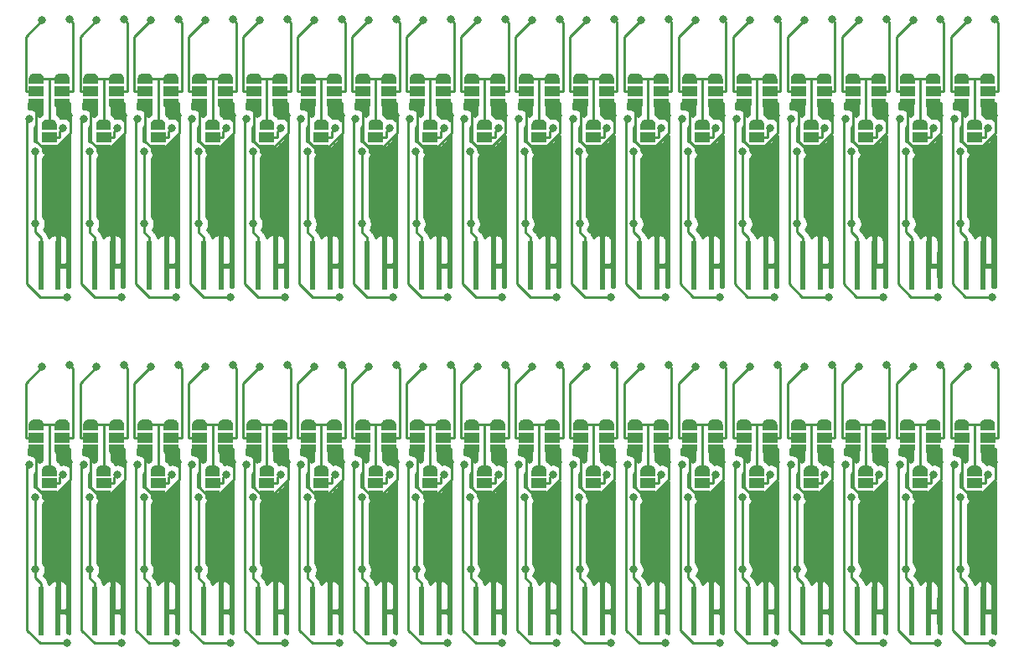
<source format=gbr>
G04 #@! TF.GenerationSoftware,KiCad,Pcbnew,5.1.5+dfsg1-2build2*
G04 #@! TF.CreationDate,2022-01-03T21:35:01-05:00*
G04 #@! TF.ProjectId,,58585858-5858-4585-9858-585858585858,rev?*
G04 #@! TF.SameCoordinates,Original*
G04 #@! TF.FileFunction,Copper,L2,Bot*
G04 #@! TF.FilePolarity,Positive*
%FSLAX46Y46*%
G04 Gerber Fmt 4.6, Leading zero omitted, Abs format (unit mm)*
G04 Created by KiCad (PCBNEW 5.1.5+dfsg1-2build2) date 2022-01-03 21:35:01*
%MOMM*%
%LPD*%
G04 APERTURE LIST*
%ADD10R,0.600000X5.000000*%
%ADD11R,1.500000X1.000000*%
%ADD12C,0.100000*%
%ADD13C,0.800000*%
%ADD14C,0.250000*%
%ADD15C,0.254000*%
G04 APERTURE END LIST*
D10*
X179948900Y-119581500D03*
X174448900Y-119581500D03*
X168948900Y-119581500D03*
X163448900Y-119581500D03*
X157948900Y-119581500D03*
X152448900Y-119581500D03*
X146948900Y-119581500D03*
X141448900Y-119581500D03*
X135948900Y-119581500D03*
X130448900Y-119581500D03*
X124948900Y-119581500D03*
X119448900Y-119581500D03*
X113948900Y-119581500D03*
X108448900Y-119581500D03*
X102948900Y-119581500D03*
X97448900Y-119581500D03*
X91948900Y-119581500D03*
X86448900Y-119581500D03*
X179948900Y-84581500D03*
X174448900Y-84581500D03*
X168948900Y-84581500D03*
X163448900Y-84581500D03*
X157948900Y-84581500D03*
X152448900Y-84581500D03*
X146948900Y-84581500D03*
X141448900Y-84581500D03*
X135948900Y-84581500D03*
X130448900Y-84581500D03*
X124948900Y-84581500D03*
X119448900Y-84581500D03*
X113948900Y-84581500D03*
X108448900Y-84581500D03*
X102948900Y-84581500D03*
X97448900Y-84581500D03*
X91948900Y-84581500D03*
D11*
X177764900Y-101981500D03*
G04 #@! TA.AperFunction,SMDPad,CuDef*
D12*
G36*
X178514298Y-103281500D02*
G01*
X178514298Y-103306034D01*
X178509488Y-103354865D01*
X178499916Y-103402990D01*
X178485672Y-103449945D01*
X178466895Y-103495278D01*
X178443764Y-103538551D01*
X178416504Y-103579350D01*
X178385376Y-103617279D01*
X178350679Y-103651976D01*
X178312750Y-103683104D01*
X178271951Y-103710364D01*
X178228678Y-103733495D01*
X178183345Y-103752272D01*
X178136390Y-103766516D01*
X178088265Y-103776088D01*
X178039434Y-103780898D01*
X178014900Y-103780898D01*
X178014900Y-103781500D01*
X177514900Y-103781500D01*
X177514900Y-103780898D01*
X177490366Y-103780898D01*
X177441535Y-103776088D01*
X177393410Y-103766516D01*
X177346455Y-103752272D01*
X177301122Y-103733495D01*
X177257849Y-103710364D01*
X177217050Y-103683104D01*
X177179121Y-103651976D01*
X177144424Y-103617279D01*
X177113296Y-103579350D01*
X177086036Y-103538551D01*
X177062905Y-103495278D01*
X177044128Y-103449945D01*
X177029884Y-103402990D01*
X177020312Y-103354865D01*
X177015502Y-103306034D01*
X177015502Y-103281500D01*
X177014900Y-103281500D01*
X177014900Y-102731500D01*
X178514900Y-102731500D01*
X178514900Y-103281500D01*
X178514298Y-103281500D01*
G37*
G04 #@! TD.AperFunction*
G04 #@! TA.AperFunction,SMDPad,CuDef*
G36*
X177014900Y-101231500D02*
G01*
X177014900Y-100681500D01*
X177015502Y-100681500D01*
X177015502Y-100656966D01*
X177020312Y-100608135D01*
X177029884Y-100560010D01*
X177044128Y-100513055D01*
X177062905Y-100467722D01*
X177086036Y-100424449D01*
X177113296Y-100383650D01*
X177144424Y-100345721D01*
X177179121Y-100311024D01*
X177217050Y-100279896D01*
X177257849Y-100252636D01*
X177301122Y-100229505D01*
X177346455Y-100210728D01*
X177393410Y-100196484D01*
X177441535Y-100186912D01*
X177490366Y-100182102D01*
X177514900Y-100182102D01*
X177514900Y-100181500D01*
X178014900Y-100181500D01*
X178014900Y-100182102D01*
X178039434Y-100182102D01*
X178088265Y-100186912D01*
X178136390Y-100196484D01*
X178183345Y-100210728D01*
X178228678Y-100229505D01*
X178271951Y-100252636D01*
X178312750Y-100279896D01*
X178350679Y-100311024D01*
X178385376Y-100345721D01*
X178416504Y-100383650D01*
X178443764Y-100424449D01*
X178466895Y-100467722D01*
X178485672Y-100513055D01*
X178499916Y-100560010D01*
X178509488Y-100608135D01*
X178514298Y-100656966D01*
X178514298Y-100681500D01*
X178514900Y-100681500D01*
X178514900Y-101231500D01*
X177014900Y-101231500D01*
G37*
G04 #@! TD.AperFunction*
D11*
X172264900Y-101981500D03*
G04 #@! TA.AperFunction,SMDPad,CuDef*
D12*
G36*
X173014298Y-103281500D02*
G01*
X173014298Y-103306034D01*
X173009488Y-103354865D01*
X172999916Y-103402990D01*
X172985672Y-103449945D01*
X172966895Y-103495278D01*
X172943764Y-103538551D01*
X172916504Y-103579350D01*
X172885376Y-103617279D01*
X172850679Y-103651976D01*
X172812750Y-103683104D01*
X172771951Y-103710364D01*
X172728678Y-103733495D01*
X172683345Y-103752272D01*
X172636390Y-103766516D01*
X172588265Y-103776088D01*
X172539434Y-103780898D01*
X172514900Y-103780898D01*
X172514900Y-103781500D01*
X172014900Y-103781500D01*
X172014900Y-103780898D01*
X171990366Y-103780898D01*
X171941535Y-103776088D01*
X171893410Y-103766516D01*
X171846455Y-103752272D01*
X171801122Y-103733495D01*
X171757849Y-103710364D01*
X171717050Y-103683104D01*
X171679121Y-103651976D01*
X171644424Y-103617279D01*
X171613296Y-103579350D01*
X171586036Y-103538551D01*
X171562905Y-103495278D01*
X171544128Y-103449945D01*
X171529884Y-103402990D01*
X171520312Y-103354865D01*
X171515502Y-103306034D01*
X171515502Y-103281500D01*
X171514900Y-103281500D01*
X171514900Y-102731500D01*
X173014900Y-102731500D01*
X173014900Y-103281500D01*
X173014298Y-103281500D01*
G37*
G04 #@! TD.AperFunction*
G04 #@! TA.AperFunction,SMDPad,CuDef*
G36*
X171514900Y-101231500D02*
G01*
X171514900Y-100681500D01*
X171515502Y-100681500D01*
X171515502Y-100656966D01*
X171520312Y-100608135D01*
X171529884Y-100560010D01*
X171544128Y-100513055D01*
X171562905Y-100467722D01*
X171586036Y-100424449D01*
X171613296Y-100383650D01*
X171644424Y-100345721D01*
X171679121Y-100311024D01*
X171717050Y-100279896D01*
X171757849Y-100252636D01*
X171801122Y-100229505D01*
X171846455Y-100210728D01*
X171893410Y-100196484D01*
X171941535Y-100186912D01*
X171990366Y-100182102D01*
X172014900Y-100182102D01*
X172014900Y-100181500D01*
X172514900Y-100181500D01*
X172514900Y-100182102D01*
X172539434Y-100182102D01*
X172588265Y-100186912D01*
X172636390Y-100196484D01*
X172683345Y-100210728D01*
X172728678Y-100229505D01*
X172771951Y-100252636D01*
X172812750Y-100279896D01*
X172850679Y-100311024D01*
X172885376Y-100345721D01*
X172916504Y-100383650D01*
X172943764Y-100424449D01*
X172966895Y-100467722D01*
X172985672Y-100513055D01*
X172999916Y-100560010D01*
X173009488Y-100608135D01*
X173014298Y-100656966D01*
X173014298Y-100681500D01*
X173014900Y-100681500D01*
X173014900Y-101231500D01*
X171514900Y-101231500D01*
G37*
G04 #@! TD.AperFunction*
D11*
X166764900Y-101981500D03*
G04 #@! TA.AperFunction,SMDPad,CuDef*
D12*
G36*
X167514298Y-103281500D02*
G01*
X167514298Y-103306034D01*
X167509488Y-103354865D01*
X167499916Y-103402990D01*
X167485672Y-103449945D01*
X167466895Y-103495278D01*
X167443764Y-103538551D01*
X167416504Y-103579350D01*
X167385376Y-103617279D01*
X167350679Y-103651976D01*
X167312750Y-103683104D01*
X167271951Y-103710364D01*
X167228678Y-103733495D01*
X167183345Y-103752272D01*
X167136390Y-103766516D01*
X167088265Y-103776088D01*
X167039434Y-103780898D01*
X167014900Y-103780898D01*
X167014900Y-103781500D01*
X166514900Y-103781500D01*
X166514900Y-103780898D01*
X166490366Y-103780898D01*
X166441535Y-103776088D01*
X166393410Y-103766516D01*
X166346455Y-103752272D01*
X166301122Y-103733495D01*
X166257849Y-103710364D01*
X166217050Y-103683104D01*
X166179121Y-103651976D01*
X166144424Y-103617279D01*
X166113296Y-103579350D01*
X166086036Y-103538551D01*
X166062905Y-103495278D01*
X166044128Y-103449945D01*
X166029884Y-103402990D01*
X166020312Y-103354865D01*
X166015502Y-103306034D01*
X166015502Y-103281500D01*
X166014900Y-103281500D01*
X166014900Y-102731500D01*
X167514900Y-102731500D01*
X167514900Y-103281500D01*
X167514298Y-103281500D01*
G37*
G04 #@! TD.AperFunction*
G04 #@! TA.AperFunction,SMDPad,CuDef*
G36*
X166014900Y-101231500D02*
G01*
X166014900Y-100681500D01*
X166015502Y-100681500D01*
X166015502Y-100656966D01*
X166020312Y-100608135D01*
X166029884Y-100560010D01*
X166044128Y-100513055D01*
X166062905Y-100467722D01*
X166086036Y-100424449D01*
X166113296Y-100383650D01*
X166144424Y-100345721D01*
X166179121Y-100311024D01*
X166217050Y-100279896D01*
X166257849Y-100252636D01*
X166301122Y-100229505D01*
X166346455Y-100210728D01*
X166393410Y-100196484D01*
X166441535Y-100186912D01*
X166490366Y-100182102D01*
X166514900Y-100182102D01*
X166514900Y-100181500D01*
X167014900Y-100181500D01*
X167014900Y-100182102D01*
X167039434Y-100182102D01*
X167088265Y-100186912D01*
X167136390Y-100196484D01*
X167183345Y-100210728D01*
X167228678Y-100229505D01*
X167271951Y-100252636D01*
X167312750Y-100279896D01*
X167350679Y-100311024D01*
X167385376Y-100345721D01*
X167416504Y-100383650D01*
X167443764Y-100424449D01*
X167466895Y-100467722D01*
X167485672Y-100513055D01*
X167499916Y-100560010D01*
X167509488Y-100608135D01*
X167514298Y-100656966D01*
X167514298Y-100681500D01*
X167514900Y-100681500D01*
X167514900Y-101231500D01*
X166014900Y-101231500D01*
G37*
G04 #@! TD.AperFunction*
D11*
X161264900Y-101981500D03*
G04 #@! TA.AperFunction,SMDPad,CuDef*
D12*
G36*
X162014298Y-103281500D02*
G01*
X162014298Y-103306034D01*
X162009488Y-103354865D01*
X161999916Y-103402990D01*
X161985672Y-103449945D01*
X161966895Y-103495278D01*
X161943764Y-103538551D01*
X161916504Y-103579350D01*
X161885376Y-103617279D01*
X161850679Y-103651976D01*
X161812750Y-103683104D01*
X161771951Y-103710364D01*
X161728678Y-103733495D01*
X161683345Y-103752272D01*
X161636390Y-103766516D01*
X161588265Y-103776088D01*
X161539434Y-103780898D01*
X161514900Y-103780898D01*
X161514900Y-103781500D01*
X161014900Y-103781500D01*
X161014900Y-103780898D01*
X160990366Y-103780898D01*
X160941535Y-103776088D01*
X160893410Y-103766516D01*
X160846455Y-103752272D01*
X160801122Y-103733495D01*
X160757849Y-103710364D01*
X160717050Y-103683104D01*
X160679121Y-103651976D01*
X160644424Y-103617279D01*
X160613296Y-103579350D01*
X160586036Y-103538551D01*
X160562905Y-103495278D01*
X160544128Y-103449945D01*
X160529884Y-103402990D01*
X160520312Y-103354865D01*
X160515502Y-103306034D01*
X160515502Y-103281500D01*
X160514900Y-103281500D01*
X160514900Y-102731500D01*
X162014900Y-102731500D01*
X162014900Y-103281500D01*
X162014298Y-103281500D01*
G37*
G04 #@! TD.AperFunction*
G04 #@! TA.AperFunction,SMDPad,CuDef*
G36*
X160514900Y-101231500D02*
G01*
X160514900Y-100681500D01*
X160515502Y-100681500D01*
X160515502Y-100656966D01*
X160520312Y-100608135D01*
X160529884Y-100560010D01*
X160544128Y-100513055D01*
X160562905Y-100467722D01*
X160586036Y-100424449D01*
X160613296Y-100383650D01*
X160644424Y-100345721D01*
X160679121Y-100311024D01*
X160717050Y-100279896D01*
X160757849Y-100252636D01*
X160801122Y-100229505D01*
X160846455Y-100210728D01*
X160893410Y-100196484D01*
X160941535Y-100186912D01*
X160990366Y-100182102D01*
X161014900Y-100182102D01*
X161014900Y-100181500D01*
X161514900Y-100181500D01*
X161514900Y-100182102D01*
X161539434Y-100182102D01*
X161588265Y-100186912D01*
X161636390Y-100196484D01*
X161683345Y-100210728D01*
X161728678Y-100229505D01*
X161771951Y-100252636D01*
X161812750Y-100279896D01*
X161850679Y-100311024D01*
X161885376Y-100345721D01*
X161916504Y-100383650D01*
X161943764Y-100424449D01*
X161966895Y-100467722D01*
X161985672Y-100513055D01*
X161999916Y-100560010D01*
X162009488Y-100608135D01*
X162014298Y-100656966D01*
X162014298Y-100681500D01*
X162014900Y-100681500D01*
X162014900Y-101231500D01*
X160514900Y-101231500D01*
G37*
G04 #@! TD.AperFunction*
D11*
X155764900Y-101981500D03*
G04 #@! TA.AperFunction,SMDPad,CuDef*
D12*
G36*
X156514298Y-103281500D02*
G01*
X156514298Y-103306034D01*
X156509488Y-103354865D01*
X156499916Y-103402990D01*
X156485672Y-103449945D01*
X156466895Y-103495278D01*
X156443764Y-103538551D01*
X156416504Y-103579350D01*
X156385376Y-103617279D01*
X156350679Y-103651976D01*
X156312750Y-103683104D01*
X156271951Y-103710364D01*
X156228678Y-103733495D01*
X156183345Y-103752272D01*
X156136390Y-103766516D01*
X156088265Y-103776088D01*
X156039434Y-103780898D01*
X156014900Y-103780898D01*
X156014900Y-103781500D01*
X155514900Y-103781500D01*
X155514900Y-103780898D01*
X155490366Y-103780898D01*
X155441535Y-103776088D01*
X155393410Y-103766516D01*
X155346455Y-103752272D01*
X155301122Y-103733495D01*
X155257849Y-103710364D01*
X155217050Y-103683104D01*
X155179121Y-103651976D01*
X155144424Y-103617279D01*
X155113296Y-103579350D01*
X155086036Y-103538551D01*
X155062905Y-103495278D01*
X155044128Y-103449945D01*
X155029884Y-103402990D01*
X155020312Y-103354865D01*
X155015502Y-103306034D01*
X155015502Y-103281500D01*
X155014900Y-103281500D01*
X155014900Y-102731500D01*
X156514900Y-102731500D01*
X156514900Y-103281500D01*
X156514298Y-103281500D01*
G37*
G04 #@! TD.AperFunction*
G04 #@! TA.AperFunction,SMDPad,CuDef*
G36*
X155014900Y-101231500D02*
G01*
X155014900Y-100681500D01*
X155015502Y-100681500D01*
X155015502Y-100656966D01*
X155020312Y-100608135D01*
X155029884Y-100560010D01*
X155044128Y-100513055D01*
X155062905Y-100467722D01*
X155086036Y-100424449D01*
X155113296Y-100383650D01*
X155144424Y-100345721D01*
X155179121Y-100311024D01*
X155217050Y-100279896D01*
X155257849Y-100252636D01*
X155301122Y-100229505D01*
X155346455Y-100210728D01*
X155393410Y-100196484D01*
X155441535Y-100186912D01*
X155490366Y-100182102D01*
X155514900Y-100182102D01*
X155514900Y-100181500D01*
X156014900Y-100181500D01*
X156014900Y-100182102D01*
X156039434Y-100182102D01*
X156088265Y-100186912D01*
X156136390Y-100196484D01*
X156183345Y-100210728D01*
X156228678Y-100229505D01*
X156271951Y-100252636D01*
X156312750Y-100279896D01*
X156350679Y-100311024D01*
X156385376Y-100345721D01*
X156416504Y-100383650D01*
X156443764Y-100424449D01*
X156466895Y-100467722D01*
X156485672Y-100513055D01*
X156499916Y-100560010D01*
X156509488Y-100608135D01*
X156514298Y-100656966D01*
X156514298Y-100681500D01*
X156514900Y-100681500D01*
X156514900Y-101231500D01*
X155014900Y-101231500D01*
G37*
G04 #@! TD.AperFunction*
D11*
X150264900Y-101981500D03*
G04 #@! TA.AperFunction,SMDPad,CuDef*
D12*
G36*
X151014298Y-103281500D02*
G01*
X151014298Y-103306034D01*
X151009488Y-103354865D01*
X150999916Y-103402990D01*
X150985672Y-103449945D01*
X150966895Y-103495278D01*
X150943764Y-103538551D01*
X150916504Y-103579350D01*
X150885376Y-103617279D01*
X150850679Y-103651976D01*
X150812750Y-103683104D01*
X150771951Y-103710364D01*
X150728678Y-103733495D01*
X150683345Y-103752272D01*
X150636390Y-103766516D01*
X150588265Y-103776088D01*
X150539434Y-103780898D01*
X150514900Y-103780898D01*
X150514900Y-103781500D01*
X150014900Y-103781500D01*
X150014900Y-103780898D01*
X149990366Y-103780898D01*
X149941535Y-103776088D01*
X149893410Y-103766516D01*
X149846455Y-103752272D01*
X149801122Y-103733495D01*
X149757849Y-103710364D01*
X149717050Y-103683104D01*
X149679121Y-103651976D01*
X149644424Y-103617279D01*
X149613296Y-103579350D01*
X149586036Y-103538551D01*
X149562905Y-103495278D01*
X149544128Y-103449945D01*
X149529884Y-103402990D01*
X149520312Y-103354865D01*
X149515502Y-103306034D01*
X149515502Y-103281500D01*
X149514900Y-103281500D01*
X149514900Y-102731500D01*
X151014900Y-102731500D01*
X151014900Y-103281500D01*
X151014298Y-103281500D01*
G37*
G04 #@! TD.AperFunction*
G04 #@! TA.AperFunction,SMDPad,CuDef*
G36*
X149514900Y-101231500D02*
G01*
X149514900Y-100681500D01*
X149515502Y-100681500D01*
X149515502Y-100656966D01*
X149520312Y-100608135D01*
X149529884Y-100560010D01*
X149544128Y-100513055D01*
X149562905Y-100467722D01*
X149586036Y-100424449D01*
X149613296Y-100383650D01*
X149644424Y-100345721D01*
X149679121Y-100311024D01*
X149717050Y-100279896D01*
X149757849Y-100252636D01*
X149801122Y-100229505D01*
X149846455Y-100210728D01*
X149893410Y-100196484D01*
X149941535Y-100186912D01*
X149990366Y-100182102D01*
X150014900Y-100182102D01*
X150014900Y-100181500D01*
X150514900Y-100181500D01*
X150514900Y-100182102D01*
X150539434Y-100182102D01*
X150588265Y-100186912D01*
X150636390Y-100196484D01*
X150683345Y-100210728D01*
X150728678Y-100229505D01*
X150771951Y-100252636D01*
X150812750Y-100279896D01*
X150850679Y-100311024D01*
X150885376Y-100345721D01*
X150916504Y-100383650D01*
X150943764Y-100424449D01*
X150966895Y-100467722D01*
X150985672Y-100513055D01*
X150999916Y-100560010D01*
X151009488Y-100608135D01*
X151014298Y-100656966D01*
X151014298Y-100681500D01*
X151014900Y-100681500D01*
X151014900Y-101231500D01*
X149514900Y-101231500D01*
G37*
G04 #@! TD.AperFunction*
D11*
X144764900Y-101981500D03*
G04 #@! TA.AperFunction,SMDPad,CuDef*
D12*
G36*
X145514298Y-103281500D02*
G01*
X145514298Y-103306034D01*
X145509488Y-103354865D01*
X145499916Y-103402990D01*
X145485672Y-103449945D01*
X145466895Y-103495278D01*
X145443764Y-103538551D01*
X145416504Y-103579350D01*
X145385376Y-103617279D01*
X145350679Y-103651976D01*
X145312750Y-103683104D01*
X145271951Y-103710364D01*
X145228678Y-103733495D01*
X145183345Y-103752272D01*
X145136390Y-103766516D01*
X145088265Y-103776088D01*
X145039434Y-103780898D01*
X145014900Y-103780898D01*
X145014900Y-103781500D01*
X144514900Y-103781500D01*
X144514900Y-103780898D01*
X144490366Y-103780898D01*
X144441535Y-103776088D01*
X144393410Y-103766516D01*
X144346455Y-103752272D01*
X144301122Y-103733495D01*
X144257849Y-103710364D01*
X144217050Y-103683104D01*
X144179121Y-103651976D01*
X144144424Y-103617279D01*
X144113296Y-103579350D01*
X144086036Y-103538551D01*
X144062905Y-103495278D01*
X144044128Y-103449945D01*
X144029884Y-103402990D01*
X144020312Y-103354865D01*
X144015502Y-103306034D01*
X144015502Y-103281500D01*
X144014900Y-103281500D01*
X144014900Y-102731500D01*
X145514900Y-102731500D01*
X145514900Y-103281500D01*
X145514298Y-103281500D01*
G37*
G04 #@! TD.AperFunction*
G04 #@! TA.AperFunction,SMDPad,CuDef*
G36*
X144014900Y-101231500D02*
G01*
X144014900Y-100681500D01*
X144015502Y-100681500D01*
X144015502Y-100656966D01*
X144020312Y-100608135D01*
X144029884Y-100560010D01*
X144044128Y-100513055D01*
X144062905Y-100467722D01*
X144086036Y-100424449D01*
X144113296Y-100383650D01*
X144144424Y-100345721D01*
X144179121Y-100311024D01*
X144217050Y-100279896D01*
X144257849Y-100252636D01*
X144301122Y-100229505D01*
X144346455Y-100210728D01*
X144393410Y-100196484D01*
X144441535Y-100186912D01*
X144490366Y-100182102D01*
X144514900Y-100182102D01*
X144514900Y-100181500D01*
X145014900Y-100181500D01*
X145014900Y-100182102D01*
X145039434Y-100182102D01*
X145088265Y-100186912D01*
X145136390Y-100196484D01*
X145183345Y-100210728D01*
X145228678Y-100229505D01*
X145271951Y-100252636D01*
X145312750Y-100279896D01*
X145350679Y-100311024D01*
X145385376Y-100345721D01*
X145416504Y-100383650D01*
X145443764Y-100424449D01*
X145466895Y-100467722D01*
X145485672Y-100513055D01*
X145499916Y-100560010D01*
X145509488Y-100608135D01*
X145514298Y-100656966D01*
X145514298Y-100681500D01*
X145514900Y-100681500D01*
X145514900Y-101231500D01*
X144014900Y-101231500D01*
G37*
G04 #@! TD.AperFunction*
D11*
X139264900Y-101981500D03*
G04 #@! TA.AperFunction,SMDPad,CuDef*
D12*
G36*
X140014298Y-103281500D02*
G01*
X140014298Y-103306034D01*
X140009488Y-103354865D01*
X139999916Y-103402990D01*
X139985672Y-103449945D01*
X139966895Y-103495278D01*
X139943764Y-103538551D01*
X139916504Y-103579350D01*
X139885376Y-103617279D01*
X139850679Y-103651976D01*
X139812750Y-103683104D01*
X139771951Y-103710364D01*
X139728678Y-103733495D01*
X139683345Y-103752272D01*
X139636390Y-103766516D01*
X139588265Y-103776088D01*
X139539434Y-103780898D01*
X139514900Y-103780898D01*
X139514900Y-103781500D01*
X139014900Y-103781500D01*
X139014900Y-103780898D01*
X138990366Y-103780898D01*
X138941535Y-103776088D01*
X138893410Y-103766516D01*
X138846455Y-103752272D01*
X138801122Y-103733495D01*
X138757849Y-103710364D01*
X138717050Y-103683104D01*
X138679121Y-103651976D01*
X138644424Y-103617279D01*
X138613296Y-103579350D01*
X138586036Y-103538551D01*
X138562905Y-103495278D01*
X138544128Y-103449945D01*
X138529884Y-103402990D01*
X138520312Y-103354865D01*
X138515502Y-103306034D01*
X138515502Y-103281500D01*
X138514900Y-103281500D01*
X138514900Y-102731500D01*
X140014900Y-102731500D01*
X140014900Y-103281500D01*
X140014298Y-103281500D01*
G37*
G04 #@! TD.AperFunction*
G04 #@! TA.AperFunction,SMDPad,CuDef*
G36*
X138514900Y-101231500D02*
G01*
X138514900Y-100681500D01*
X138515502Y-100681500D01*
X138515502Y-100656966D01*
X138520312Y-100608135D01*
X138529884Y-100560010D01*
X138544128Y-100513055D01*
X138562905Y-100467722D01*
X138586036Y-100424449D01*
X138613296Y-100383650D01*
X138644424Y-100345721D01*
X138679121Y-100311024D01*
X138717050Y-100279896D01*
X138757849Y-100252636D01*
X138801122Y-100229505D01*
X138846455Y-100210728D01*
X138893410Y-100196484D01*
X138941535Y-100186912D01*
X138990366Y-100182102D01*
X139014900Y-100182102D01*
X139014900Y-100181500D01*
X139514900Y-100181500D01*
X139514900Y-100182102D01*
X139539434Y-100182102D01*
X139588265Y-100186912D01*
X139636390Y-100196484D01*
X139683345Y-100210728D01*
X139728678Y-100229505D01*
X139771951Y-100252636D01*
X139812750Y-100279896D01*
X139850679Y-100311024D01*
X139885376Y-100345721D01*
X139916504Y-100383650D01*
X139943764Y-100424449D01*
X139966895Y-100467722D01*
X139985672Y-100513055D01*
X139999916Y-100560010D01*
X140009488Y-100608135D01*
X140014298Y-100656966D01*
X140014298Y-100681500D01*
X140014900Y-100681500D01*
X140014900Y-101231500D01*
X138514900Y-101231500D01*
G37*
G04 #@! TD.AperFunction*
D11*
X133764900Y-101981500D03*
G04 #@! TA.AperFunction,SMDPad,CuDef*
D12*
G36*
X134514298Y-103281500D02*
G01*
X134514298Y-103306034D01*
X134509488Y-103354865D01*
X134499916Y-103402990D01*
X134485672Y-103449945D01*
X134466895Y-103495278D01*
X134443764Y-103538551D01*
X134416504Y-103579350D01*
X134385376Y-103617279D01*
X134350679Y-103651976D01*
X134312750Y-103683104D01*
X134271951Y-103710364D01*
X134228678Y-103733495D01*
X134183345Y-103752272D01*
X134136390Y-103766516D01*
X134088265Y-103776088D01*
X134039434Y-103780898D01*
X134014900Y-103780898D01*
X134014900Y-103781500D01*
X133514900Y-103781500D01*
X133514900Y-103780898D01*
X133490366Y-103780898D01*
X133441535Y-103776088D01*
X133393410Y-103766516D01*
X133346455Y-103752272D01*
X133301122Y-103733495D01*
X133257849Y-103710364D01*
X133217050Y-103683104D01*
X133179121Y-103651976D01*
X133144424Y-103617279D01*
X133113296Y-103579350D01*
X133086036Y-103538551D01*
X133062905Y-103495278D01*
X133044128Y-103449945D01*
X133029884Y-103402990D01*
X133020312Y-103354865D01*
X133015502Y-103306034D01*
X133015502Y-103281500D01*
X133014900Y-103281500D01*
X133014900Y-102731500D01*
X134514900Y-102731500D01*
X134514900Y-103281500D01*
X134514298Y-103281500D01*
G37*
G04 #@! TD.AperFunction*
G04 #@! TA.AperFunction,SMDPad,CuDef*
G36*
X133014900Y-101231500D02*
G01*
X133014900Y-100681500D01*
X133015502Y-100681500D01*
X133015502Y-100656966D01*
X133020312Y-100608135D01*
X133029884Y-100560010D01*
X133044128Y-100513055D01*
X133062905Y-100467722D01*
X133086036Y-100424449D01*
X133113296Y-100383650D01*
X133144424Y-100345721D01*
X133179121Y-100311024D01*
X133217050Y-100279896D01*
X133257849Y-100252636D01*
X133301122Y-100229505D01*
X133346455Y-100210728D01*
X133393410Y-100196484D01*
X133441535Y-100186912D01*
X133490366Y-100182102D01*
X133514900Y-100182102D01*
X133514900Y-100181500D01*
X134014900Y-100181500D01*
X134014900Y-100182102D01*
X134039434Y-100182102D01*
X134088265Y-100186912D01*
X134136390Y-100196484D01*
X134183345Y-100210728D01*
X134228678Y-100229505D01*
X134271951Y-100252636D01*
X134312750Y-100279896D01*
X134350679Y-100311024D01*
X134385376Y-100345721D01*
X134416504Y-100383650D01*
X134443764Y-100424449D01*
X134466895Y-100467722D01*
X134485672Y-100513055D01*
X134499916Y-100560010D01*
X134509488Y-100608135D01*
X134514298Y-100656966D01*
X134514298Y-100681500D01*
X134514900Y-100681500D01*
X134514900Y-101231500D01*
X133014900Y-101231500D01*
G37*
G04 #@! TD.AperFunction*
D11*
X128264900Y-101981500D03*
G04 #@! TA.AperFunction,SMDPad,CuDef*
D12*
G36*
X129014298Y-103281500D02*
G01*
X129014298Y-103306034D01*
X129009488Y-103354865D01*
X128999916Y-103402990D01*
X128985672Y-103449945D01*
X128966895Y-103495278D01*
X128943764Y-103538551D01*
X128916504Y-103579350D01*
X128885376Y-103617279D01*
X128850679Y-103651976D01*
X128812750Y-103683104D01*
X128771951Y-103710364D01*
X128728678Y-103733495D01*
X128683345Y-103752272D01*
X128636390Y-103766516D01*
X128588265Y-103776088D01*
X128539434Y-103780898D01*
X128514900Y-103780898D01*
X128514900Y-103781500D01*
X128014900Y-103781500D01*
X128014900Y-103780898D01*
X127990366Y-103780898D01*
X127941535Y-103776088D01*
X127893410Y-103766516D01*
X127846455Y-103752272D01*
X127801122Y-103733495D01*
X127757849Y-103710364D01*
X127717050Y-103683104D01*
X127679121Y-103651976D01*
X127644424Y-103617279D01*
X127613296Y-103579350D01*
X127586036Y-103538551D01*
X127562905Y-103495278D01*
X127544128Y-103449945D01*
X127529884Y-103402990D01*
X127520312Y-103354865D01*
X127515502Y-103306034D01*
X127515502Y-103281500D01*
X127514900Y-103281500D01*
X127514900Y-102731500D01*
X129014900Y-102731500D01*
X129014900Y-103281500D01*
X129014298Y-103281500D01*
G37*
G04 #@! TD.AperFunction*
G04 #@! TA.AperFunction,SMDPad,CuDef*
G36*
X127514900Y-101231500D02*
G01*
X127514900Y-100681500D01*
X127515502Y-100681500D01*
X127515502Y-100656966D01*
X127520312Y-100608135D01*
X127529884Y-100560010D01*
X127544128Y-100513055D01*
X127562905Y-100467722D01*
X127586036Y-100424449D01*
X127613296Y-100383650D01*
X127644424Y-100345721D01*
X127679121Y-100311024D01*
X127717050Y-100279896D01*
X127757849Y-100252636D01*
X127801122Y-100229505D01*
X127846455Y-100210728D01*
X127893410Y-100196484D01*
X127941535Y-100186912D01*
X127990366Y-100182102D01*
X128014900Y-100182102D01*
X128014900Y-100181500D01*
X128514900Y-100181500D01*
X128514900Y-100182102D01*
X128539434Y-100182102D01*
X128588265Y-100186912D01*
X128636390Y-100196484D01*
X128683345Y-100210728D01*
X128728678Y-100229505D01*
X128771951Y-100252636D01*
X128812750Y-100279896D01*
X128850679Y-100311024D01*
X128885376Y-100345721D01*
X128916504Y-100383650D01*
X128943764Y-100424449D01*
X128966895Y-100467722D01*
X128985672Y-100513055D01*
X128999916Y-100560010D01*
X129009488Y-100608135D01*
X129014298Y-100656966D01*
X129014298Y-100681500D01*
X129014900Y-100681500D01*
X129014900Y-101231500D01*
X127514900Y-101231500D01*
G37*
G04 #@! TD.AperFunction*
D11*
X122764900Y-101981500D03*
G04 #@! TA.AperFunction,SMDPad,CuDef*
D12*
G36*
X123514298Y-103281500D02*
G01*
X123514298Y-103306034D01*
X123509488Y-103354865D01*
X123499916Y-103402990D01*
X123485672Y-103449945D01*
X123466895Y-103495278D01*
X123443764Y-103538551D01*
X123416504Y-103579350D01*
X123385376Y-103617279D01*
X123350679Y-103651976D01*
X123312750Y-103683104D01*
X123271951Y-103710364D01*
X123228678Y-103733495D01*
X123183345Y-103752272D01*
X123136390Y-103766516D01*
X123088265Y-103776088D01*
X123039434Y-103780898D01*
X123014900Y-103780898D01*
X123014900Y-103781500D01*
X122514900Y-103781500D01*
X122514900Y-103780898D01*
X122490366Y-103780898D01*
X122441535Y-103776088D01*
X122393410Y-103766516D01*
X122346455Y-103752272D01*
X122301122Y-103733495D01*
X122257849Y-103710364D01*
X122217050Y-103683104D01*
X122179121Y-103651976D01*
X122144424Y-103617279D01*
X122113296Y-103579350D01*
X122086036Y-103538551D01*
X122062905Y-103495278D01*
X122044128Y-103449945D01*
X122029884Y-103402990D01*
X122020312Y-103354865D01*
X122015502Y-103306034D01*
X122015502Y-103281500D01*
X122014900Y-103281500D01*
X122014900Y-102731500D01*
X123514900Y-102731500D01*
X123514900Y-103281500D01*
X123514298Y-103281500D01*
G37*
G04 #@! TD.AperFunction*
G04 #@! TA.AperFunction,SMDPad,CuDef*
G36*
X122014900Y-101231500D02*
G01*
X122014900Y-100681500D01*
X122015502Y-100681500D01*
X122015502Y-100656966D01*
X122020312Y-100608135D01*
X122029884Y-100560010D01*
X122044128Y-100513055D01*
X122062905Y-100467722D01*
X122086036Y-100424449D01*
X122113296Y-100383650D01*
X122144424Y-100345721D01*
X122179121Y-100311024D01*
X122217050Y-100279896D01*
X122257849Y-100252636D01*
X122301122Y-100229505D01*
X122346455Y-100210728D01*
X122393410Y-100196484D01*
X122441535Y-100186912D01*
X122490366Y-100182102D01*
X122514900Y-100182102D01*
X122514900Y-100181500D01*
X123014900Y-100181500D01*
X123014900Y-100182102D01*
X123039434Y-100182102D01*
X123088265Y-100186912D01*
X123136390Y-100196484D01*
X123183345Y-100210728D01*
X123228678Y-100229505D01*
X123271951Y-100252636D01*
X123312750Y-100279896D01*
X123350679Y-100311024D01*
X123385376Y-100345721D01*
X123416504Y-100383650D01*
X123443764Y-100424449D01*
X123466895Y-100467722D01*
X123485672Y-100513055D01*
X123499916Y-100560010D01*
X123509488Y-100608135D01*
X123514298Y-100656966D01*
X123514298Y-100681500D01*
X123514900Y-100681500D01*
X123514900Y-101231500D01*
X122014900Y-101231500D01*
G37*
G04 #@! TD.AperFunction*
D11*
X117264900Y-101981500D03*
G04 #@! TA.AperFunction,SMDPad,CuDef*
D12*
G36*
X118014298Y-103281500D02*
G01*
X118014298Y-103306034D01*
X118009488Y-103354865D01*
X117999916Y-103402990D01*
X117985672Y-103449945D01*
X117966895Y-103495278D01*
X117943764Y-103538551D01*
X117916504Y-103579350D01*
X117885376Y-103617279D01*
X117850679Y-103651976D01*
X117812750Y-103683104D01*
X117771951Y-103710364D01*
X117728678Y-103733495D01*
X117683345Y-103752272D01*
X117636390Y-103766516D01*
X117588265Y-103776088D01*
X117539434Y-103780898D01*
X117514900Y-103780898D01*
X117514900Y-103781500D01*
X117014900Y-103781500D01*
X117014900Y-103780898D01*
X116990366Y-103780898D01*
X116941535Y-103776088D01*
X116893410Y-103766516D01*
X116846455Y-103752272D01*
X116801122Y-103733495D01*
X116757849Y-103710364D01*
X116717050Y-103683104D01*
X116679121Y-103651976D01*
X116644424Y-103617279D01*
X116613296Y-103579350D01*
X116586036Y-103538551D01*
X116562905Y-103495278D01*
X116544128Y-103449945D01*
X116529884Y-103402990D01*
X116520312Y-103354865D01*
X116515502Y-103306034D01*
X116515502Y-103281500D01*
X116514900Y-103281500D01*
X116514900Y-102731500D01*
X118014900Y-102731500D01*
X118014900Y-103281500D01*
X118014298Y-103281500D01*
G37*
G04 #@! TD.AperFunction*
G04 #@! TA.AperFunction,SMDPad,CuDef*
G36*
X116514900Y-101231500D02*
G01*
X116514900Y-100681500D01*
X116515502Y-100681500D01*
X116515502Y-100656966D01*
X116520312Y-100608135D01*
X116529884Y-100560010D01*
X116544128Y-100513055D01*
X116562905Y-100467722D01*
X116586036Y-100424449D01*
X116613296Y-100383650D01*
X116644424Y-100345721D01*
X116679121Y-100311024D01*
X116717050Y-100279896D01*
X116757849Y-100252636D01*
X116801122Y-100229505D01*
X116846455Y-100210728D01*
X116893410Y-100196484D01*
X116941535Y-100186912D01*
X116990366Y-100182102D01*
X117014900Y-100182102D01*
X117014900Y-100181500D01*
X117514900Y-100181500D01*
X117514900Y-100182102D01*
X117539434Y-100182102D01*
X117588265Y-100186912D01*
X117636390Y-100196484D01*
X117683345Y-100210728D01*
X117728678Y-100229505D01*
X117771951Y-100252636D01*
X117812750Y-100279896D01*
X117850679Y-100311024D01*
X117885376Y-100345721D01*
X117916504Y-100383650D01*
X117943764Y-100424449D01*
X117966895Y-100467722D01*
X117985672Y-100513055D01*
X117999916Y-100560010D01*
X118009488Y-100608135D01*
X118014298Y-100656966D01*
X118014298Y-100681500D01*
X118014900Y-100681500D01*
X118014900Y-101231500D01*
X116514900Y-101231500D01*
G37*
G04 #@! TD.AperFunction*
D11*
X111764900Y-101981500D03*
G04 #@! TA.AperFunction,SMDPad,CuDef*
D12*
G36*
X112514298Y-103281500D02*
G01*
X112514298Y-103306034D01*
X112509488Y-103354865D01*
X112499916Y-103402990D01*
X112485672Y-103449945D01*
X112466895Y-103495278D01*
X112443764Y-103538551D01*
X112416504Y-103579350D01*
X112385376Y-103617279D01*
X112350679Y-103651976D01*
X112312750Y-103683104D01*
X112271951Y-103710364D01*
X112228678Y-103733495D01*
X112183345Y-103752272D01*
X112136390Y-103766516D01*
X112088265Y-103776088D01*
X112039434Y-103780898D01*
X112014900Y-103780898D01*
X112014900Y-103781500D01*
X111514900Y-103781500D01*
X111514900Y-103780898D01*
X111490366Y-103780898D01*
X111441535Y-103776088D01*
X111393410Y-103766516D01*
X111346455Y-103752272D01*
X111301122Y-103733495D01*
X111257849Y-103710364D01*
X111217050Y-103683104D01*
X111179121Y-103651976D01*
X111144424Y-103617279D01*
X111113296Y-103579350D01*
X111086036Y-103538551D01*
X111062905Y-103495278D01*
X111044128Y-103449945D01*
X111029884Y-103402990D01*
X111020312Y-103354865D01*
X111015502Y-103306034D01*
X111015502Y-103281500D01*
X111014900Y-103281500D01*
X111014900Y-102731500D01*
X112514900Y-102731500D01*
X112514900Y-103281500D01*
X112514298Y-103281500D01*
G37*
G04 #@! TD.AperFunction*
G04 #@! TA.AperFunction,SMDPad,CuDef*
G36*
X111014900Y-101231500D02*
G01*
X111014900Y-100681500D01*
X111015502Y-100681500D01*
X111015502Y-100656966D01*
X111020312Y-100608135D01*
X111029884Y-100560010D01*
X111044128Y-100513055D01*
X111062905Y-100467722D01*
X111086036Y-100424449D01*
X111113296Y-100383650D01*
X111144424Y-100345721D01*
X111179121Y-100311024D01*
X111217050Y-100279896D01*
X111257849Y-100252636D01*
X111301122Y-100229505D01*
X111346455Y-100210728D01*
X111393410Y-100196484D01*
X111441535Y-100186912D01*
X111490366Y-100182102D01*
X111514900Y-100182102D01*
X111514900Y-100181500D01*
X112014900Y-100181500D01*
X112014900Y-100182102D01*
X112039434Y-100182102D01*
X112088265Y-100186912D01*
X112136390Y-100196484D01*
X112183345Y-100210728D01*
X112228678Y-100229505D01*
X112271951Y-100252636D01*
X112312750Y-100279896D01*
X112350679Y-100311024D01*
X112385376Y-100345721D01*
X112416504Y-100383650D01*
X112443764Y-100424449D01*
X112466895Y-100467722D01*
X112485672Y-100513055D01*
X112499916Y-100560010D01*
X112509488Y-100608135D01*
X112514298Y-100656966D01*
X112514298Y-100681500D01*
X112514900Y-100681500D01*
X112514900Y-101231500D01*
X111014900Y-101231500D01*
G37*
G04 #@! TD.AperFunction*
D11*
X106264900Y-101981500D03*
G04 #@! TA.AperFunction,SMDPad,CuDef*
D12*
G36*
X107014298Y-103281500D02*
G01*
X107014298Y-103306034D01*
X107009488Y-103354865D01*
X106999916Y-103402990D01*
X106985672Y-103449945D01*
X106966895Y-103495278D01*
X106943764Y-103538551D01*
X106916504Y-103579350D01*
X106885376Y-103617279D01*
X106850679Y-103651976D01*
X106812750Y-103683104D01*
X106771951Y-103710364D01*
X106728678Y-103733495D01*
X106683345Y-103752272D01*
X106636390Y-103766516D01*
X106588265Y-103776088D01*
X106539434Y-103780898D01*
X106514900Y-103780898D01*
X106514900Y-103781500D01*
X106014900Y-103781500D01*
X106014900Y-103780898D01*
X105990366Y-103780898D01*
X105941535Y-103776088D01*
X105893410Y-103766516D01*
X105846455Y-103752272D01*
X105801122Y-103733495D01*
X105757849Y-103710364D01*
X105717050Y-103683104D01*
X105679121Y-103651976D01*
X105644424Y-103617279D01*
X105613296Y-103579350D01*
X105586036Y-103538551D01*
X105562905Y-103495278D01*
X105544128Y-103449945D01*
X105529884Y-103402990D01*
X105520312Y-103354865D01*
X105515502Y-103306034D01*
X105515502Y-103281500D01*
X105514900Y-103281500D01*
X105514900Y-102731500D01*
X107014900Y-102731500D01*
X107014900Y-103281500D01*
X107014298Y-103281500D01*
G37*
G04 #@! TD.AperFunction*
G04 #@! TA.AperFunction,SMDPad,CuDef*
G36*
X105514900Y-101231500D02*
G01*
X105514900Y-100681500D01*
X105515502Y-100681500D01*
X105515502Y-100656966D01*
X105520312Y-100608135D01*
X105529884Y-100560010D01*
X105544128Y-100513055D01*
X105562905Y-100467722D01*
X105586036Y-100424449D01*
X105613296Y-100383650D01*
X105644424Y-100345721D01*
X105679121Y-100311024D01*
X105717050Y-100279896D01*
X105757849Y-100252636D01*
X105801122Y-100229505D01*
X105846455Y-100210728D01*
X105893410Y-100196484D01*
X105941535Y-100186912D01*
X105990366Y-100182102D01*
X106014900Y-100182102D01*
X106014900Y-100181500D01*
X106514900Y-100181500D01*
X106514900Y-100182102D01*
X106539434Y-100182102D01*
X106588265Y-100186912D01*
X106636390Y-100196484D01*
X106683345Y-100210728D01*
X106728678Y-100229505D01*
X106771951Y-100252636D01*
X106812750Y-100279896D01*
X106850679Y-100311024D01*
X106885376Y-100345721D01*
X106916504Y-100383650D01*
X106943764Y-100424449D01*
X106966895Y-100467722D01*
X106985672Y-100513055D01*
X106999916Y-100560010D01*
X107009488Y-100608135D01*
X107014298Y-100656966D01*
X107014298Y-100681500D01*
X107014900Y-100681500D01*
X107014900Y-101231500D01*
X105514900Y-101231500D01*
G37*
G04 #@! TD.AperFunction*
D11*
X100764900Y-101981500D03*
G04 #@! TA.AperFunction,SMDPad,CuDef*
D12*
G36*
X101514298Y-103281500D02*
G01*
X101514298Y-103306034D01*
X101509488Y-103354865D01*
X101499916Y-103402990D01*
X101485672Y-103449945D01*
X101466895Y-103495278D01*
X101443764Y-103538551D01*
X101416504Y-103579350D01*
X101385376Y-103617279D01*
X101350679Y-103651976D01*
X101312750Y-103683104D01*
X101271951Y-103710364D01*
X101228678Y-103733495D01*
X101183345Y-103752272D01*
X101136390Y-103766516D01*
X101088265Y-103776088D01*
X101039434Y-103780898D01*
X101014900Y-103780898D01*
X101014900Y-103781500D01*
X100514900Y-103781500D01*
X100514900Y-103780898D01*
X100490366Y-103780898D01*
X100441535Y-103776088D01*
X100393410Y-103766516D01*
X100346455Y-103752272D01*
X100301122Y-103733495D01*
X100257849Y-103710364D01*
X100217050Y-103683104D01*
X100179121Y-103651976D01*
X100144424Y-103617279D01*
X100113296Y-103579350D01*
X100086036Y-103538551D01*
X100062905Y-103495278D01*
X100044128Y-103449945D01*
X100029884Y-103402990D01*
X100020312Y-103354865D01*
X100015502Y-103306034D01*
X100015502Y-103281500D01*
X100014900Y-103281500D01*
X100014900Y-102731500D01*
X101514900Y-102731500D01*
X101514900Y-103281500D01*
X101514298Y-103281500D01*
G37*
G04 #@! TD.AperFunction*
G04 #@! TA.AperFunction,SMDPad,CuDef*
G36*
X100014900Y-101231500D02*
G01*
X100014900Y-100681500D01*
X100015502Y-100681500D01*
X100015502Y-100656966D01*
X100020312Y-100608135D01*
X100029884Y-100560010D01*
X100044128Y-100513055D01*
X100062905Y-100467722D01*
X100086036Y-100424449D01*
X100113296Y-100383650D01*
X100144424Y-100345721D01*
X100179121Y-100311024D01*
X100217050Y-100279896D01*
X100257849Y-100252636D01*
X100301122Y-100229505D01*
X100346455Y-100210728D01*
X100393410Y-100196484D01*
X100441535Y-100186912D01*
X100490366Y-100182102D01*
X100514900Y-100182102D01*
X100514900Y-100181500D01*
X101014900Y-100181500D01*
X101014900Y-100182102D01*
X101039434Y-100182102D01*
X101088265Y-100186912D01*
X101136390Y-100196484D01*
X101183345Y-100210728D01*
X101228678Y-100229505D01*
X101271951Y-100252636D01*
X101312750Y-100279896D01*
X101350679Y-100311024D01*
X101385376Y-100345721D01*
X101416504Y-100383650D01*
X101443764Y-100424449D01*
X101466895Y-100467722D01*
X101485672Y-100513055D01*
X101499916Y-100560010D01*
X101509488Y-100608135D01*
X101514298Y-100656966D01*
X101514298Y-100681500D01*
X101514900Y-100681500D01*
X101514900Y-101231500D01*
X100014900Y-101231500D01*
G37*
G04 #@! TD.AperFunction*
D11*
X95264900Y-101981500D03*
G04 #@! TA.AperFunction,SMDPad,CuDef*
D12*
G36*
X96014298Y-103281500D02*
G01*
X96014298Y-103306034D01*
X96009488Y-103354865D01*
X95999916Y-103402990D01*
X95985672Y-103449945D01*
X95966895Y-103495278D01*
X95943764Y-103538551D01*
X95916504Y-103579350D01*
X95885376Y-103617279D01*
X95850679Y-103651976D01*
X95812750Y-103683104D01*
X95771951Y-103710364D01*
X95728678Y-103733495D01*
X95683345Y-103752272D01*
X95636390Y-103766516D01*
X95588265Y-103776088D01*
X95539434Y-103780898D01*
X95514900Y-103780898D01*
X95514900Y-103781500D01*
X95014900Y-103781500D01*
X95014900Y-103780898D01*
X94990366Y-103780898D01*
X94941535Y-103776088D01*
X94893410Y-103766516D01*
X94846455Y-103752272D01*
X94801122Y-103733495D01*
X94757849Y-103710364D01*
X94717050Y-103683104D01*
X94679121Y-103651976D01*
X94644424Y-103617279D01*
X94613296Y-103579350D01*
X94586036Y-103538551D01*
X94562905Y-103495278D01*
X94544128Y-103449945D01*
X94529884Y-103402990D01*
X94520312Y-103354865D01*
X94515502Y-103306034D01*
X94515502Y-103281500D01*
X94514900Y-103281500D01*
X94514900Y-102731500D01*
X96014900Y-102731500D01*
X96014900Y-103281500D01*
X96014298Y-103281500D01*
G37*
G04 #@! TD.AperFunction*
G04 #@! TA.AperFunction,SMDPad,CuDef*
G36*
X94514900Y-101231500D02*
G01*
X94514900Y-100681500D01*
X94515502Y-100681500D01*
X94515502Y-100656966D01*
X94520312Y-100608135D01*
X94529884Y-100560010D01*
X94544128Y-100513055D01*
X94562905Y-100467722D01*
X94586036Y-100424449D01*
X94613296Y-100383650D01*
X94644424Y-100345721D01*
X94679121Y-100311024D01*
X94717050Y-100279896D01*
X94757849Y-100252636D01*
X94801122Y-100229505D01*
X94846455Y-100210728D01*
X94893410Y-100196484D01*
X94941535Y-100186912D01*
X94990366Y-100182102D01*
X95014900Y-100182102D01*
X95014900Y-100181500D01*
X95514900Y-100181500D01*
X95514900Y-100182102D01*
X95539434Y-100182102D01*
X95588265Y-100186912D01*
X95636390Y-100196484D01*
X95683345Y-100210728D01*
X95728678Y-100229505D01*
X95771951Y-100252636D01*
X95812750Y-100279896D01*
X95850679Y-100311024D01*
X95885376Y-100345721D01*
X95916504Y-100383650D01*
X95943764Y-100424449D01*
X95966895Y-100467722D01*
X95985672Y-100513055D01*
X95999916Y-100560010D01*
X96009488Y-100608135D01*
X96014298Y-100656966D01*
X96014298Y-100681500D01*
X96014900Y-100681500D01*
X96014900Y-101231500D01*
X94514900Y-101231500D01*
G37*
G04 #@! TD.AperFunction*
D11*
X89764900Y-101981500D03*
G04 #@! TA.AperFunction,SMDPad,CuDef*
D12*
G36*
X90514298Y-103281500D02*
G01*
X90514298Y-103306034D01*
X90509488Y-103354865D01*
X90499916Y-103402990D01*
X90485672Y-103449945D01*
X90466895Y-103495278D01*
X90443764Y-103538551D01*
X90416504Y-103579350D01*
X90385376Y-103617279D01*
X90350679Y-103651976D01*
X90312750Y-103683104D01*
X90271951Y-103710364D01*
X90228678Y-103733495D01*
X90183345Y-103752272D01*
X90136390Y-103766516D01*
X90088265Y-103776088D01*
X90039434Y-103780898D01*
X90014900Y-103780898D01*
X90014900Y-103781500D01*
X89514900Y-103781500D01*
X89514900Y-103780898D01*
X89490366Y-103780898D01*
X89441535Y-103776088D01*
X89393410Y-103766516D01*
X89346455Y-103752272D01*
X89301122Y-103733495D01*
X89257849Y-103710364D01*
X89217050Y-103683104D01*
X89179121Y-103651976D01*
X89144424Y-103617279D01*
X89113296Y-103579350D01*
X89086036Y-103538551D01*
X89062905Y-103495278D01*
X89044128Y-103449945D01*
X89029884Y-103402990D01*
X89020312Y-103354865D01*
X89015502Y-103306034D01*
X89015502Y-103281500D01*
X89014900Y-103281500D01*
X89014900Y-102731500D01*
X90514900Y-102731500D01*
X90514900Y-103281500D01*
X90514298Y-103281500D01*
G37*
G04 #@! TD.AperFunction*
G04 #@! TA.AperFunction,SMDPad,CuDef*
G36*
X89014900Y-101231500D02*
G01*
X89014900Y-100681500D01*
X89015502Y-100681500D01*
X89015502Y-100656966D01*
X89020312Y-100608135D01*
X89029884Y-100560010D01*
X89044128Y-100513055D01*
X89062905Y-100467722D01*
X89086036Y-100424449D01*
X89113296Y-100383650D01*
X89144424Y-100345721D01*
X89179121Y-100311024D01*
X89217050Y-100279896D01*
X89257849Y-100252636D01*
X89301122Y-100229505D01*
X89346455Y-100210728D01*
X89393410Y-100196484D01*
X89441535Y-100186912D01*
X89490366Y-100182102D01*
X89514900Y-100182102D01*
X89514900Y-100181500D01*
X90014900Y-100181500D01*
X90014900Y-100182102D01*
X90039434Y-100182102D01*
X90088265Y-100186912D01*
X90136390Y-100196484D01*
X90183345Y-100210728D01*
X90228678Y-100229505D01*
X90271951Y-100252636D01*
X90312750Y-100279896D01*
X90350679Y-100311024D01*
X90385376Y-100345721D01*
X90416504Y-100383650D01*
X90443764Y-100424449D01*
X90466895Y-100467722D01*
X90485672Y-100513055D01*
X90499916Y-100560010D01*
X90509488Y-100608135D01*
X90514298Y-100656966D01*
X90514298Y-100681500D01*
X90514900Y-100681500D01*
X90514900Y-101231500D01*
X89014900Y-101231500D01*
G37*
G04 #@! TD.AperFunction*
D11*
X84264900Y-101981500D03*
G04 #@! TA.AperFunction,SMDPad,CuDef*
D12*
G36*
X85014298Y-103281500D02*
G01*
X85014298Y-103306034D01*
X85009488Y-103354865D01*
X84999916Y-103402990D01*
X84985672Y-103449945D01*
X84966895Y-103495278D01*
X84943764Y-103538551D01*
X84916504Y-103579350D01*
X84885376Y-103617279D01*
X84850679Y-103651976D01*
X84812750Y-103683104D01*
X84771951Y-103710364D01*
X84728678Y-103733495D01*
X84683345Y-103752272D01*
X84636390Y-103766516D01*
X84588265Y-103776088D01*
X84539434Y-103780898D01*
X84514900Y-103780898D01*
X84514900Y-103781500D01*
X84014900Y-103781500D01*
X84014900Y-103780898D01*
X83990366Y-103780898D01*
X83941535Y-103776088D01*
X83893410Y-103766516D01*
X83846455Y-103752272D01*
X83801122Y-103733495D01*
X83757849Y-103710364D01*
X83717050Y-103683104D01*
X83679121Y-103651976D01*
X83644424Y-103617279D01*
X83613296Y-103579350D01*
X83586036Y-103538551D01*
X83562905Y-103495278D01*
X83544128Y-103449945D01*
X83529884Y-103402990D01*
X83520312Y-103354865D01*
X83515502Y-103306034D01*
X83515502Y-103281500D01*
X83514900Y-103281500D01*
X83514900Y-102731500D01*
X85014900Y-102731500D01*
X85014900Y-103281500D01*
X85014298Y-103281500D01*
G37*
G04 #@! TD.AperFunction*
G04 #@! TA.AperFunction,SMDPad,CuDef*
G36*
X83514900Y-101231500D02*
G01*
X83514900Y-100681500D01*
X83515502Y-100681500D01*
X83515502Y-100656966D01*
X83520312Y-100608135D01*
X83529884Y-100560010D01*
X83544128Y-100513055D01*
X83562905Y-100467722D01*
X83586036Y-100424449D01*
X83613296Y-100383650D01*
X83644424Y-100345721D01*
X83679121Y-100311024D01*
X83717050Y-100279896D01*
X83757849Y-100252636D01*
X83801122Y-100229505D01*
X83846455Y-100210728D01*
X83893410Y-100196484D01*
X83941535Y-100186912D01*
X83990366Y-100182102D01*
X84014900Y-100182102D01*
X84014900Y-100181500D01*
X84514900Y-100181500D01*
X84514900Y-100182102D01*
X84539434Y-100182102D01*
X84588265Y-100186912D01*
X84636390Y-100196484D01*
X84683345Y-100210728D01*
X84728678Y-100229505D01*
X84771951Y-100252636D01*
X84812750Y-100279896D01*
X84850679Y-100311024D01*
X84885376Y-100345721D01*
X84916504Y-100383650D01*
X84943764Y-100424449D01*
X84966895Y-100467722D01*
X84985672Y-100513055D01*
X84999916Y-100560010D01*
X85009488Y-100608135D01*
X85014298Y-100656966D01*
X85014298Y-100681500D01*
X85014900Y-100681500D01*
X85014900Y-101231500D01*
X83514900Y-101231500D01*
G37*
G04 #@! TD.AperFunction*
D11*
X177764900Y-66981500D03*
G04 #@! TA.AperFunction,SMDPad,CuDef*
D12*
G36*
X178514298Y-68281500D02*
G01*
X178514298Y-68306034D01*
X178509488Y-68354865D01*
X178499916Y-68402990D01*
X178485672Y-68449945D01*
X178466895Y-68495278D01*
X178443764Y-68538551D01*
X178416504Y-68579350D01*
X178385376Y-68617279D01*
X178350679Y-68651976D01*
X178312750Y-68683104D01*
X178271951Y-68710364D01*
X178228678Y-68733495D01*
X178183345Y-68752272D01*
X178136390Y-68766516D01*
X178088265Y-68776088D01*
X178039434Y-68780898D01*
X178014900Y-68780898D01*
X178014900Y-68781500D01*
X177514900Y-68781500D01*
X177514900Y-68780898D01*
X177490366Y-68780898D01*
X177441535Y-68776088D01*
X177393410Y-68766516D01*
X177346455Y-68752272D01*
X177301122Y-68733495D01*
X177257849Y-68710364D01*
X177217050Y-68683104D01*
X177179121Y-68651976D01*
X177144424Y-68617279D01*
X177113296Y-68579350D01*
X177086036Y-68538551D01*
X177062905Y-68495278D01*
X177044128Y-68449945D01*
X177029884Y-68402990D01*
X177020312Y-68354865D01*
X177015502Y-68306034D01*
X177015502Y-68281500D01*
X177014900Y-68281500D01*
X177014900Y-67731500D01*
X178514900Y-67731500D01*
X178514900Y-68281500D01*
X178514298Y-68281500D01*
G37*
G04 #@! TD.AperFunction*
G04 #@! TA.AperFunction,SMDPad,CuDef*
G36*
X177014900Y-66231500D02*
G01*
X177014900Y-65681500D01*
X177015502Y-65681500D01*
X177015502Y-65656966D01*
X177020312Y-65608135D01*
X177029884Y-65560010D01*
X177044128Y-65513055D01*
X177062905Y-65467722D01*
X177086036Y-65424449D01*
X177113296Y-65383650D01*
X177144424Y-65345721D01*
X177179121Y-65311024D01*
X177217050Y-65279896D01*
X177257849Y-65252636D01*
X177301122Y-65229505D01*
X177346455Y-65210728D01*
X177393410Y-65196484D01*
X177441535Y-65186912D01*
X177490366Y-65182102D01*
X177514900Y-65182102D01*
X177514900Y-65181500D01*
X178014900Y-65181500D01*
X178014900Y-65182102D01*
X178039434Y-65182102D01*
X178088265Y-65186912D01*
X178136390Y-65196484D01*
X178183345Y-65210728D01*
X178228678Y-65229505D01*
X178271951Y-65252636D01*
X178312750Y-65279896D01*
X178350679Y-65311024D01*
X178385376Y-65345721D01*
X178416504Y-65383650D01*
X178443764Y-65424449D01*
X178466895Y-65467722D01*
X178485672Y-65513055D01*
X178499916Y-65560010D01*
X178509488Y-65608135D01*
X178514298Y-65656966D01*
X178514298Y-65681500D01*
X178514900Y-65681500D01*
X178514900Y-66231500D01*
X177014900Y-66231500D01*
G37*
G04 #@! TD.AperFunction*
D11*
X172264900Y-66981500D03*
G04 #@! TA.AperFunction,SMDPad,CuDef*
D12*
G36*
X173014298Y-68281500D02*
G01*
X173014298Y-68306034D01*
X173009488Y-68354865D01*
X172999916Y-68402990D01*
X172985672Y-68449945D01*
X172966895Y-68495278D01*
X172943764Y-68538551D01*
X172916504Y-68579350D01*
X172885376Y-68617279D01*
X172850679Y-68651976D01*
X172812750Y-68683104D01*
X172771951Y-68710364D01*
X172728678Y-68733495D01*
X172683345Y-68752272D01*
X172636390Y-68766516D01*
X172588265Y-68776088D01*
X172539434Y-68780898D01*
X172514900Y-68780898D01*
X172514900Y-68781500D01*
X172014900Y-68781500D01*
X172014900Y-68780898D01*
X171990366Y-68780898D01*
X171941535Y-68776088D01*
X171893410Y-68766516D01*
X171846455Y-68752272D01*
X171801122Y-68733495D01*
X171757849Y-68710364D01*
X171717050Y-68683104D01*
X171679121Y-68651976D01*
X171644424Y-68617279D01*
X171613296Y-68579350D01*
X171586036Y-68538551D01*
X171562905Y-68495278D01*
X171544128Y-68449945D01*
X171529884Y-68402990D01*
X171520312Y-68354865D01*
X171515502Y-68306034D01*
X171515502Y-68281500D01*
X171514900Y-68281500D01*
X171514900Y-67731500D01*
X173014900Y-67731500D01*
X173014900Y-68281500D01*
X173014298Y-68281500D01*
G37*
G04 #@! TD.AperFunction*
G04 #@! TA.AperFunction,SMDPad,CuDef*
G36*
X171514900Y-66231500D02*
G01*
X171514900Y-65681500D01*
X171515502Y-65681500D01*
X171515502Y-65656966D01*
X171520312Y-65608135D01*
X171529884Y-65560010D01*
X171544128Y-65513055D01*
X171562905Y-65467722D01*
X171586036Y-65424449D01*
X171613296Y-65383650D01*
X171644424Y-65345721D01*
X171679121Y-65311024D01*
X171717050Y-65279896D01*
X171757849Y-65252636D01*
X171801122Y-65229505D01*
X171846455Y-65210728D01*
X171893410Y-65196484D01*
X171941535Y-65186912D01*
X171990366Y-65182102D01*
X172014900Y-65182102D01*
X172014900Y-65181500D01*
X172514900Y-65181500D01*
X172514900Y-65182102D01*
X172539434Y-65182102D01*
X172588265Y-65186912D01*
X172636390Y-65196484D01*
X172683345Y-65210728D01*
X172728678Y-65229505D01*
X172771951Y-65252636D01*
X172812750Y-65279896D01*
X172850679Y-65311024D01*
X172885376Y-65345721D01*
X172916504Y-65383650D01*
X172943764Y-65424449D01*
X172966895Y-65467722D01*
X172985672Y-65513055D01*
X172999916Y-65560010D01*
X173009488Y-65608135D01*
X173014298Y-65656966D01*
X173014298Y-65681500D01*
X173014900Y-65681500D01*
X173014900Y-66231500D01*
X171514900Y-66231500D01*
G37*
G04 #@! TD.AperFunction*
D11*
X166764900Y-66981500D03*
G04 #@! TA.AperFunction,SMDPad,CuDef*
D12*
G36*
X167514298Y-68281500D02*
G01*
X167514298Y-68306034D01*
X167509488Y-68354865D01*
X167499916Y-68402990D01*
X167485672Y-68449945D01*
X167466895Y-68495278D01*
X167443764Y-68538551D01*
X167416504Y-68579350D01*
X167385376Y-68617279D01*
X167350679Y-68651976D01*
X167312750Y-68683104D01*
X167271951Y-68710364D01*
X167228678Y-68733495D01*
X167183345Y-68752272D01*
X167136390Y-68766516D01*
X167088265Y-68776088D01*
X167039434Y-68780898D01*
X167014900Y-68780898D01*
X167014900Y-68781500D01*
X166514900Y-68781500D01*
X166514900Y-68780898D01*
X166490366Y-68780898D01*
X166441535Y-68776088D01*
X166393410Y-68766516D01*
X166346455Y-68752272D01*
X166301122Y-68733495D01*
X166257849Y-68710364D01*
X166217050Y-68683104D01*
X166179121Y-68651976D01*
X166144424Y-68617279D01*
X166113296Y-68579350D01*
X166086036Y-68538551D01*
X166062905Y-68495278D01*
X166044128Y-68449945D01*
X166029884Y-68402990D01*
X166020312Y-68354865D01*
X166015502Y-68306034D01*
X166015502Y-68281500D01*
X166014900Y-68281500D01*
X166014900Y-67731500D01*
X167514900Y-67731500D01*
X167514900Y-68281500D01*
X167514298Y-68281500D01*
G37*
G04 #@! TD.AperFunction*
G04 #@! TA.AperFunction,SMDPad,CuDef*
G36*
X166014900Y-66231500D02*
G01*
X166014900Y-65681500D01*
X166015502Y-65681500D01*
X166015502Y-65656966D01*
X166020312Y-65608135D01*
X166029884Y-65560010D01*
X166044128Y-65513055D01*
X166062905Y-65467722D01*
X166086036Y-65424449D01*
X166113296Y-65383650D01*
X166144424Y-65345721D01*
X166179121Y-65311024D01*
X166217050Y-65279896D01*
X166257849Y-65252636D01*
X166301122Y-65229505D01*
X166346455Y-65210728D01*
X166393410Y-65196484D01*
X166441535Y-65186912D01*
X166490366Y-65182102D01*
X166514900Y-65182102D01*
X166514900Y-65181500D01*
X167014900Y-65181500D01*
X167014900Y-65182102D01*
X167039434Y-65182102D01*
X167088265Y-65186912D01*
X167136390Y-65196484D01*
X167183345Y-65210728D01*
X167228678Y-65229505D01*
X167271951Y-65252636D01*
X167312750Y-65279896D01*
X167350679Y-65311024D01*
X167385376Y-65345721D01*
X167416504Y-65383650D01*
X167443764Y-65424449D01*
X167466895Y-65467722D01*
X167485672Y-65513055D01*
X167499916Y-65560010D01*
X167509488Y-65608135D01*
X167514298Y-65656966D01*
X167514298Y-65681500D01*
X167514900Y-65681500D01*
X167514900Y-66231500D01*
X166014900Y-66231500D01*
G37*
G04 #@! TD.AperFunction*
D11*
X161264900Y-66981500D03*
G04 #@! TA.AperFunction,SMDPad,CuDef*
D12*
G36*
X162014298Y-68281500D02*
G01*
X162014298Y-68306034D01*
X162009488Y-68354865D01*
X161999916Y-68402990D01*
X161985672Y-68449945D01*
X161966895Y-68495278D01*
X161943764Y-68538551D01*
X161916504Y-68579350D01*
X161885376Y-68617279D01*
X161850679Y-68651976D01*
X161812750Y-68683104D01*
X161771951Y-68710364D01*
X161728678Y-68733495D01*
X161683345Y-68752272D01*
X161636390Y-68766516D01*
X161588265Y-68776088D01*
X161539434Y-68780898D01*
X161514900Y-68780898D01*
X161514900Y-68781500D01*
X161014900Y-68781500D01*
X161014900Y-68780898D01*
X160990366Y-68780898D01*
X160941535Y-68776088D01*
X160893410Y-68766516D01*
X160846455Y-68752272D01*
X160801122Y-68733495D01*
X160757849Y-68710364D01*
X160717050Y-68683104D01*
X160679121Y-68651976D01*
X160644424Y-68617279D01*
X160613296Y-68579350D01*
X160586036Y-68538551D01*
X160562905Y-68495278D01*
X160544128Y-68449945D01*
X160529884Y-68402990D01*
X160520312Y-68354865D01*
X160515502Y-68306034D01*
X160515502Y-68281500D01*
X160514900Y-68281500D01*
X160514900Y-67731500D01*
X162014900Y-67731500D01*
X162014900Y-68281500D01*
X162014298Y-68281500D01*
G37*
G04 #@! TD.AperFunction*
G04 #@! TA.AperFunction,SMDPad,CuDef*
G36*
X160514900Y-66231500D02*
G01*
X160514900Y-65681500D01*
X160515502Y-65681500D01*
X160515502Y-65656966D01*
X160520312Y-65608135D01*
X160529884Y-65560010D01*
X160544128Y-65513055D01*
X160562905Y-65467722D01*
X160586036Y-65424449D01*
X160613296Y-65383650D01*
X160644424Y-65345721D01*
X160679121Y-65311024D01*
X160717050Y-65279896D01*
X160757849Y-65252636D01*
X160801122Y-65229505D01*
X160846455Y-65210728D01*
X160893410Y-65196484D01*
X160941535Y-65186912D01*
X160990366Y-65182102D01*
X161014900Y-65182102D01*
X161014900Y-65181500D01*
X161514900Y-65181500D01*
X161514900Y-65182102D01*
X161539434Y-65182102D01*
X161588265Y-65186912D01*
X161636390Y-65196484D01*
X161683345Y-65210728D01*
X161728678Y-65229505D01*
X161771951Y-65252636D01*
X161812750Y-65279896D01*
X161850679Y-65311024D01*
X161885376Y-65345721D01*
X161916504Y-65383650D01*
X161943764Y-65424449D01*
X161966895Y-65467722D01*
X161985672Y-65513055D01*
X161999916Y-65560010D01*
X162009488Y-65608135D01*
X162014298Y-65656966D01*
X162014298Y-65681500D01*
X162014900Y-65681500D01*
X162014900Y-66231500D01*
X160514900Y-66231500D01*
G37*
G04 #@! TD.AperFunction*
D11*
X155764900Y-66981500D03*
G04 #@! TA.AperFunction,SMDPad,CuDef*
D12*
G36*
X156514298Y-68281500D02*
G01*
X156514298Y-68306034D01*
X156509488Y-68354865D01*
X156499916Y-68402990D01*
X156485672Y-68449945D01*
X156466895Y-68495278D01*
X156443764Y-68538551D01*
X156416504Y-68579350D01*
X156385376Y-68617279D01*
X156350679Y-68651976D01*
X156312750Y-68683104D01*
X156271951Y-68710364D01*
X156228678Y-68733495D01*
X156183345Y-68752272D01*
X156136390Y-68766516D01*
X156088265Y-68776088D01*
X156039434Y-68780898D01*
X156014900Y-68780898D01*
X156014900Y-68781500D01*
X155514900Y-68781500D01*
X155514900Y-68780898D01*
X155490366Y-68780898D01*
X155441535Y-68776088D01*
X155393410Y-68766516D01*
X155346455Y-68752272D01*
X155301122Y-68733495D01*
X155257849Y-68710364D01*
X155217050Y-68683104D01*
X155179121Y-68651976D01*
X155144424Y-68617279D01*
X155113296Y-68579350D01*
X155086036Y-68538551D01*
X155062905Y-68495278D01*
X155044128Y-68449945D01*
X155029884Y-68402990D01*
X155020312Y-68354865D01*
X155015502Y-68306034D01*
X155015502Y-68281500D01*
X155014900Y-68281500D01*
X155014900Y-67731500D01*
X156514900Y-67731500D01*
X156514900Y-68281500D01*
X156514298Y-68281500D01*
G37*
G04 #@! TD.AperFunction*
G04 #@! TA.AperFunction,SMDPad,CuDef*
G36*
X155014900Y-66231500D02*
G01*
X155014900Y-65681500D01*
X155015502Y-65681500D01*
X155015502Y-65656966D01*
X155020312Y-65608135D01*
X155029884Y-65560010D01*
X155044128Y-65513055D01*
X155062905Y-65467722D01*
X155086036Y-65424449D01*
X155113296Y-65383650D01*
X155144424Y-65345721D01*
X155179121Y-65311024D01*
X155217050Y-65279896D01*
X155257849Y-65252636D01*
X155301122Y-65229505D01*
X155346455Y-65210728D01*
X155393410Y-65196484D01*
X155441535Y-65186912D01*
X155490366Y-65182102D01*
X155514900Y-65182102D01*
X155514900Y-65181500D01*
X156014900Y-65181500D01*
X156014900Y-65182102D01*
X156039434Y-65182102D01*
X156088265Y-65186912D01*
X156136390Y-65196484D01*
X156183345Y-65210728D01*
X156228678Y-65229505D01*
X156271951Y-65252636D01*
X156312750Y-65279896D01*
X156350679Y-65311024D01*
X156385376Y-65345721D01*
X156416504Y-65383650D01*
X156443764Y-65424449D01*
X156466895Y-65467722D01*
X156485672Y-65513055D01*
X156499916Y-65560010D01*
X156509488Y-65608135D01*
X156514298Y-65656966D01*
X156514298Y-65681500D01*
X156514900Y-65681500D01*
X156514900Y-66231500D01*
X155014900Y-66231500D01*
G37*
G04 #@! TD.AperFunction*
D11*
X150264900Y-66981500D03*
G04 #@! TA.AperFunction,SMDPad,CuDef*
D12*
G36*
X151014298Y-68281500D02*
G01*
X151014298Y-68306034D01*
X151009488Y-68354865D01*
X150999916Y-68402990D01*
X150985672Y-68449945D01*
X150966895Y-68495278D01*
X150943764Y-68538551D01*
X150916504Y-68579350D01*
X150885376Y-68617279D01*
X150850679Y-68651976D01*
X150812750Y-68683104D01*
X150771951Y-68710364D01*
X150728678Y-68733495D01*
X150683345Y-68752272D01*
X150636390Y-68766516D01*
X150588265Y-68776088D01*
X150539434Y-68780898D01*
X150514900Y-68780898D01*
X150514900Y-68781500D01*
X150014900Y-68781500D01*
X150014900Y-68780898D01*
X149990366Y-68780898D01*
X149941535Y-68776088D01*
X149893410Y-68766516D01*
X149846455Y-68752272D01*
X149801122Y-68733495D01*
X149757849Y-68710364D01*
X149717050Y-68683104D01*
X149679121Y-68651976D01*
X149644424Y-68617279D01*
X149613296Y-68579350D01*
X149586036Y-68538551D01*
X149562905Y-68495278D01*
X149544128Y-68449945D01*
X149529884Y-68402990D01*
X149520312Y-68354865D01*
X149515502Y-68306034D01*
X149515502Y-68281500D01*
X149514900Y-68281500D01*
X149514900Y-67731500D01*
X151014900Y-67731500D01*
X151014900Y-68281500D01*
X151014298Y-68281500D01*
G37*
G04 #@! TD.AperFunction*
G04 #@! TA.AperFunction,SMDPad,CuDef*
G36*
X149514900Y-66231500D02*
G01*
X149514900Y-65681500D01*
X149515502Y-65681500D01*
X149515502Y-65656966D01*
X149520312Y-65608135D01*
X149529884Y-65560010D01*
X149544128Y-65513055D01*
X149562905Y-65467722D01*
X149586036Y-65424449D01*
X149613296Y-65383650D01*
X149644424Y-65345721D01*
X149679121Y-65311024D01*
X149717050Y-65279896D01*
X149757849Y-65252636D01*
X149801122Y-65229505D01*
X149846455Y-65210728D01*
X149893410Y-65196484D01*
X149941535Y-65186912D01*
X149990366Y-65182102D01*
X150014900Y-65182102D01*
X150014900Y-65181500D01*
X150514900Y-65181500D01*
X150514900Y-65182102D01*
X150539434Y-65182102D01*
X150588265Y-65186912D01*
X150636390Y-65196484D01*
X150683345Y-65210728D01*
X150728678Y-65229505D01*
X150771951Y-65252636D01*
X150812750Y-65279896D01*
X150850679Y-65311024D01*
X150885376Y-65345721D01*
X150916504Y-65383650D01*
X150943764Y-65424449D01*
X150966895Y-65467722D01*
X150985672Y-65513055D01*
X150999916Y-65560010D01*
X151009488Y-65608135D01*
X151014298Y-65656966D01*
X151014298Y-65681500D01*
X151014900Y-65681500D01*
X151014900Y-66231500D01*
X149514900Y-66231500D01*
G37*
G04 #@! TD.AperFunction*
D11*
X144764900Y-66981500D03*
G04 #@! TA.AperFunction,SMDPad,CuDef*
D12*
G36*
X145514298Y-68281500D02*
G01*
X145514298Y-68306034D01*
X145509488Y-68354865D01*
X145499916Y-68402990D01*
X145485672Y-68449945D01*
X145466895Y-68495278D01*
X145443764Y-68538551D01*
X145416504Y-68579350D01*
X145385376Y-68617279D01*
X145350679Y-68651976D01*
X145312750Y-68683104D01*
X145271951Y-68710364D01*
X145228678Y-68733495D01*
X145183345Y-68752272D01*
X145136390Y-68766516D01*
X145088265Y-68776088D01*
X145039434Y-68780898D01*
X145014900Y-68780898D01*
X145014900Y-68781500D01*
X144514900Y-68781500D01*
X144514900Y-68780898D01*
X144490366Y-68780898D01*
X144441535Y-68776088D01*
X144393410Y-68766516D01*
X144346455Y-68752272D01*
X144301122Y-68733495D01*
X144257849Y-68710364D01*
X144217050Y-68683104D01*
X144179121Y-68651976D01*
X144144424Y-68617279D01*
X144113296Y-68579350D01*
X144086036Y-68538551D01*
X144062905Y-68495278D01*
X144044128Y-68449945D01*
X144029884Y-68402990D01*
X144020312Y-68354865D01*
X144015502Y-68306034D01*
X144015502Y-68281500D01*
X144014900Y-68281500D01*
X144014900Y-67731500D01*
X145514900Y-67731500D01*
X145514900Y-68281500D01*
X145514298Y-68281500D01*
G37*
G04 #@! TD.AperFunction*
G04 #@! TA.AperFunction,SMDPad,CuDef*
G36*
X144014900Y-66231500D02*
G01*
X144014900Y-65681500D01*
X144015502Y-65681500D01*
X144015502Y-65656966D01*
X144020312Y-65608135D01*
X144029884Y-65560010D01*
X144044128Y-65513055D01*
X144062905Y-65467722D01*
X144086036Y-65424449D01*
X144113296Y-65383650D01*
X144144424Y-65345721D01*
X144179121Y-65311024D01*
X144217050Y-65279896D01*
X144257849Y-65252636D01*
X144301122Y-65229505D01*
X144346455Y-65210728D01*
X144393410Y-65196484D01*
X144441535Y-65186912D01*
X144490366Y-65182102D01*
X144514900Y-65182102D01*
X144514900Y-65181500D01*
X145014900Y-65181500D01*
X145014900Y-65182102D01*
X145039434Y-65182102D01*
X145088265Y-65186912D01*
X145136390Y-65196484D01*
X145183345Y-65210728D01*
X145228678Y-65229505D01*
X145271951Y-65252636D01*
X145312750Y-65279896D01*
X145350679Y-65311024D01*
X145385376Y-65345721D01*
X145416504Y-65383650D01*
X145443764Y-65424449D01*
X145466895Y-65467722D01*
X145485672Y-65513055D01*
X145499916Y-65560010D01*
X145509488Y-65608135D01*
X145514298Y-65656966D01*
X145514298Y-65681500D01*
X145514900Y-65681500D01*
X145514900Y-66231500D01*
X144014900Y-66231500D01*
G37*
G04 #@! TD.AperFunction*
D11*
X139264900Y-66981500D03*
G04 #@! TA.AperFunction,SMDPad,CuDef*
D12*
G36*
X140014298Y-68281500D02*
G01*
X140014298Y-68306034D01*
X140009488Y-68354865D01*
X139999916Y-68402990D01*
X139985672Y-68449945D01*
X139966895Y-68495278D01*
X139943764Y-68538551D01*
X139916504Y-68579350D01*
X139885376Y-68617279D01*
X139850679Y-68651976D01*
X139812750Y-68683104D01*
X139771951Y-68710364D01*
X139728678Y-68733495D01*
X139683345Y-68752272D01*
X139636390Y-68766516D01*
X139588265Y-68776088D01*
X139539434Y-68780898D01*
X139514900Y-68780898D01*
X139514900Y-68781500D01*
X139014900Y-68781500D01*
X139014900Y-68780898D01*
X138990366Y-68780898D01*
X138941535Y-68776088D01*
X138893410Y-68766516D01*
X138846455Y-68752272D01*
X138801122Y-68733495D01*
X138757849Y-68710364D01*
X138717050Y-68683104D01*
X138679121Y-68651976D01*
X138644424Y-68617279D01*
X138613296Y-68579350D01*
X138586036Y-68538551D01*
X138562905Y-68495278D01*
X138544128Y-68449945D01*
X138529884Y-68402990D01*
X138520312Y-68354865D01*
X138515502Y-68306034D01*
X138515502Y-68281500D01*
X138514900Y-68281500D01*
X138514900Y-67731500D01*
X140014900Y-67731500D01*
X140014900Y-68281500D01*
X140014298Y-68281500D01*
G37*
G04 #@! TD.AperFunction*
G04 #@! TA.AperFunction,SMDPad,CuDef*
G36*
X138514900Y-66231500D02*
G01*
X138514900Y-65681500D01*
X138515502Y-65681500D01*
X138515502Y-65656966D01*
X138520312Y-65608135D01*
X138529884Y-65560010D01*
X138544128Y-65513055D01*
X138562905Y-65467722D01*
X138586036Y-65424449D01*
X138613296Y-65383650D01*
X138644424Y-65345721D01*
X138679121Y-65311024D01*
X138717050Y-65279896D01*
X138757849Y-65252636D01*
X138801122Y-65229505D01*
X138846455Y-65210728D01*
X138893410Y-65196484D01*
X138941535Y-65186912D01*
X138990366Y-65182102D01*
X139014900Y-65182102D01*
X139014900Y-65181500D01*
X139514900Y-65181500D01*
X139514900Y-65182102D01*
X139539434Y-65182102D01*
X139588265Y-65186912D01*
X139636390Y-65196484D01*
X139683345Y-65210728D01*
X139728678Y-65229505D01*
X139771951Y-65252636D01*
X139812750Y-65279896D01*
X139850679Y-65311024D01*
X139885376Y-65345721D01*
X139916504Y-65383650D01*
X139943764Y-65424449D01*
X139966895Y-65467722D01*
X139985672Y-65513055D01*
X139999916Y-65560010D01*
X140009488Y-65608135D01*
X140014298Y-65656966D01*
X140014298Y-65681500D01*
X140014900Y-65681500D01*
X140014900Y-66231500D01*
X138514900Y-66231500D01*
G37*
G04 #@! TD.AperFunction*
D11*
X133764900Y-66981500D03*
G04 #@! TA.AperFunction,SMDPad,CuDef*
D12*
G36*
X134514298Y-68281500D02*
G01*
X134514298Y-68306034D01*
X134509488Y-68354865D01*
X134499916Y-68402990D01*
X134485672Y-68449945D01*
X134466895Y-68495278D01*
X134443764Y-68538551D01*
X134416504Y-68579350D01*
X134385376Y-68617279D01*
X134350679Y-68651976D01*
X134312750Y-68683104D01*
X134271951Y-68710364D01*
X134228678Y-68733495D01*
X134183345Y-68752272D01*
X134136390Y-68766516D01*
X134088265Y-68776088D01*
X134039434Y-68780898D01*
X134014900Y-68780898D01*
X134014900Y-68781500D01*
X133514900Y-68781500D01*
X133514900Y-68780898D01*
X133490366Y-68780898D01*
X133441535Y-68776088D01*
X133393410Y-68766516D01*
X133346455Y-68752272D01*
X133301122Y-68733495D01*
X133257849Y-68710364D01*
X133217050Y-68683104D01*
X133179121Y-68651976D01*
X133144424Y-68617279D01*
X133113296Y-68579350D01*
X133086036Y-68538551D01*
X133062905Y-68495278D01*
X133044128Y-68449945D01*
X133029884Y-68402990D01*
X133020312Y-68354865D01*
X133015502Y-68306034D01*
X133015502Y-68281500D01*
X133014900Y-68281500D01*
X133014900Y-67731500D01*
X134514900Y-67731500D01*
X134514900Y-68281500D01*
X134514298Y-68281500D01*
G37*
G04 #@! TD.AperFunction*
G04 #@! TA.AperFunction,SMDPad,CuDef*
G36*
X133014900Y-66231500D02*
G01*
X133014900Y-65681500D01*
X133015502Y-65681500D01*
X133015502Y-65656966D01*
X133020312Y-65608135D01*
X133029884Y-65560010D01*
X133044128Y-65513055D01*
X133062905Y-65467722D01*
X133086036Y-65424449D01*
X133113296Y-65383650D01*
X133144424Y-65345721D01*
X133179121Y-65311024D01*
X133217050Y-65279896D01*
X133257849Y-65252636D01*
X133301122Y-65229505D01*
X133346455Y-65210728D01*
X133393410Y-65196484D01*
X133441535Y-65186912D01*
X133490366Y-65182102D01*
X133514900Y-65182102D01*
X133514900Y-65181500D01*
X134014900Y-65181500D01*
X134014900Y-65182102D01*
X134039434Y-65182102D01*
X134088265Y-65186912D01*
X134136390Y-65196484D01*
X134183345Y-65210728D01*
X134228678Y-65229505D01*
X134271951Y-65252636D01*
X134312750Y-65279896D01*
X134350679Y-65311024D01*
X134385376Y-65345721D01*
X134416504Y-65383650D01*
X134443764Y-65424449D01*
X134466895Y-65467722D01*
X134485672Y-65513055D01*
X134499916Y-65560010D01*
X134509488Y-65608135D01*
X134514298Y-65656966D01*
X134514298Y-65681500D01*
X134514900Y-65681500D01*
X134514900Y-66231500D01*
X133014900Y-66231500D01*
G37*
G04 #@! TD.AperFunction*
D11*
X128264900Y-66981500D03*
G04 #@! TA.AperFunction,SMDPad,CuDef*
D12*
G36*
X129014298Y-68281500D02*
G01*
X129014298Y-68306034D01*
X129009488Y-68354865D01*
X128999916Y-68402990D01*
X128985672Y-68449945D01*
X128966895Y-68495278D01*
X128943764Y-68538551D01*
X128916504Y-68579350D01*
X128885376Y-68617279D01*
X128850679Y-68651976D01*
X128812750Y-68683104D01*
X128771951Y-68710364D01*
X128728678Y-68733495D01*
X128683345Y-68752272D01*
X128636390Y-68766516D01*
X128588265Y-68776088D01*
X128539434Y-68780898D01*
X128514900Y-68780898D01*
X128514900Y-68781500D01*
X128014900Y-68781500D01*
X128014900Y-68780898D01*
X127990366Y-68780898D01*
X127941535Y-68776088D01*
X127893410Y-68766516D01*
X127846455Y-68752272D01*
X127801122Y-68733495D01*
X127757849Y-68710364D01*
X127717050Y-68683104D01*
X127679121Y-68651976D01*
X127644424Y-68617279D01*
X127613296Y-68579350D01*
X127586036Y-68538551D01*
X127562905Y-68495278D01*
X127544128Y-68449945D01*
X127529884Y-68402990D01*
X127520312Y-68354865D01*
X127515502Y-68306034D01*
X127515502Y-68281500D01*
X127514900Y-68281500D01*
X127514900Y-67731500D01*
X129014900Y-67731500D01*
X129014900Y-68281500D01*
X129014298Y-68281500D01*
G37*
G04 #@! TD.AperFunction*
G04 #@! TA.AperFunction,SMDPad,CuDef*
G36*
X127514900Y-66231500D02*
G01*
X127514900Y-65681500D01*
X127515502Y-65681500D01*
X127515502Y-65656966D01*
X127520312Y-65608135D01*
X127529884Y-65560010D01*
X127544128Y-65513055D01*
X127562905Y-65467722D01*
X127586036Y-65424449D01*
X127613296Y-65383650D01*
X127644424Y-65345721D01*
X127679121Y-65311024D01*
X127717050Y-65279896D01*
X127757849Y-65252636D01*
X127801122Y-65229505D01*
X127846455Y-65210728D01*
X127893410Y-65196484D01*
X127941535Y-65186912D01*
X127990366Y-65182102D01*
X128014900Y-65182102D01*
X128014900Y-65181500D01*
X128514900Y-65181500D01*
X128514900Y-65182102D01*
X128539434Y-65182102D01*
X128588265Y-65186912D01*
X128636390Y-65196484D01*
X128683345Y-65210728D01*
X128728678Y-65229505D01*
X128771951Y-65252636D01*
X128812750Y-65279896D01*
X128850679Y-65311024D01*
X128885376Y-65345721D01*
X128916504Y-65383650D01*
X128943764Y-65424449D01*
X128966895Y-65467722D01*
X128985672Y-65513055D01*
X128999916Y-65560010D01*
X129009488Y-65608135D01*
X129014298Y-65656966D01*
X129014298Y-65681500D01*
X129014900Y-65681500D01*
X129014900Y-66231500D01*
X127514900Y-66231500D01*
G37*
G04 #@! TD.AperFunction*
D11*
X122764900Y-66981500D03*
G04 #@! TA.AperFunction,SMDPad,CuDef*
D12*
G36*
X123514298Y-68281500D02*
G01*
X123514298Y-68306034D01*
X123509488Y-68354865D01*
X123499916Y-68402990D01*
X123485672Y-68449945D01*
X123466895Y-68495278D01*
X123443764Y-68538551D01*
X123416504Y-68579350D01*
X123385376Y-68617279D01*
X123350679Y-68651976D01*
X123312750Y-68683104D01*
X123271951Y-68710364D01*
X123228678Y-68733495D01*
X123183345Y-68752272D01*
X123136390Y-68766516D01*
X123088265Y-68776088D01*
X123039434Y-68780898D01*
X123014900Y-68780898D01*
X123014900Y-68781500D01*
X122514900Y-68781500D01*
X122514900Y-68780898D01*
X122490366Y-68780898D01*
X122441535Y-68776088D01*
X122393410Y-68766516D01*
X122346455Y-68752272D01*
X122301122Y-68733495D01*
X122257849Y-68710364D01*
X122217050Y-68683104D01*
X122179121Y-68651976D01*
X122144424Y-68617279D01*
X122113296Y-68579350D01*
X122086036Y-68538551D01*
X122062905Y-68495278D01*
X122044128Y-68449945D01*
X122029884Y-68402990D01*
X122020312Y-68354865D01*
X122015502Y-68306034D01*
X122015502Y-68281500D01*
X122014900Y-68281500D01*
X122014900Y-67731500D01*
X123514900Y-67731500D01*
X123514900Y-68281500D01*
X123514298Y-68281500D01*
G37*
G04 #@! TD.AperFunction*
G04 #@! TA.AperFunction,SMDPad,CuDef*
G36*
X122014900Y-66231500D02*
G01*
X122014900Y-65681500D01*
X122015502Y-65681500D01*
X122015502Y-65656966D01*
X122020312Y-65608135D01*
X122029884Y-65560010D01*
X122044128Y-65513055D01*
X122062905Y-65467722D01*
X122086036Y-65424449D01*
X122113296Y-65383650D01*
X122144424Y-65345721D01*
X122179121Y-65311024D01*
X122217050Y-65279896D01*
X122257849Y-65252636D01*
X122301122Y-65229505D01*
X122346455Y-65210728D01*
X122393410Y-65196484D01*
X122441535Y-65186912D01*
X122490366Y-65182102D01*
X122514900Y-65182102D01*
X122514900Y-65181500D01*
X123014900Y-65181500D01*
X123014900Y-65182102D01*
X123039434Y-65182102D01*
X123088265Y-65186912D01*
X123136390Y-65196484D01*
X123183345Y-65210728D01*
X123228678Y-65229505D01*
X123271951Y-65252636D01*
X123312750Y-65279896D01*
X123350679Y-65311024D01*
X123385376Y-65345721D01*
X123416504Y-65383650D01*
X123443764Y-65424449D01*
X123466895Y-65467722D01*
X123485672Y-65513055D01*
X123499916Y-65560010D01*
X123509488Y-65608135D01*
X123514298Y-65656966D01*
X123514298Y-65681500D01*
X123514900Y-65681500D01*
X123514900Y-66231500D01*
X122014900Y-66231500D01*
G37*
G04 #@! TD.AperFunction*
D11*
X117264900Y-66981500D03*
G04 #@! TA.AperFunction,SMDPad,CuDef*
D12*
G36*
X118014298Y-68281500D02*
G01*
X118014298Y-68306034D01*
X118009488Y-68354865D01*
X117999916Y-68402990D01*
X117985672Y-68449945D01*
X117966895Y-68495278D01*
X117943764Y-68538551D01*
X117916504Y-68579350D01*
X117885376Y-68617279D01*
X117850679Y-68651976D01*
X117812750Y-68683104D01*
X117771951Y-68710364D01*
X117728678Y-68733495D01*
X117683345Y-68752272D01*
X117636390Y-68766516D01*
X117588265Y-68776088D01*
X117539434Y-68780898D01*
X117514900Y-68780898D01*
X117514900Y-68781500D01*
X117014900Y-68781500D01*
X117014900Y-68780898D01*
X116990366Y-68780898D01*
X116941535Y-68776088D01*
X116893410Y-68766516D01*
X116846455Y-68752272D01*
X116801122Y-68733495D01*
X116757849Y-68710364D01*
X116717050Y-68683104D01*
X116679121Y-68651976D01*
X116644424Y-68617279D01*
X116613296Y-68579350D01*
X116586036Y-68538551D01*
X116562905Y-68495278D01*
X116544128Y-68449945D01*
X116529884Y-68402990D01*
X116520312Y-68354865D01*
X116515502Y-68306034D01*
X116515502Y-68281500D01*
X116514900Y-68281500D01*
X116514900Y-67731500D01*
X118014900Y-67731500D01*
X118014900Y-68281500D01*
X118014298Y-68281500D01*
G37*
G04 #@! TD.AperFunction*
G04 #@! TA.AperFunction,SMDPad,CuDef*
G36*
X116514900Y-66231500D02*
G01*
X116514900Y-65681500D01*
X116515502Y-65681500D01*
X116515502Y-65656966D01*
X116520312Y-65608135D01*
X116529884Y-65560010D01*
X116544128Y-65513055D01*
X116562905Y-65467722D01*
X116586036Y-65424449D01*
X116613296Y-65383650D01*
X116644424Y-65345721D01*
X116679121Y-65311024D01*
X116717050Y-65279896D01*
X116757849Y-65252636D01*
X116801122Y-65229505D01*
X116846455Y-65210728D01*
X116893410Y-65196484D01*
X116941535Y-65186912D01*
X116990366Y-65182102D01*
X117014900Y-65182102D01*
X117014900Y-65181500D01*
X117514900Y-65181500D01*
X117514900Y-65182102D01*
X117539434Y-65182102D01*
X117588265Y-65186912D01*
X117636390Y-65196484D01*
X117683345Y-65210728D01*
X117728678Y-65229505D01*
X117771951Y-65252636D01*
X117812750Y-65279896D01*
X117850679Y-65311024D01*
X117885376Y-65345721D01*
X117916504Y-65383650D01*
X117943764Y-65424449D01*
X117966895Y-65467722D01*
X117985672Y-65513055D01*
X117999916Y-65560010D01*
X118009488Y-65608135D01*
X118014298Y-65656966D01*
X118014298Y-65681500D01*
X118014900Y-65681500D01*
X118014900Y-66231500D01*
X116514900Y-66231500D01*
G37*
G04 #@! TD.AperFunction*
D11*
X111764900Y-66981500D03*
G04 #@! TA.AperFunction,SMDPad,CuDef*
D12*
G36*
X112514298Y-68281500D02*
G01*
X112514298Y-68306034D01*
X112509488Y-68354865D01*
X112499916Y-68402990D01*
X112485672Y-68449945D01*
X112466895Y-68495278D01*
X112443764Y-68538551D01*
X112416504Y-68579350D01*
X112385376Y-68617279D01*
X112350679Y-68651976D01*
X112312750Y-68683104D01*
X112271951Y-68710364D01*
X112228678Y-68733495D01*
X112183345Y-68752272D01*
X112136390Y-68766516D01*
X112088265Y-68776088D01*
X112039434Y-68780898D01*
X112014900Y-68780898D01*
X112014900Y-68781500D01*
X111514900Y-68781500D01*
X111514900Y-68780898D01*
X111490366Y-68780898D01*
X111441535Y-68776088D01*
X111393410Y-68766516D01*
X111346455Y-68752272D01*
X111301122Y-68733495D01*
X111257849Y-68710364D01*
X111217050Y-68683104D01*
X111179121Y-68651976D01*
X111144424Y-68617279D01*
X111113296Y-68579350D01*
X111086036Y-68538551D01*
X111062905Y-68495278D01*
X111044128Y-68449945D01*
X111029884Y-68402990D01*
X111020312Y-68354865D01*
X111015502Y-68306034D01*
X111015502Y-68281500D01*
X111014900Y-68281500D01*
X111014900Y-67731500D01*
X112514900Y-67731500D01*
X112514900Y-68281500D01*
X112514298Y-68281500D01*
G37*
G04 #@! TD.AperFunction*
G04 #@! TA.AperFunction,SMDPad,CuDef*
G36*
X111014900Y-66231500D02*
G01*
X111014900Y-65681500D01*
X111015502Y-65681500D01*
X111015502Y-65656966D01*
X111020312Y-65608135D01*
X111029884Y-65560010D01*
X111044128Y-65513055D01*
X111062905Y-65467722D01*
X111086036Y-65424449D01*
X111113296Y-65383650D01*
X111144424Y-65345721D01*
X111179121Y-65311024D01*
X111217050Y-65279896D01*
X111257849Y-65252636D01*
X111301122Y-65229505D01*
X111346455Y-65210728D01*
X111393410Y-65196484D01*
X111441535Y-65186912D01*
X111490366Y-65182102D01*
X111514900Y-65182102D01*
X111514900Y-65181500D01*
X112014900Y-65181500D01*
X112014900Y-65182102D01*
X112039434Y-65182102D01*
X112088265Y-65186912D01*
X112136390Y-65196484D01*
X112183345Y-65210728D01*
X112228678Y-65229505D01*
X112271951Y-65252636D01*
X112312750Y-65279896D01*
X112350679Y-65311024D01*
X112385376Y-65345721D01*
X112416504Y-65383650D01*
X112443764Y-65424449D01*
X112466895Y-65467722D01*
X112485672Y-65513055D01*
X112499916Y-65560010D01*
X112509488Y-65608135D01*
X112514298Y-65656966D01*
X112514298Y-65681500D01*
X112514900Y-65681500D01*
X112514900Y-66231500D01*
X111014900Y-66231500D01*
G37*
G04 #@! TD.AperFunction*
D11*
X106264900Y-66981500D03*
G04 #@! TA.AperFunction,SMDPad,CuDef*
D12*
G36*
X107014298Y-68281500D02*
G01*
X107014298Y-68306034D01*
X107009488Y-68354865D01*
X106999916Y-68402990D01*
X106985672Y-68449945D01*
X106966895Y-68495278D01*
X106943764Y-68538551D01*
X106916504Y-68579350D01*
X106885376Y-68617279D01*
X106850679Y-68651976D01*
X106812750Y-68683104D01*
X106771951Y-68710364D01*
X106728678Y-68733495D01*
X106683345Y-68752272D01*
X106636390Y-68766516D01*
X106588265Y-68776088D01*
X106539434Y-68780898D01*
X106514900Y-68780898D01*
X106514900Y-68781500D01*
X106014900Y-68781500D01*
X106014900Y-68780898D01*
X105990366Y-68780898D01*
X105941535Y-68776088D01*
X105893410Y-68766516D01*
X105846455Y-68752272D01*
X105801122Y-68733495D01*
X105757849Y-68710364D01*
X105717050Y-68683104D01*
X105679121Y-68651976D01*
X105644424Y-68617279D01*
X105613296Y-68579350D01*
X105586036Y-68538551D01*
X105562905Y-68495278D01*
X105544128Y-68449945D01*
X105529884Y-68402990D01*
X105520312Y-68354865D01*
X105515502Y-68306034D01*
X105515502Y-68281500D01*
X105514900Y-68281500D01*
X105514900Y-67731500D01*
X107014900Y-67731500D01*
X107014900Y-68281500D01*
X107014298Y-68281500D01*
G37*
G04 #@! TD.AperFunction*
G04 #@! TA.AperFunction,SMDPad,CuDef*
G36*
X105514900Y-66231500D02*
G01*
X105514900Y-65681500D01*
X105515502Y-65681500D01*
X105515502Y-65656966D01*
X105520312Y-65608135D01*
X105529884Y-65560010D01*
X105544128Y-65513055D01*
X105562905Y-65467722D01*
X105586036Y-65424449D01*
X105613296Y-65383650D01*
X105644424Y-65345721D01*
X105679121Y-65311024D01*
X105717050Y-65279896D01*
X105757849Y-65252636D01*
X105801122Y-65229505D01*
X105846455Y-65210728D01*
X105893410Y-65196484D01*
X105941535Y-65186912D01*
X105990366Y-65182102D01*
X106014900Y-65182102D01*
X106014900Y-65181500D01*
X106514900Y-65181500D01*
X106514900Y-65182102D01*
X106539434Y-65182102D01*
X106588265Y-65186912D01*
X106636390Y-65196484D01*
X106683345Y-65210728D01*
X106728678Y-65229505D01*
X106771951Y-65252636D01*
X106812750Y-65279896D01*
X106850679Y-65311024D01*
X106885376Y-65345721D01*
X106916504Y-65383650D01*
X106943764Y-65424449D01*
X106966895Y-65467722D01*
X106985672Y-65513055D01*
X106999916Y-65560010D01*
X107009488Y-65608135D01*
X107014298Y-65656966D01*
X107014298Y-65681500D01*
X107014900Y-65681500D01*
X107014900Y-66231500D01*
X105514900Y-66231500D01*
G37*
G04 #@! TD.AperFunction*
D11*
X100764900Y-66981500D03*
G04 #@! TA.AperFunction,SMDPad,CuDef*
D12*
G36*
X101514298Y-68281500D02*
G01*
X101514298Y-68306034D01*
X101509488Y-68354865D01*
X101499916Y-68402990D01*
X101485672Y-68449945D01*
X101466895Y-68495278D01*
X101443764Y-68538551D01*
X101416504Y-68579350D01*
X101385376Y-68617279D01*
X101350679Y-68651976D01*
X101312750Y-68683104D01*
X101271951Y-68710364D01*
X101228678Y-68733495D01*
X101183345Y-68752272D01*
X101136390Y-68766516D01*
X101088265Y-68776088D01*
X101039434Y-68780898D01*
X101014900Y-68780898D01*
X101014900Y-68781500D01*
X100514900Y-68781500D01*
X100514900Y-68780898D01*
X100490366Y-68780898D01*
X100441535Y-68776088D01*
X100393410Y-68766516D01*
X100346455Y-68752272D01*
X100301122Y-68733495D01*
X100257849Y-68710364D01*
X100217050Y-68683104D01*
X100179121Y-68651976D01*
X100144424Y-68617279D01*
X100113296Y-68579350D01*
X100086036Y-68538551D01*
X100062905Y-68495278D01*
X100044128Y-68449945D01*
X100029884Y-68402990D01*
X100020312Y-68354865D01*
X100015502Y-68306034D01*
X100015502Y-68281500D01*
X100014900Y-68281500D01*
X100014900Y-67731500D01*
X101514900Y-67731500D01*
X101514900Y-68281500D01*
X101514298Y-68281500D01*
G37*
G04 #@! TD.AperFunction*
G04 #@! TA.AperFunction,SMDPad,CuDef*
G36*
X100014900Y-66231500D02*
G01*
X100014900Y-65681500D01*
X100015502Y-65681500D01*
X100015502Y-65656966D01*
X100020312Y-65608135D01*
X100029884Y-65560010D01*
X100044128Y-65513055D01*
X100062905Y-65467722D01*
X100086036Y-65424449D01*
X100113296Y-65383650D01*
X100144424Y-65345721D01*
X100179121Y-65311024D01*
X100217050Y-65279896D01*
X100257849Y-65252636D01*
X100301122Y-65229505D01*
X100346455Y-65210728D01*
X100393410Y-65196484D01*
X100441535Y-65186912D01*
X100490366Y-65182102D01*
X100514900Y-65182102D01*
X100514900Y-65181500D01*
X101014900Y-65181500D01*
X101014900Y-65182102D01*
X101039434Y-65182102D01*
X101088265Y-65186912D01*
X101136390Y-65196484D01*
X101183345Y-65210728D01*
X101228678Y-65229505D01*
X101271951Y-65252636D01*
X101312750Y-65279896D01*
X101350679Y-65311024D01*
X101385376Y-65345721D01*
X101416504Y-65383650D01*
X101443764Y-65424449D01*
X101466895Y-65467722D01*
X101485672Y-65513055D01*
X101499916Y-65560010D01*
X101509488Y-65608135D01*
X101514298Y-65656966D01*
X101514298Y-65681500D01*
X101514900Y-65681500D01*
X101514900Y-66231500D01*
X100014900Y-66231500D01*
G37*
G04 #@! TD.AperFunction*
D11*
X95264900Y-66981500D03*
G04 #@! TA.AperFunction,SMDPad,CuDef*
D12*
G36*
X96014298Y-68281500D02*
G01*
X96014298Y-68306034D01*
X96009488Y-68354865D01*
X95999916Y-68402990D01*
X95985672Y-68449945D01*
X95966895Y-68495278D01*
X95943764Y-68538551D01*
X95916504Y-68579350D01*
X95885376Y-68617279D01*
X95850679Y-68651976D01*
X95812750Y-68683104D01*
X95771951Y-68710364D01*
X95728678Y-68733495D01*
X95683345Y-68752272D01*
X95636390Y-68766516D01*
X95588265Y-68776088D01*
X95539434Y-68780898D01*
X95514900Y-68780898D01*
X95514900Y-68781500D01*
X95014900Y-68781500D01*
X95014900Y-68780898D01*
X94990366Y-68780898D01*
X94941535Y-68776088D01*
X94893410Y-68766516D01*
X94846455Y-68752272D01*
X94801122Y-68733495D01*
X94757849Y-68710364D01*
X94717050Y-68683104D01*
X94679121Y-68651976D01*
X94644424Y-68617279D01*
X94613296Y-68579350D01*
X94586036Y-68538551D01*
X94562905Y-68495278D01*
X94544128Y-68449945D01*
X94529884Y-68402990D01*
X94520312Y-68354865D01*
X94515502Y-68306034D01*
X94515502Y-68281500D01*
X94514900Y-68281500D01*
X94514900Y-67731500D01*
X96014900Y-67731500D01*
X96014900Y-68281500D01*
X96014298Y-68281500D01*
G37*
G04 #@! TD.AperFunction*
G04 #@! TA.AperFunction,SMDPad,CuDef*
G36*
X94514900Y-66231500D02*
G01*
X94514900Y-65681500D01*
X94515502Y-65681500D01*
X94515502Y-65656966D01*
X94520312Y-65608135D01*
X94529884Y-65560010D01*
X94544128Y-65513055D01*
X94562905Y-65467722D01*
X94586036Y-65424449D01*
X94613296Y-65383650D01*
X94644424Y-65345721D01*
X94679121Y-65311024D01*
X94717050Y-65279896D01*
X94757849Y-65252636D01*
X94801122Y-65229505D01*
X94846455Y-65210728D01*
X94893410Y-65196484D01*
X94941535Y-65186912D01*
X94990366Y-65182102D01*
X95014900Y-65182102D01*
X95014900Y-65181500D01*
X95514900Y-65181500D01*
X95514900Y-65182102D01*
X95539434Y-65182102D01*
X95588265Y-65186912D01*
X95636390Y-65196484D01*
X95683345Y-65210728D01*
X95728678Y-65229505D01*
X95771951Y-65252636D01*
X95812750Y-65279896D01*
X95850679Y-65311024D01*
X95885376Y-65345721D01*
X95916504Y-65383650D01*
X95943764Y-65424449D01*
X95966895Y-65467722D01*
X95985672Y-65513055D01*
X95999916Y-65560010D01*
X96009488Y-65608135D01*
X96014298Y-65656966D01*
X96014298Y-65681500D01*
X96014900Y-65681500D01*
X96014900Y-66231500D01*
X94514900Y-66231500D01*
G37*
G04 #@! TD.AperFunction*
D11*
X89764900Y-66981500D03*
G04 #@! TA.AperFunction,SMDPad,CuDef*
D12*
G36*
X90514298Y-68281500D02*
G01*
X90514298Y-68306034D01*
X90509488Y-68354865D01*
X90499916Y-68402990D01*
X90485672Y-68449945D01*
X90466895Y-68495278D01*
X90443764Y-68538551D01*
X90416504Y-68579350D01*
X90385376Y-68617279D01*
X90350679Y-68651976D01*
X90312750Y-68683104D01*
X90271951Y-68710364D01*
X90228678Y-68733495D01*
X90183345Y-68752272D01*
X90136390Y-68766516D01*
X90088265Y-68776088D01*
X90039434Y-68780898D01*
X90014900Y-68780898D01*
X90014900Y-68781500D01*
X89514900Y-68781500D01*
X89514900Y-68780898D01*
X89490366Y-68780898D01*
X89441535Y-68776088D01*
X89393410Y-68766516D01*
X89346455Y-68752272D01*
X89301122Y-68733495D01*
X89257849Y-68710364D01*
X89217050Y-68683104D01*
X89179121Y-68651976D01*
X89144424Y-68617279D01*
X89113296Y-68579350D01*
X89086036Y-68538551D01*
X89062905Y-68495278D01*
X89044128Y-68449945D01*
X89029884Y-68402990D01*
X89020312Y-68354865D01*
X89015502Y-68306034D01*
X89015502Y-68281500D01*
X89014900Y-68281500D01*
X89014900Y-67731500D01*
X90514900Y-67731500D01*
X90514900Y-68281500D01*
X90514298Y-68281500D01*
G37*
G04 #@! TD.AperFunction*
G04 #@! TA.AperFunction,SMDPad,CuDef*
G36*
X89014900Y-66231500D02*
G01*
X89014900Y-65681500D01*
X89015502Y-65681500D01*
X89015502Y-65656966D01*
X89020312Y-65608135D01*
X89029884Y-65560010D01*
X89044128Y-65513055D01*
X89062905Y-65467722D01*
X89086036Y-65424449D01*
X89113296Y-65383650D01*
X89144424Y-65345721D01*
X89179121Y-65311024D01*
X89217050Y-65279896D01*
X89257849Y-65252636D01*
X89301122Y-65229505D01*
X89346455Y-65210728D01*
X89393410Y-65196484D01*
X89441535Y-65186912D01*
X89490366Y-65182102D01*
X89514900Y-65182102D01*
X89514900Y-65181500D01*
X90014900Y-65181500D01*
X90014900Y-65182102D01*
X90039434Y-65182102D01*
X90088265Y-65186912D01*
X90136390Y-65196484D01*
X90183345Y-65210728D01*
X90228678Y-65229505D01*
X90271951Y-65252636D01*
X90312750Y-65279896D01*
X90350679Y-65311024D01*
X90385376Y-65345721D01*
X90416504Y-65383650D01*
X90443764Y-65424449D01*
X90466895Y-65467722D01*
X90485672Y-65513055D01*
X90499916Y-65560010D01*
X90509488Y-65608135D01*
X90514298Y-65656966D01*
X90514298Y-65681500D01*
X90514900Y-65681500D01*
X90514900Y-66231500D01*
X89014900Y-66231500D01*
G37*
G04 #@! TD.AperFunction*
D11*
X180380900Y-101981500D03*
G04 #@! TA.AperFunction,SMDPad,CuDef*
D12*
G36*
X181130298Y-103281500D02*
G01*
X181130298Y-103306034D01*
X181125488Y-103354865D01*
X181115916Y-103402990D01*
X181101672Y-103449945D01*
X181082895Y-103495278D01*
X181059764Y-103538551D01*
X181032504Y-103579350D01*
X181001376Y-103617279D01*
X180966679Y-103651976D01*
X180928750Y-103683104D01*
X180887951Y-103710364D01*
X180844678Y-103733495D01*
X180799345Y-103752272D01*
X180752390Y-103766516D01*
X180704265Y-103776088D01*
X180655434Y-103780898D01*
X180630900Y-103780898D01*
X180630900Y-103781500D01*
X180130900Y-103781500D01*
X180130900Y-103780898D01*
X180106366Y-103780898D01*
X180057535Y-103776088D01*
X180009410Y-103766516D01*
X179962455Y-103752272D01*
X179917122Y-103733495D01*
X179873849Y-103710364D01*
X179833050Y-103683104D01*
X179795121Y-103651976D01*
X179760424Y-103617279D01*
X179729296Y-103579350D01*
X179702036Y-103538551D01*
X179678905Y-103495278D01*
X179660128Y-103449945D01*
X179645884Y-103402990D01*
X179636312Y-103354865D01*
X179631502Y-103306034D01*
X179631502Y-103281500D01*
X179630900Y-103281500D01*
X179630900Y-102731500D01*
X181130900Y-102731500D01*
X181130900Y-103281500D01*
X181130298Y-103281500D01*
G37*
G04 #@! TD.AperFunction*
G04 #@! TA.AperFunction,SMDPad,CuDef*
G36*
X179630900Y-101231500D02*
G01*
X179630900Y-100681500D01*
X179631502Y-100681500D01*
X179631502Y-100656966D01*
X179636312Y-100608135D01*
X179645884Y-100560010D01*
X179660128Y-100513055D01*
X179678905Y-100467722D01*
X179702036Y-100424449D01*
X179729296Y-100383650D01*
X179760424Y-100345721D01*
X179795121Y-100311024D01*
X179833050Y-100279896D01*
X179873849Y-100252636D01*
X179917122Y-100229505D01*
X179962455Y-100210728D01*
X180009410Y-100196484D01*
X180057535Y-100186912D01*
X180106366Y-100182102D01*
X180130900Y-100182102D01*
X180130900Y-100181500D01*
X180630900Y-100181500D01*
X180630900Y-100182102D01*
X180655434Y-100182102D01*
X180704265Y-100186912D01*
X180752390Y-100196484D01*
X180799345Y-100210728D01*
X180844678Y-100229505D01*
X180887951Y-100252636D01*
X180928750Y-100279896D01*
X180966679Y-100311024D01*
X181001376Y-100345721D01*
X181032504Y-100383650D01*
X181059764Y-100424449D01*
X181082895Y-100467722D01*
X181101672Y-100513055D01*
X181115916Y-100560010D01*
X181125488Y-100608135D01*
X181130298Y-100656966D01*
X181130298Y-100681500D01*
X181130900Y-100681500D01*
X181130900Y-101231500D01*
X179630900Y-101231500D01*
G37*
G04 #@! TD.AperFunction*
D11*
X174880900Y-101981500D03*
G04 #@! TA.AperFunction,SMDPad,CuDef*
D12*
G36*
X175630298Y-103281500D02*
G01*
X175630298Y-103306034D01*
X175625488Y-103354865D01*
X175615916Y-103402990D01*
X175601672Y-103449945D01*
X175582895Y-103495278D01*
X175559764Y-103538551D01*
X175532504Y-103579350D01*
X175501376Y-103617279D01*
X175466679Y-103651976D01*
X175428750Y-103683104D01*
X175387951Y-103710364D01*
X175344678Y-103733495D01*
X175299345Y-103752272D01*
X175252390Y-103766516D01*
X175204265Y-103776088D01*
X175155434Y-103780898D01*
X175130900Y-103780898D01*
X175130900Y-103781500D01*
X174630900Y-103781500D01*
X174630900Y-103780898D01*
X174606366Y-103780898D01*
X174557535Y-103776088D01*
X174509410Y-103766516D01*
X174462455Y-103752272D01*
X174417122Y-103733495D01*
X174373849Y-103710364D01*
X174333050Y-103683104D01*
X174295121Y-103651976D01*
X174260424Y-103617279D01*
X174229296Y-103579350D01*
X174202036Y-103538551D01*
X174178905Y-103495278D01*
X174160128Y-103449945D01*
X174145884Y-103402990D01*
X174136312Y-103354865D01*
X174131502Y-103306034D01*
X174131502Y-103281500D01*
X174130900Y-103281500D01*
X174130900Y-102731500D01*
X175630900Y-102731500D01*
X175630900Y-103281500D01*
X175630298Y-103281500D01*
G37*
G04 #@! TD.AperFunction*
G04 #@! TA.AperFunction,SMDPad,CuDef*
G36*
X174130900Y-101231500D02*
G01*
X174130900Y-100681500D01*
X174131502Y-100681500D01*
X174131502Y-100656966D01*
X174136312Y-100608135D01*
X174145884Y-100560010D01*
X174160128Y-100513055D01*
X174178905Y-100467722D01*
X174202036Y-100424449D01*
X174229296Y-100383650D01*
X174260424Y-100345721D01*
X174295121Y-100311024D01*
X174333050Y-100279896D01*
X174373849Y-100252636D01*
X174417122Y-100229505D01*
X174462455Y-100210728D01*
X174509410Y-100196484D01*
X174557535Y-100186912D01*
X174606366Y-100182102D01*
X174630900Y-100182102D01*
X174630900Y-100181500D01*
X175130900Y-100181500D01*
X175130900Y-100182102D01*
X175155434Y-100182102D01*
X175204265Y-100186912D01*
X175252390Y-100196484D01*
X175299345Y-100210728D01*
X175344678Y-100229505D01*
X175387951Y-100252636D01*
X175428750Y-100279896D01*
X175466679Y-100311024D01*
X175501376Y-100345721D01*
X175532504Y-100383650D01*
X175559764Y-100424449D01*
X175582895Y-100467722D01*
X175601672Y-100513055D01*
X175615916Y-100560010D01*
X175625488Y-100608135D01*
X175630298Y-100656966D01*
X175630298Y-100681500D01*
X175630900Y-100681500D01*
X175630900Y-101231500D01*
X174130900Y-101231500D01*
G37*
G04 #@! TD.AperFunction*
D11*
X169380900Y-101981500D03*
G04 #@! TA.AperFunction,SMDPad,CuDef*
D12*
G36*
X170130298Y-103281500D02*
G01*
X170130298Y-103306034D01*
X170125488Y-103354865D01*
X170115916Y-103402990D01*
X170101672Y-103449945D01*
X170082895Y-103495278D01*
X170059764Y-103538551D01*
X170032504Y-103579350D01*
X170001376Y-103617279D01*
X169966679Y-103651976D01*
X169928750Y-103683104D01*
X169887951Y-103710364D01*
X169844678Y-103733495D01*
X169799345Y-103752272D01*
X169752390Y-103766516D01*
X169704265Y-103776088D01*
X169655434Y-103780898D01*
X169630900Y-103780898D01*
X169630900Y-103781500D01*
X169130900Y-103781500D01*
X169130900Y-103780898D01*
X169106366Y-103780898D01*
X169057535Y-103776088D01*
X169009410Y-103766516D01*
X168962455Y-103752272D01*
X168917122Y-103733495D01*
X168873849Y-103710364D01*
X168833050Y-103683104D01*
X168795121Y-103651976D01*
X168760424Y-103617279D01*
X168729296Y-103579350D01*
X168702036Y-103538551D01*
X168678905Y-103495278D01*
X168660128Y-103449945D01*
X168645884Y-103402990D01*
X168636312Y-103354865D01*
X168631502Y-103306034D01*
X168631502Y-103281500D01*
X168630900Y-103281500D01*
X168630900Y-102731500D01*
X170130900Y-102731500D01*
X170130900Y-103281500D01*
X170130298Y-103281500D01*
G37*
G04 #@! TD.AperFunction*
G04 #@! TA.AperFunction,SMDPad,CuDef*
G36*
X168630900Y-101231500D02*
G01*
X168630900Y-100681500D01*
X168631502Y-100681500D01*
X168631502Y-100656966D01*
X168636312Y-100608135D01*
X168645884Y-100560010D01*
X168660128Y-100513055D01*
X168678905Y-100467722D01*
X168702036Y-100424449D01*
X168729296Y-100383650D01*
X168760424Y-100345721D01*
X168795121Y-100311024D01*
X168833050Y-100279896D01*
X168873849Y-100252636D01*
X168917122Y-100229505D01*
X168962455Y-100210728D01*
X169009410Y-100196484D01*
X169057535Y-100186912D01*
X169106366Y-100182102D01*
X169130900Y-100182102D01*
X169130900Y-100181500D01*
X169630900Y-100181500D01*
X169630900Y-100182102D01*
X169655434Y-100182102D01*
X169704265Y-100186912D01*
X169752390Y-100196484D01*
X169799345Y-100210728D01*
X169844678Y-100229505D01*
X169887951Y-100252636D01*
X169928750Y-100279896D01*
X169966679Y-100311024D01*
X170001376Y-100345721D01*
X170032504Y-100383650D01*
X170059764Y-100424449D01*
X170082895Y-100467722D01*
X170101672Y-100513055D01*
X170115916Y-100560010D01*
X170125488Y-100608135D01*
X170130298Y-100656966D01*
X170130298Y-100681500D01*
X170130900Y-100681500D01*
X170130900Y-101231500D01*
X168630900Y-101231500D01*
G37*
G04 #@! TD.AperFunction*
D11*
X163880900Y-101981500D03*
G04 #@! TA.AperFunction,SMDPad,CuDef*
D12*
G36*
X164630298Y-103281500D02*
G01*
X164630298Y-103306034D01*
X164625488Y-103354865D01*
X164615916Y-103402990D01*
X164601672Y-103449945D01*
X164582895Y-103495278D01*
X164559764Y-103538551D01*
X164532504Y-103579350D01*
X164501376Y-103617279D01*
X164466679Y-103651976D01*
X164428750Y-103683104D01*
X164387951Y-103710364D01*
X164344678Y-103733495D01*
X164299345Y-103752272D01*
X164252390Y-103766516D01*
X164204265Y-103776088D01*
X164155434Y-103780898D01*
X164130900Y-103780898D01*
X164130900Y-103781500D01*
X163630900Y-103781500D01*
X163630900Y-103780898D01*
X163606366Y-103780898D01*
X163557535Y-103776088D01*
X163509410Y-103766516D01*
X163462455Y-103752272D01*
X163417122Y-103733495D01*
X163373849Y-103710364D01*
X163333050Y-103683104D01*
X163295121Y-103651976D01*
X163260424Y-103617279D01*
X163229296Y-103579350D01*
X163202036Y-103538551D01*
X163178905Y-103495278D01*
X163160128Y-103449945D01*
X163145884Y-103402990D01*
X163136312Y-103354865D01*
X163131502Y-103306034D01*
X163131502Y-103281500D01*
X163130900Y-103281500D01*
X163130900Y-102731500D01*
X164630900Y-102731500D01*
X164630900Y-103281500D01*
X164630298Y-103281500D01*
G37*
G04 #@! TD.AperFunction*
G04 #@! TA.AperFunction,SMDPad,CuDef*
G36*
X163130900Y-101231500D02*
G01*
X163130900Y-100681500D01*
X163131502Y-100681500D01*
X163131502Y-100656966D01*
X163136312Y-100608135D01*
X163145884Y-100560010D01*
X163160128Y-100513055D01*
X163178905Y-100467722D01*
X163202036Y-100424449D01*
X163229296Y-100383650D01*
X163260424Y-100345721D01*
X163295121Y-100311024D01*
X163333050Y-100279896D01*
X163373849Y-100252636D01*
X163417122Y-100229505D01*
X163462455Y-100210728D01*
X163509410Y-100196484D01*
X163557535Y-100186912D01*
X163606366Y-100182102D01*
X163630900Y-100182102D01*
X163630900Y-100181500D01*
X164130900Y-100181500D01*
X164130900Y-100182102D01*
X164155434Y-100182102D01*
X164204265Y-100186912D01*
X164252390Y-100196484D01*
X164299345Y-100210728D01*
X164344678Y-100229505D01*
X164387951Y-100252636D01*
X164428750Y-100279896D01*
X164466679Y-100311024D01*
X164501376Y-100345721D01*
X164532504Y-100383650D01*
X164559764Y-100424449D01*
X164582895Y-100467722D01*
X164601672Y-100513055D01*
X164615916Y-100560010D01*
X164625488Y-100608135D01*
X164630298Y-100656966D01*
X164630298Y-100681500D01*
X164630900Y-100681500D01*
X164630900Y-101231500D01*
X163130900Y-101231500D01*
G37*
G04 #@! TD.AperFunction*
D11*
X158380900Y-101981500D03*
G04 #@! TA.AperFunction,SMDPad,CuDef*
D12*
G36*
X159130298Y-103281500D02*
G01*
X159130298Y-103306034D01*
X159125488Y-103354865D01*
X159115916Y-103402990D01*
X159101672Y-103449945D01*
X159082895Y-103495278D01*
X159059764Y-103538551D01*
X159032504Y-103579350D01*
X159001376Y-103617279D01*
X158966679Y-103651976D01*
X158928750Y-103683104D01*
X158887951Y-103710364D01*
X158844678Y-103733495D01*
X158799345Y-103752272D01*
X158752390Y-103766516D01*
X158704265Y-103776088D01*
X158655434Y-103780898D01*
X158630900Y-103780898D01*
X158630900Y-103781500D01*
X158130900Y-103781500D01*
X158130900Y-103780898D01*
X158106366Y-103780898D01*
X158057535Y-103776088D01*
X158009410Y-103766516D01*
X157962455Y-103752272D01*
X157917122Y-103733495D01*
X157873849Y-103710364D01*
X157833050Y-103683104D01*
X157795121Y-103651976D01*
X157760424Y-103617279D01*
X157729296Y-103579350D01*
X157702036Y-103538551D01*
X157678905Y-103495278D01*
X157660128Y-103449945D01*
X157645884Y-103402990D01*
X157636312Y-103354865D01*
X157631502Y-103306034D01*
X157631502Y-103281500D01*
X157630900Y-103281500D01*
X157630900Y-102731500D01*
X159130900Y-102731500D01*
X159130900Y-103281500D01*
X159130298Y-103281500D01*
G37*
G04 #@! TD.AperFunction*
G04 #@! TA.AperFunction,SMDPad,CuDef*
G36*
X157630900Y-101231500D02*
G01*
X157630900Y-100681500D01*
X157631502Y-100681500D01*
X157631502Y-100656966D01*
X157636312Y-100608135D01*
X157645884Y-100560010D01*
X157660128Y-100513055D01*
X157678905Y-100467722D01*
X157702036Y-100424449D01*
X157729296Y-100383650D01*
X157760424Y-100345721D01*
X157795121Y-100311024D01*
X157833050Y-100279896D01*
X157873849Y-100252636D01*
X157917122Y-100229505D01*
X157962455Y-100210728D01*
X158009410Y-100196484D01*
X158057535Y-100186912D01*
X158106366Y-100182102D01*
X158130900Y-100182102D01*
X158130900Y-100181500D01*
X158630900Y-100181500D01*
X158630900Y-100182102D01*
X158655434Y-100182102D01*
X158704265Y-100186912D01*
X158752390Y-100196484D01*
X158799345Y-100210728D01*
X158844678Y-100229505D01*
X158887951Y-100252636D01*
X158928750Y-100279896D01*
X158966679Y-100311024D01*
X159001376Y-100345721D01*
X159032504Y-100383650D01*
X159059764Y-100424449D01*
X159082895Y-100467722D01*
X159101672Y-100513055D01*
X159115916Y-100560010D01*
X159125488Y-100608135D01*
X159130298Y-100656966D01*
X159130298Y-100681500D01*
X159130900Y-100681500D01*
X159130900Y-101231500D01*
X157630900Y-101231500D01*
G37*
G04 #@! TD.AperFunction*
D11*
X152880900Y-101981500D03*
G04 #@! TA.AperFunction,SMDPad,CuDef*
D12*
G36*
X153630298Y-103281500D02*
G01*
X153630298Y-103306034D01*
X153625488Y-103354865D01*
X153615916Y-103402990D01*
X153601672Y-103449945D01*
X153582895Y-103495278D01*
X153559764Y-103538551D01*
X153532504Y-103579350D01*
X153501376Y-103617279D01*
X153466679Y-103651976D01*
X153428750Y-103683104D01*
X153387951Y-103710364D01*
X153344678Y-103733495D01*
X153299345Y-103752272D01*
X153252390Y-103766516D01*
X153204265Y-103776088D01*
X153155434Y-103780898D01*
X153130900Y-103780898D01*
X153130900Y-103781500D01*
X152630900Y-103781500D01*
X152630900Y-103780898D01*
X152606366Y-103780898D01*
X152557535Y-103776088D01*
X152509410Y-103766516D01*
X152462455Y-103752272D01*
X152417122Y-103733495D01*
X152373849Y-103710364D01*
X152333050Y-103683104D01*
X152295121Y-103651976D01*
X152260424Y-103617279D01*
X152229296Y-103579350D01*
X152202036Y-103538551D01*
X152178905Y-103495278D01*
X152160128Y-103449945D01*
X152145884Y-103402990D01*
X152136312Y-103354865D01*
X152131502Y-103306034D01*
X152131502Y-103281500D01*
X152130900Y-103281500D01*
X152130900Y-102731500D01*
X153630900Y-102731500D01*
X153630900Y-103281500D01*
X153630298Y-103281500D01*
G37*
G04 #@! TD.AperFunction*
G04 #@! TA.AperFunction,SMDPad,CuDef*
G36*
X152130900Y-101231500D02*
G01*
X152130900Y-100681500D01*
X152131502Y-100681500D01*
X152131502Y-100656966D01*
X152136312Y-100608135D01*
X152145884Y-100560010D01*
X152160128Y-100513055D01*
X152178905Y-100467722D01*
X152202036Y-100424449D01*
X152229296Y-100383650D01*
X152260424Y-100345721D01*
X152295121Y-100311024D01*
X152333050Y-100279896D01*
X152373849Y-100252636D01*
X152417122Y-100229505D01*
X152462455Y-100210728D01*
X152509410Y-100196484D01*
X152557535Y-100186912D01*
X152606366Y-100182102D01*
X152630900Y-100182102D01*
X152630900Y-100181500D01*
X153130900Y-100181500D01*
X153130900Y-100182102D01*
X153155434Y-100182102D01*
X153204265Y-100186912D01*
X153252390Y-100196484D01*
X153299345Y-100210728D01*
X153344678Y-100229505D01*
X153387951Y-100252636D01*
X153428750Y-100279896D01*
X153466679Y-100311024D01*
X153501376Y-100345721D01*
X153532504Y-100383650D01*
X153559764Y-100424449D01*
X153582895Y-100467722D01*
X153601672Y-100513055D01*
X153615916Y-100560010D01*
X153625488Y-100608135D01*
X153630298Y-100656966D01*
X153630298Y-100681500D01*
X153630900Y-100681500D01*
X153630900Y-101231500D01*
X152130900Y-101231500D01*
G37*
G04 #@! TD.AperFunction*
D11*
X147380900Y-101981500D03*
G04 #@! TA.AperFunction,SMDPad,CuDef*
D12*
G36*
X148130298Y-103281500D02*
G01*
X148130298Y-103306034D01*
X148125488Y-103354865D01*
X148115916Y-103402990D01*
X148101672Y-103449945D01*
X148082895Y-103495278D01*
X148059764Y-103538551D01*
X148032504Y-103579350D01*
X148001376Y-103617279D01*
X147966679Y-103651976D01*
X147928750Y-103683104D01*
X147887951Y-103710364D01*
X147844678Y-103733495D01*
X147799345Y-103752272D01*
X147752390Y-103766516D01*
X147704265Y-103776088D01*
X147655434Y-103780898D01*
X147630900Y-103780898D01*
X147630900Y-103781500D01*
X147130900Y-103781500D01*
X147130900Y-103780898D01*
X147106366Y-103780898D01*
X147057535Y-103776088D01*
X147009410Y-103766516D01*
X146962455Y-103752272D01*
X146917122Y-103733495D01*
X146873849Y-103710364D01*
X146833050Y-103683104D01*
X146795121Y-103651976D01*
X146760424Y-103617279D01*
X146729296Y-103579350D01*
X146702036Y-103538551D01*
X146678905Y-103495278D01*
X146660128Y-103449945D01*
X146645884Y-103402990D01*
X146636312Y-103354865D01*
X146631502Y-103306034D01*
X146631502Y-103281500D01*
X146630900Y-103281500D01*
X146630900Y-102731500D01*
X148130900Y-102731500D01*
X148130900Y-103281500D01*
X148130298Y-103281500D01*
G37*
G04 #@! TD.AperFunction*
G04 #@! TA.AperFunction,SMDPad,CuDef*
G36*
X146630900Y-101231500D02*
G01*
X146630900Y-100681500D01*
X146631502Y-100681500D01*
X146631502Y-100656966D01*
X146636312Y-100608135D01*
X146645884Y-100560010D01*
X146660128Y-100513055D01*
X146678905Y-100467722D01*
X146702036Y-100424449D01*
X146729296Y-100383650D01*
X146760424Y-100345721D01*
X146795121Y-100311024D01*
X146833050Y-100279896D01*
X146873849Y-100252636D01*
X146917122Y-100229505D01*
X146962455Y-100210728D01*
X147009410Y-100196484D01*
X147057535Y-100186912D01*
X147106366Y-100182102D01*
X147130900Y-100182102D01*
X147130900Y-100181500D01*
X147630900Y-100181500D01*
X147630900Y-100182102D01*
X147655434Y-100182102D01*
X147704265Y-100186912D01*
X147752390Y-100196484D01*
X147799345Y-100210728D01*
X147844678Y-100229505D01*
X147887951Y-100252636D01*
X147928750Y-100279896D01*
X147966679Y-100311024D01*
X148001376Y-100345721D01*
X148032504Y-100383650D01*
X148059764Y-100424449D01*
X148082895Y-100467722D01*
X148101672Y-100513055D01*
X148115916Y-100560010D01*
X148125488Y-100608135D01*
X148130298Y-100656966D01*
X148130298Y-100681500D01*
X148130900Y-100681500D01*
X148130900Y-101231500D01*
X146630900Y-101231500D01*
G37*
G04 #@! TD.AperFunction*
D11*
X141880900Y-101981500D03*
G04 #@! TA.AperFunction,SMDPad,CuDef*
D12*
G36*
X142630298Y-103281500D02*
G01*
X142630298Y-103306034D01*
X142625488Y-103354865D01*
X142615916Y-103402990D01*
X142601672Y-103449945D01*
X142582895Y-103495278D01*
X142559764Y-103538551D01*
X142532504Y-103579350D01*
X142501376Y-103617279D01*
X142466679Y-103651976D01*
X142428750Y-103683104D01*
X142387951Y-103710364D01*
X142344678Y-103733495D01*
X142299345Y-103752272D01*
X142252390Y-103766516D01*
X142204265Y-103776088D01*
X142155434Y-103780898D01*
X142130900Y-103780898D01*
X142130900Y-103781500D01*
X141630900Y-103781500D01*
X141630900Y-103780898D01*
X141606366Y-103780898D01*
X141557535Y-103776088D01*
X141509410Y-103766516D01*
X141462455Y-103752272D01*
X141417122Y-103733495D01*
X141373849Y-103710364D01*
X141333050Y-103683104D01*
X141295121Y-103651976D01*
X141260424Y-103617279D01*
X141229296Y-103579350D01*
X141202036Y-103538551D01*
X141178905Y-103495278D01*
X141160128Y-103449945D01*
X141145884Y-103402990D01*
X141136312Y-103354865D01*
X141131502Y-103306034D01*
X141131502Y-103281500D01*
X141130900Y-103281500D01*
X141130900Y-102731500D01*
X142630900Y-102731500D01*
X142630900Y-103281500D01*
X142630298Y-103281500D01*
G37*
G04 #@! TD.AperFunction*
G04 #@! TA.AperFunction,SMDPad,CuDef*
G36*
X141130900Y-101231500D02*
G01*
X141130900Y-100681500D01*
X141131502Y-100681500D01*
X141131502Y-100656966D01*
X141136312Y-100608135D01*
X141145884Y-100560010D01*
X141160128Y-100513055D01*
X141178905Y-100467722D01*
X141202036Y-100424449D01*
X141229296Y-100383650D01*
X141260424Y-100345721D01*
X141295121Y-100311024D01*
X141333050Y-100279896D01*
X141373849Y-100252636D01*
X141417122Y-100229505D01*
X141462455Y-100210728D01*
X141509410Y-100196484D01*
X141557535Y-100186912D01*
X141606366Y-100182102D01*
X141630900Y-100182102D01*
X141630900Y-100181500D01*
X142130900Y-100181500D01*
X142130900Y-100182102D01*
X142155434Y-100182102D01*
X142204265Y-100186912D01*
X142252390Y-100196484D01*
X142299345Y-100210728D01*
X142344678Y-100229505D01*
X142387951Y-100252636D01*
X142428750Y-100279896D01*
X142466679Y-100311024D01*
X142501376Y-100345721D01*
X142532504Y-100383650D01*
X142559764Y-100424449D01*
X142582895Y-100467722D01*
X142601672Y-100513055D01*
X142615916Y-100560010D01*
X142625488Y-100608135D01*
X142630298Y-100656966D01*
X142630298Y-100681500D01*
X142630900Y-100681500D01*
X142630900Y-101231500D01*
X141130900Y-101231500D01*
G37*
G04 #@! TD.AperFunction*
D11*
X136380900Y-101981500D03*
G04 #@! TA.AperFunction,SMDPad,CuDef*
D12*
G36*
X137130298Y-103281500D02*
G01*
X137130298Y-103306034D01*
X137125488Y-103354865D01*
X137115916Y-103402990D01*
X137101672Y-103449945D01*
X137082895Y-103495278D01*
X137059764Y-103538551D01*
X137032504Y-103579350D01*
X137001376Y-103617279D01*
X136966679Y-103651976D01*
X136928750Y-103683104D01*
X136887951Y-103710364D01*
X136844678Y-103733495D01*
X136799345Y-103752272D01*
X136752390Y-103766516D01*
X136704265Y-103776088D01*
X136655434Y-103780898D01*
X136630900Y-103780898D01*
X136630900Y-103781500D01*
X136130900Y-103781500D01*
X136130900Y-103780898D01*
X136106366Y-103780898D01*
X136057535Y-103776088D01*
X136009410Y-103766516D01*
X135962455Y-103752272D01*
X135917122Y-103733495D01*
X135873849Y-103710364D01*
X135833050Y-103683104D01*
X135795121Y-103651976D01*
X135760424Y-103617279D01*
X135729296Y-103579350D01*
X135702036Y-103538551D01*
X135678905Y-103495278D01*
X135660128Y-103449945D01*
X135645884Y-103402990D01*
X135636312Y-103354865D01*
X135631502Y-103306034D01*
X135631502Y-103281500D01*
X135630900Y-103281500D01*
X135630900Y-102731500D01*
X137130900Y-102731500D01*
X137130900Y-103281500D01*
X137130298Y-103281500D01*
G37*
G04 #@! TD.AperFunction*
G04 #@! TA.AperFunction,SMDPad,CuDef*
G36*
X135630900Y-101231500D02*
G01*
X135630900Y-100681500D01*
X135631502Y-100681500D01*
X135631502Y-100656966D01*
X135636312Y-100608135D01*
X135645884Y-100560010D01*
X135660128Y-100513055D01*
X135678905Y-100467722D01*
X135702036Y-100424449D01*
X135729296Y-100383650D01*
X135760424Y-100345721D01*
X135795121Y-100311024D01*
X135833050Y-100279896D01*
X135873849Y-100252636D01*
X135917122Y-100229505D01*
X135962455Y-100210728D01*
X136009410Y-100196484D01*
X136057535Y-100186912D01*
X136106366Y-100182102D01*
X136130900Y-100182102D01*
X136130900Y-100181500D01*
X136630900Y-100181500D01*
X136630900Y-100182102D01*
X136655434Y-100182102D01*
X136704265Y-100186912D01*
X136752390Y-100196484D01*
X136799345Y-100210728D01*
X136844678Y-100229505D01*
X136887951Y-100252636D01*
X136928750Y-100279896D01*
X136966679Y-100311024D01*
X137001376Y-100345721D01*
X137032504Y-100383650D01*
X137059764Y-100424449D01*
X137082895Y-100467722D01*
X137101672Y-100513055D01*
X137115916Y-100560010D01*
X137125488Y-100608135D01*
X137130298Y-100656966D01*
X137130298Y-100681500D01*
X137130900Y-100681500D01*
X137130900Y-101231500D01*
X135630900Y-101231500D01*
G37*
G04 #@! TD.AperFunction*
D11*
X130880900Y-101981500D03*
G04 #@! TA.AperFunction,SMDPad,CuDef*
D12*
G36*
X131630298Y-103281500D02*
G01*
X131630298Y-103306034D01*
X131625488Y-103354865D01*
X131615916Y-103402990D01*
X131601672Y-103449945D01*
X131582895Y-103495278D01*
X131559764Y-103538551D01*
X131532504Y-103579350D01*
X131501376Y-103617279D01*
X131466679Y-103651976D01*
X131428750Y-103683104D01*
X131387951Y-103710364D01*
X131344678Y-103733495D01*
X131299345Y-103752272D01*
X131252390Y-103766516D01*
X131204265Y-103776088D01*
X131155434Y-103780898D01*
X131130900Y-103780898D01*
X131130900Y-103781500D01*
X130630900Y-103781500D01*
X130630900Y-103780898D01*
X130606366Y-103780898D01*
X130557535Y-103776088D01*
X130509410Y-103766516D01*
X130462455Y-103752272D01*
X130417122Y-103733495D01*
X130373849Y-103710364D01*
X130333050Y-103683104D01*
X130295121Y-103651976D01*
X130260424Y-103617279D01*
X130229296Y-103579350D01*
X130202036Y-103538551D01*
X130178905Y-103495278D01*
X130160128Y-103449945D01*
X130145884Y-103402990D01*
X130136312Y-103354865D01*
X130131502Y-103306034D01*
X130131502Y-103281500D01*
X130130900Y-103281500D01*
X130130900Y-102731500D01*
X131630900Y-102731500D01*
X131630900Y-103281500D01*
X131630298Y-103281500D01*
G37*
G04 #@! TD.AperFunction*
G04 #@! TA.AperFunction,SMDPad,CuDef*
G36*
X130130900Y-101231500D02*
G01*
X130130900Y-100681500D01*
X130131502Y-100681500D01*
X130131502Y-100656966D01*
X130136312Y-100608135D01*
X130145884Y-100560010D01*
X130160128Y-100513055D01*
X130178905Y-100467722D01*
X130202036Y-100424449D01*
X130229296Y-100383650D01*
X130260424Y-100345721D01*
X130295121Y-100311024D01*
X130333050Y-100279896D01*
X130373849Y-100252636D01*
X130417122Y-100229505D01*
X130462455Y-100210728D01*
X130509410Y-100196484D01*
X130557535Y-100186912D01*
X130606366Y-100182102D01*
X130630900Y-100182102D01*
X130630900Y-100181500D01*
X131130900Y-100181500D01*
X131130900Y-100182102D01*
X131155434Y-100182102D01*
X131204265Y-100186912D01*
X131252390Y-100196484D01*
X131299345Y-100210728D01*
X131344678Y-100229505D01*
X131387951Y-100252636D01*
X131428750Y-100279896D01*
X131466679Y-100311024D01*
X131501376Y-100345721D01*
X131532504Y-100383650D01*
X131559764Y-100424449D01*
X131582895Y-100467722D01*
X131601672Y-100513055D01*
X131615916Y-100560010D01*
X131625488Y-100608135D01*
X131630298Y-100656966D01*
X131630298Y-100681500D01*
X131630900Y-100681500D01*
X131630900Y-101231500D01*
X130130900Y-101231500D01*
G37*
G04 #@! TD.AperFunction*
D11*
X125380900Y-101981500D03*
G04 #@! TA.AperFunction,SMDPad,CuDef*
D12*
G36*
X126130298Y-103281500D02*
G01*
X126130298Y-103306034D01*
X126125488Y-103354865D01*
X126115916Y-103402990D01*
X126101672Y-103449945D01*
X126082895Y-103495278D01*
X126059764Y-103538551D01*
X126032504Y-103579350D01*
X126001376Y-103617279D01*
X125966679Y-103651976D01*
X125928750Y-103683104D01*
X125887951Y-103710364D01*
X125844678Y-103733495D01*
X125799345Y-103752272D01*
X125752390Y-103766516D01*
X125704265Y-103776088D01*
X125655434Y-103780898D01*
X125630900Y-103780898D01*
X125630900Y-103781500D01*
X125130900Y-103781500D01*
X125130900Y-103780898D01*
X125106366Y-103780898D01*
X125057535Y-103776088D01*
X125009410Y-103766516D01*
X124962455Y-103752272D01*
X124917122Y-103733495D01*
X124873849Y-103710364D01*
X124833050Y-103683104D01*
X124795121Y-103651976D01*
X124760424Y-103617279D01*
X124729296Y-103579350D01*
X124702036Y-103538551D01*
X124678905Y-103495278D01*
X124660128Y-103449945D01*
X124645884Y-103402990D01*
X124636312Y-103354865D01*
X124631502Y-103306034D01*
X124631502Y-103281500D01*
X124630900Y-103281500D01*
X124630900Y-102731500D01*
X126130900Y-102731500D01*
X126130900Y-103281500D01*
X126130298Y-103281500D01*
G37*
G04 #@! TD.AperFunction*
G04 #@! TA.AperFunction,SMDPad,CuDef*
G36*
X124630900Y-101231500D02*
G01*
X124630900Y-100681500D01*
X124631502Y-100681500D01*
X124631502Y-100656966D01*
X124636312Y-100608135D01*
X124645884Y-100560010D01*
X124660128Y-100513055D01*
X124678905Y-100467722D01*
X124702036Y-100424449D01*
X124729296Y-100383650D01*
X124760424Y-100345721D01*
X124795121Y-100311024D01*
X124833050Y-100279896D01*
X124873849Y-100252636D01*
X124917122Y-100229505D01*
X124962455Y-100210728D01*
X125009410Y-100196484D01*
X125057535Y-100186912D01*
X125106366Y-100182102D01*
X125130900Y-100182102D01*
X125130900Y-100181500D01*
X125630900Y-100181500D01*
X125630900Y-100182102D01*
X125655434Y-100182102D01*
X125704265Y-100186912D01*
X125752390Y-100196484D01*
X125799345Y-100210728D01*
X125844678Y-100229505D01*
X125887951Y-100252636D01*
X125928750Y-100279896D01*
X125966679Y-100311024D01*
X126001376Y-100345721D01*
X126032504Y-100383650D01*
X126059764Y-100424449D01*
X126082895Y-100467722D01*
X126101672Y-100513055D01*
X126115916Y-100560010D01*
X126125488Y-100608135D01*
X126130298Y-100656966D01*
X126130298Y-100681500D01*
X126130900Y-100681500D01*
X126130900Y-101231500D01*
X124630900Y-101231500D01*
G37*
G04 #@! TD.AperFunction*
D11*
X119880900Y-101981500D03*
G04 #@! TA.AperFunction,SMDPad,CuDef*
D12*
G36*
X120630298Y-103281500D02*
G01*
X120630298Y-103306034D01*
X120625488Y-103354865D01*
X120615916Y-103402990D01*
X120601672Y-103449945D01*
X120582895Y-103495278D01*
X120559764Y-103538551D01*
X120532504Y-103579350D01*
X120501376Y-103617279D01*
X120466679Y-103651976D01*
X120428750Y-103683104D01*
X120387951Y-103710364D01*
X120344678Y-103733495D01*
X120299345Y-103752272D01*
X120252390Y-103766516D01*
X120204265Y-103776088D01*
X120155434Y-103780898D01*
X120130900Y-103780898D01*
X120130900Y-103781500D01*
X119630900Y-103781500D01*
X119630900Y-103780898D01*
X119606366Y-103780898D01*
X119557535Y-103776088D01*
X119509410Y-103766516D01*
X119462455Y-103752272D01*
X119417122Y-103733495D01*
X119373849Y-103710364D01*
X119333050Y-103683104D01*
X119295121Y-103651976D01*
X119260424Y-103617279D01*
X119229296Y-103579350D01*
X119202036Y-103538551D01*
X119178905Y-103495278D01*
X119160128Y-103449945D01*
X119145884Y-103402990D01*
X119136312Y-103354865D01*
X119131502Y-103306034D01*
X119131502Y-103281500D01*
X119130900Y-103281500D01*
X119130900Y-102731500D01*
X120630900Y-102731500D01*
X120630900Y-103281500D01*
X120630298Y-103281500D01*
G37*
G04 #@! TD.AperFunction*
G04 #@! TA.AperFunction,SMDPad,CuDef*
G36*
X119130900Y-101231500D02*
G01*
X119130900Y-100681500D01*
X119131502Y-100681500D01*
X119131502Y-100656966D01*
X119136312Y-100608135D01*
X119145884Y-100560010D01*
X119160128Y-100513055D01*
X119178905Y-100467722D01*
X119202036Y-100424449D01*
X119229296Y-100383650D01*
X119260424Y-100345721D01*
X119295121Y-100311024D01*
X119333050Y-100279896D01*
X119373849Y-100252636D01*
X119417122Y-100229505D01*
X119462455Y-100210728D01*
X119509410Y-100196484D01*
X119557535Y-100186912D01*
X119606366Y-100182102D01*
X119630900Y-100182102D01*
X119630900Y-100181500D01*
X120130900Y-100181500D01*
X120130900Y-100182102D01*
X120155434Y-100182102D01*
X120204265Y-100186912D01*
X120252390Y-100196484D01*
X120299345Y-100210728D01*
X120344678Y-100229505D01*
X120387951Y-100252636D01*
X120428750Y-100279896D01*
X120466679Y-100311024D01*
X120501376Y-100345721D01*
X120532504Y-100383650D01*
X120559764Y-100424449D01*
X120582895Y-100467722D01*
X120601672Y-100513055D01*
X120615916Y-100560010D01*
X120625488Y-100608135D01*
X120630298Y-100656966D01*
X120630298Y-100681500D01*
X120630900Y-100681500D01*
X120630900Y-101231500D01*
X119130900Y-101231500D01*
G37*
G04 #@! TD.AperFunction*
D11*
X114380900Y-101981500D03*
G04 #@! TA.AperFunction,SMDPad,CuDef*
D12*
G36*
X115130298Y-103281500D02*
G01*
X115130298Y-103306034D01*
X115125488Y-103354865D01*
X115115916Y-103402990D01*
X115101672Y-103449945D01*
X115082895Y-103495278D01*
X115059764Y-103538551D01*
X115032504Y-103579350D01*
X115001376Y-103617279D01*
X114966679Y-103651976D01*
X114928750Y-103683104D01*
X114887951Y-103710364D01*
X114844678Y-103733495D01*
X114799345Y-103752272D01*
X114752390Y-103766516D01*
X114704265Y-103776088D01*
X114655434Y-103780898D01*
X114630900Y-103780898D01*
X114630900Y-103781500D01*
X114130900Y-103781500D01*
X114130900Y-103780898D01*
X114106366Y-103780898D01*
X114057535Y-103776088D01*
X114009410Y-103766516D01*
X113962455Y-103752272D01*
X113917122Y-103733495D01*
X113873849Y-103710364D01*
X113833050Y-103683104D01*
X113795121Y-103651976D01*
X113760424Y-103617279D01*
X113729296Y-103579350D01*
X113702036Y-103538551D01*
X113678905Y-103495278D01*
X113660128Y-103449945D01*
X113645884Y-103402990D01*
X113636312Y-103354865D01*
X113631502Y-103306034D01*
X113631502Y-103281500D01*
X113630900Y-103281500D01*
X113630900Y-102731500D01*
X115130900Y-102731500D01*
X115130900Y-103281500D01*
X115130298Y-103281500D01*
G37*
G04 #@! TD.AperFunction*
G04 #@! TA.AperFunction,SMDPad,CuDef*
G36*
X113630900Y-101231500D02*
G01*
X113630900Y-100681500D01*
X113631502Y-100681500D01*
X113631502Y-100656966D01*
X113636312Y-100608135D01*
X113645884Y-100560010D01*
X113660128Y-100513055D01*
X113678905Y-100467722D01*
X113702036Y-100424449D01*
X113729296Y-100383650D01*
X113760424Y-100345721D01*
X113795121Y-100311024D01*
X113833050Y-100279896D01*
X113873849Y-100252636D01*
X113917122Y-100229505D01*
X113962455Y-100210728D01*
X114009410Y-100196484D01*
X114057535Y-100186912D01*
X114106366Y-100182102D01*
X114130900Y-100182102D01*
X114130900Y-100181500D01*
X114630900Y-100181500D01*
X114630900Y-100182102D01*
X114655434Y-100182102D01*
X114704265Y-100186912D01*
X114752390Y-100196484D01*
X114799345Y-100210728D01*
X114844678Y-100229505D01*
X114887951Y-100252636D01*
X114928750Y-100279896D01*
X114966679Y-100311024D01*
X115001376Y-100345721D01*
X115032504Y-100383650D01*
X115059764Y-100424449D01*
X115082895Y-100467722D01*
X115101672Y-100513055D01*
X115115916Y-100560010D01*
X115125488Y-100608135D01*
X115130298Y-100656966D01*
X115130298Y-100681500D01*
X115130900Y-100681500D01*
X115130900Y-101231500D01*
X113630900Y-101231500D01*
G37*
G04 #@! TD.AperFunction*
D11*
X108880900Y-101981500D03*
G04 #@! TA.AperFunction,SMDPad,CuDef*
D12*
G36*
X109630298Y-103281500D02*
G01*
X109630298Y-103306034D01*
X109625488Y-103354865D01*
X109615916Y-103402990D01*
X109601672Y-103449945D01*
X109582895Y-103495278D01*
X109559764Y-103538551D01*
X109532504Y-103579350D01*
X109501376Y-103617279D01*
X109466679Y-103651976D01*
X109428750Y-103683104D01*
X109387951Y-103710364D01*
X109344678Y-103733495D01*
X109299345Y-103752272D01*
X109252390Y-103766516D01*
X109204265Y-103776088D01*
X109155434Y-103780898D01*
X109130900Y-103780898D01*
X109130900Y-103781500D01*
X108630900Y-103781500D01*
X108630900Y-103780898D01*
X108606366Y-103780898D01*
X108557535Y-103776088D01*
X108509410Y-103766516D01*
X108462455Y-103752272D01*
X108417122Y-103733495D01*
X108373849Y-103710364D01*
X108333050Y-103683104D01*
X108295121Y-103651976D01*
X108260424Y-103617279D01*
X108229296Y-103579350D01*
X108202036Y-103538551D01*
X108178905Y-103495278D01*
X108160128Y-103449945D01*
X108145884Y-103402990D01*
X108136312Y-103354865D01*
X108131502Y-103306034D01*
X108131502Y-103281500D01*
X108130900Y-103281500D01*
X108130900Y-102731500D01*
X109630900Y-102731500D01*
X109630900Y-103281500D01*
X109630298Y-103281500D01*
G37*
G04 #@! TD.AperFunction*
G04 #@! TA.AperFunction,SMDPad,CuDef*
G36*
X108130900Y-101231500D02*
G01*
X108130900Y-100681500D01*
X108131502Y-100681500D01*
X108131502Y-100656966D01*
X108136312Y-100608135D01*
X108145884Y-100560010D01*
X108160128Y-100513055D01*
X108178905Y-100467722D01*
X108202036Y-100424449D01*
X108229296Y-100383650D01*
X108260424Y-100345721D01*
X108295121Y-100311024D01*
X108333050Y-100279896D01*
X108373849Y-100252636D01*
X108417122Y-100229505D01*
X108462455Y-100210728D01*
X108509410Y-100196484D01*
X108557535Y-100186912D01*
X108606366Y-100182102D01*
X108630900Y-100182102D01*
X108630900Y-100181500D01*
X109130900Y-100181500D01*
X109130900Y-100182102D01*
X109155434Y-100182102D01*
X109204265Y-100186912D01*
X109252390Y-100196484D01*
X109299345Y-100210728D01*
X109344678Y-100229505D01*
X109387951Y-100252636D01*
X109428750Y-100279896D01*
X109466679Y-100311024D01*
X109501376Y-100345721D01*
X109532504Y-100383650D01*
X109559764Y-100424449D01*
X109582895Y-100467722D01*
X109601672Y-100513055D01*
X109615916Y-100560010D01*
X109625488Y-100608135D01*
X109630298Y-100656966D01*
X109630298Y-100681500D01*
X109630900Y-100681500D01*
X109630900Y-101231500D01*
X108130900Y-101231500D01*
G37*
G04 #@! TD.AperFunction*
D11*
X103380900Y-101981500D03*
G04 #@! TA.AperFunction,SMDPad,CuDef*
D12*
G36*
X104130298Y-103281500D02*
G01*
X104130298Y-103306034D01*
X104125488Y-103354865D01*
X104115916Y-103402990D01*
X104101672Y-103449945D01*
X104082895Y-103495278D01*
X104059764Y-103538551D01*
X104032504Y-103579350D01*
X104001376Y-103617279D01*
X103966679Y-103651976D01*
X103928750Y-103683104D01*
X103887951Y-103710364D01*
X103844678Y-103733495D01*
X103799345Y-103752272D01*
X103752390Y-103766516D01*
X103704265Y-103776088D01*
X103655434Y-103780898D01*
X103630900Y-103780898D01*
X103630900Y-103781500D01*
X103130900Y-103781500D01*
X103130900Y-103780898D01*
X103106366Y-103780898D01*
X103057535Y-103776088D01*
X103009410Y-103766516D01*
X102962455Y-103752272D01*
X102917122Y-103733495D01*
X102873849Y-103710364D01*
X102833050Y-103683104D01*
X102795121Y-103651976D01*
X102760424Y-103617279D01*
X102729296Y-103579350D01*
X102702036Y-103538551D01*
X102678905Y-103495278D01*
X102660128Y-103449945D01*
X102645884Y-103402990D01*
X102636312Y-103354865D01*
X102631502Y-103306034D01*
X102631502Y-103281500D01*
X102630900Y-103281500D01*
X102630900Y-102731500D01*
X104130900Y-102731500D01*
X104130900Y-103281500D01*
X104130298Y-103281500D01*
G37*
G04 #@! TD.AperFunction*
G04 #@! TA.AperFunction,SMDPad,CuDef*
G36*
X102630900Y-101231500D02*
G01*
X102630900Y-100681500D01*
X102631502Y-100681500D01*
X102631502Y-100656966D01*
X102636312Y-100608135D01*
X102645884Y-100560010D01*
X102660128Y-100513055D01*
X102678905Y-100467722D01*
X102702036Y-100424449D01*
X102729296Y-100383650D01*
X102760424Y-100345721D01*
X102795121Y-100311024D01*
X102833050Y-100279896D01*
X102873849Y-100252636D01*
X102917122Y-100229505D01*
X102962455Y-100210728D01*
X103009410Y-100196484D01*
X103057535Y-100186912D01*
X103106366Y-100182102D01*
X103130900Y-100182102D01*
X103130900Y-100181500D01*
X103630900Y-100181500D01*
X103630900Y-100182102D01*
X103655434Y-100182102D01*
X103704265Y-100186912D01*
X103752390Y-100196484D01*
X103799345Y-100210728D01*
X103844678Y-100229505D01*
X103887951Y-100252636D01*
X103928750Y-100279896D01*
X103966679Y-100311024D01*
X104001376Y-100345721D01*
X104032504Y-100383650D01*
X104059764Y-100424449D01*
X104082895Y-100467722D01*
X104101672Y-100513055D01*
X104115916Y-100560010D01*
X104125488Y-100608135D01*
X104130298Y-100656966D01*
X104130298Y-100681500D01*
X104130900Y-100681500D01*
X104130900Y-101231500D01*
X102630900Y-101231500D01*
G37*
G04 #@! TD.AperFunction*
D11*
X97880900Y-101981500D03*
G04 #@! TA.AperFunction,SMDPad,CuDef*
D12*
G36*
X98630298Y-103281500D02*
G01*
X98630298Y-103306034D01*
X98625488Y-103354865D01*
X98615916Y-103402990D01*
X98601672Y-103449945D01*
X98582895Y-103495278D01*
X98559764Y-103538551D01*
X98532504Y-103579350D01*
X98501376Y-103617279D01*
X98466679Y-103651976D01*
X98428750Y-103683104D01*
X98387951Y-103710364D01*
X98344678Y-103733495D01*
X98299345Y-103752272D01*
X98252390Y-103766516D01*
X98204265Y-103776088D01*
X98155434Y-103780898D01*
X98130900Y-103780898D01*
X98130900Y-103781500D01*
X97630900Y-103781500D01*
X97630900Y-103780898D01*
X97606366Y-103780898D01*
X97557535Y-103776088D01*
X97509410Y-103766516D01*
X97462455Y-103752272D01*
X97417122Y-103733495D01*
X97373849Y-103710364D01*
X97333050Y-103683104D01*
X97295121Y-103651976D01*
X97260424Y-103617279D01*
X97229296Y-103579350D01*
X97202036Y-103538551D01*
X97178905Y-103495278D01*
X97160128Y-103449945D01*
X97145884Y-103402990D01*
X97136312Y-103354865D01*
X97131502Y-103306034D01*
X97131502Y-103281500D01*
X97130900Y-103281500D01*
X97130900Y-102731500D01*
X98630900Y-102731500D01*
X98630900Y-103281500D01*
X98630298Y-103281500D01*
G37*
G04 #@! TD.AperFunction*
G04 #@! TA.AperFunction,SMDPad,CuDef*
G36*
X97130900Y-101231500D02*
G01*
X97130900Y-100681500D01*
X97131502Y-100681500D01*
X97131502Y-100656966D01*
X97136312Y-100608135D01*
X97145884Y-100560010D01*
X97160128Y-100513055D01*
X97178905Y-100467722D01*
X97202036Y-100424449D01*
X97229296Y-100383650D01*
X97260424Y-100345721D01*
X97295121Y-100311024D01*
X97333050Y-100279896D01*
X97373849Y-100252636D01*
X97417122Y-100229505D01*
X97462455Y-100210728D01*
X97509410Y-100196484D01*
X97557535Y-100186912D01*
X97606366Y-100182102D01*
X97630900Y-100182102D01*
X97630900Y-100181500D01*
X98130900Y-100181500D01*
X98130900Y-100182102D01*
X98155434Y-100182102D01*
X98204265Y-100186912D01*
X98252390Y-100196484D01*
X98299345Y-100210728D01*
X98344678Y-100229505D01*
X98387951Y-100252636D01*
X98428750Y-100279896D01*
X98466679Y-100311024D01*
X98501376Y-100345721D01*
X98532504Y-100383650D01*
X98559764Y-100424449D01*
X98582895Y-100467722D01*
X98601672Y-100513055D01*
X98615916Y-100560010D01*
X98625488Y-100608135D01*
X98630298Y-100656966D01*
X98630298Y-100681500D01*
X98630900Y-100681500D01*
X98630900Y-101231500D01*
X97130900Y-101231500D01*
G37*
G04 #@! TD.AperFunction*
D11*
X92380900Y-101981500D03*
G04 #@! TA.AperFunction,SMDPad,CuDef*
D12*
G36*
X93130298Y-103281500D02*
G01*
X93130298Y-103306034D01*
X93125488Y-103354865D01*
X93115916Y-103402990D01*
X93101672Y-103449945D01*
X93082895Y-103495278D01*
X93059764Y-103538551D01*
X93032504Y-103579350D01*
X93001376Y-103617279D01*
X92966679Y-103651976D01*
X92928750Y-103683104D01*
X92887951Y-103710364D01*
X92844678Y-103733495D01*
X92799345Y-103752272D01*
X92752390Y-103766516D01*
X92704265Y-103776088D01*
X92655434Y-103780898D01*
X92630900Y-103780898D01*
X92630900Y-103781500D01*
X92130900Y-103781500D01*
X92130900Y-103780898D01*
X92106366Y-103780898D01*
X92057535Y-103776088D01*
X92009410Y-103766516D01*
X91962455Y-103752272D01*
X91917122Y-103733495D01*
X91873849Y-103710364D01*
X91833050Y-103683104D01*
X91795121Y-103651976D01*
X91760424Y-103617279D01*
X91729296Y-103579350D01*
X91702036Y-103538551D01*
X91678905Y-103495278D01*
X91660128Y-103449945D01*
X91645884Y-103402990D01*
X91636312Y-103354865D01*
X91631502Y-103306034D01*
X91631502Y-103281500D01*
X91630900Y-103281500D01*
X91630900Y-102731500D01*
X93130900Y-102731500D01*
X93130900Y-103281500D01*
X93130298Y-103281500D01*
G37*
G04 #@! TD.AperFunction*
G04 #@! TA.AperFunction,SMDPad,CuDef*
G36*
X91630900Y-101231500D02*
G01*
X91630900Y-100681500D01*
X91631502Y-100681500D01*
X91631502Y-100656966D01*
X91636312Y-100608135D01*
X91645884Y-100560010D01*
X91660128Y-100513055D01*
X91678905Y-100467722D01*
X91702036Y-100424449D01*
X91729296Y-100383650D01*
X91760424Y-100345721D01*
X91795121Y-100311024D01*
X91833050Y-100279896D01*
X91873849Y-100252636D01*
X91917122Y-100229505D01*
X91962455Y-100210728D01*
X92009410Y-100196484D01*
X92057535Y-100186912D01*
X92106366Y-100182102D01*
X92130900Y-100182102D01*
X92130900Y-100181500D01*
X92630900Y-100181500D01*
X92630900Y-100182102D01*
X92655434Y-100182102D01*
X92704265Y-100186912D01*
X92752390Y-100196484D01*
X92799345Y-100210728D01*
X92844678Y-100229505D01*
X92887951Y-100252636D01*
X92928750Y-100279896D01*
X92966679Y-100311024D01*
X93001376Y-100345721D01*
X93032504Y-100383650D01*
X93059764Y-100424449D01*
X93082895Y-100467722D01*
X93101672Y-100513055D01*
X93115916Y-100560010D01*
X93125488Y-100608135D01*
X93130298Y-100656966D01*
X93130298Y-100681500D01*
X93130900Y-100681500D01*
X93130900Y-101231500D01*
X91630900Y-101231500D01*
G37*
G04 #@! TD.AperFunction*
D11*
X86880900Y-101981500D03*
G04 #@! TA.AperFunction,SMDPad,CuDef*
D12*
G36*
X87630298Y-103281500D02*
G01*
X87630298Y-103306034D01*
X87625488Y-103354865D01*
X87615916Y-103402990D01*
X87601672Y-103449945D01*
X87582895Y-103495278D01*
X87559764Y-103538551D01*
X87532504Y-103579350D01*
X87501376Y-103617279D01*
X87466679Y-103651976D01*
X87428750Y-103683104D01*
X87387951Y-103710364D01*
X87344678Y-103733495D01*
X87299345Y-103752272D01*
X87252390Y-103766516D01*
X87204265Y-103776088D01*
X87155434Y-103780898D01*
X87130900Y-103780898D01*
X87130900Y-103781500D01*
X86630900Y-103781500D01*
X86630900Y-103780898D01*
X86606366Y-103780898D01*
X86557535Y-103776088D01*
X86509410Y-103766516D01*
X86462455Y-103752272D01*
X86417122Y-103733495D01*
X86373849Y-103710364D01*
X86333050Y-103683104D01*
X86295121Y-103651976D01*
X86260424Y-103617279D01*
X86229296Y-103579350D01*
X86202036Y-103538551D01*
X86178905Y-103495278D01*
X86160128Y-103449945D01*
X86145884Y-103402990D01*
X86136312Y-103354865D01*
X86131502Y-103306034D01*
X86131502Y-103281500D01*
X86130900Y-103281500D01*
X86130900Y-102731500D01*
X87630900Y-102731500D01*
X87630900Y-103281500D01*
X87630298Y-103281500D01*
G37*
G04 #@! TD.AperFunction*
G04 #@! TA.AperFunction,SMDPad,CuDef*
G36*
X86130900Y-101231500D02*
G01*
X86130900Y-100681500D01*
X86131502Y-100681500D01*
X86131502Y-100656966D01*
X86136312Y-100608135D01*
X86145884Y-100560010D01*
X86160128Y-100513055D01*
X86178905Y-100467722D01*
X86202036Y-100424449D01*
X86229296Y-100383650D01*
X86260424Y-100345721D01*
X86295121Y-100311024D01*
X86333050Y-100279896D01*
X86373849Y-100252636D01*
X86417122Y-100229505D01*
X86462455Y-100210728D01*
X86509410Y-100196484D01*
X86557535Y-100186912D01*
X86606366Y-100182102D01*
X86630900Y-100182102D01*
X86630900Y-100181500D01*
X87130900Y-100181500D01*
X87130900Y-100182102D01*
X87155434Y-100182102D01*
X87204265Y-100186912D01*
X87252390Y-100196484D01*
X87299345Y-100210728D01*
X87344678Y-100229505D01*
X87387951Y-100252636D01*
X87428750Y-100279896D01*
X87466679Y-100311024D01*
X87501376Y-100345721D01*
X87532504Y-100383650D01*
X87559764Y-100424449D01*
X87582895Y-100467722D01*
X87601672Y-100513055D01*
X87615916Y-100560010D01*
X87625488Y-100608135D01*
X87630298Y-100656966D01*
X87630298Y-100681500D01*
X87630900Y-100681500D01*
X87630900Y-101231500D01*
X86130900Y-101231500D01*
G37*
G04 #@! TD.AperFunction*
D11*
X180380900Y-66981500D03*
G04 #@! TA.AperFunction,SMDPad,CuDef*
D12*
G36*
X181130298Y-68281500D02*
G01*
X181130298Y-68306034D01*
X181125488Y-68354865D01*
X181115916Y-68402990D01*
X181101672Y-68449945D01*
X181082895Y-68495278D01*
X181059764Y-68538551D01*
X181032504Y-68579350D01*
X181001376Y-68617279D01*
X180966679Y-68651976D01*
X180928750Y-68683104D01*
X180887951Y-68710364D01*
X180844678Y-68733495D01*
X180799345Y-68752272D01*
X180752390Y-68766516D01*
X180704265Y-68776088D01*
X180655434Y-68780898D01*
X180630900Y-68780898D01*
X180630900Y-68781500D01*
X180130900Y-68781500D01*
X180130900Y-68780898D01*
X180106366Y-68780898D01*
X180057535Y-68776088D01*
X180009410Y-68766516D01*
X179962455Y-68752272D01*
X179917122Y-68733495D01*
X179873849Y-68710364D01*
X179833050Y-68683104D01*
X179795121Y-68651976D01*
X179760424Y-68617279D01*
X179729296Y-68579350D01*
X179702036Y-68538551D01*
X179678905Y-68495278D01*
X179660128Y-68449945D01*
X179645884Y-68402990D01*
X179636312Y-68354865D01*
X179631502Y-68306034D01*
X179631502Y-68281500D01*
X179630900Y-68281500D01*
X179630900Y-67731500D01*
X181130900Y-67731500D01*
X181130900Y-68281500D01*
X181130298Y-68281500D01*
G37*
G04 #@! TD.AperFunction*
G04 #@! TA.AperFunction,SMDPad,CuDef*
G36*
X179630900Y-66231500D02*
G01*
X179630900Y-65681500D01*
X179631502Y-65681500D01*
X179631502Y-65656966D01*
X179636312Y-65608135D01*
X179645884Y-65560010D01*
X179660128Y-65513055D01*
X179678905Y-65467722D01*
X179702036Y-65424449D01*
X179729296Y-65383650D01*
X179760424Y-65345721D01*
X179795121Y-65311024D01*
X179833050Y-65279896D01*
X179873849Y-65252636D01*
X179917122Y-65229505D01*
X179962455Y-65210728D01*
X180009410Y-65196484D01*
X180057535Y-65186912D01*
X180106366Y-65182102D01*
X180130900Y-65182102D01*
X180130900Y-65181500D01*
X180630900Y-65181500D01*
X180630900Y-65182102D01*
X180655434Y-65182102D01*
X180704265Y-65186912D01*
X180752390Y-65196484D01*
X180799345Y-65210728D01*
X180844678Y-65229505D01*
X180887951Y-65252636D01*
X180928750Y-65279896D01*
X180966679Y-65311024D01*
X181001376Y-65345721D01*
X181032504Y-65383650D01*
X181059764Y-65424449D01*
X181082895Y-65467722D01*
X181101672Y-65513055D01*
X181115916Y-65560010D01*
X181125488Y-65608135D01*
X181130298Y-65656966D01*
X181130298Y-65681500D01*
X181130900Y-65681500D01*
X181130900Y-66231500D01*
X179630900Y-66231500D01*
G37*
G04 #@! TD.AperFunction*
D11*
X174880900Y-66981500D03*
G04 #@! TA.AperFunction,SMDPad,CuDef*
D12*
G36*
X175630298Y-68281500D02*
G01*
X175630298Y-68306034D01*
X175625488Y-68354865D01*
X175615916Y-68402990D01*
X175601672Y-68449945D01*
X175582895Y-68495278D01*
X175559764Y-68538551D01*
X175532504Y-68579350D01*
X175501376Y-68617279D01*
X175466679Y-68651976D01*
X175428750Y-68683104D01*
X175387951Y-68710364D01*
X175344678Y-68733495D01*
X175299345Y-68752272D01*
X175252390Y-68766516D01*
X175204265Y-68776088D01*
X175155434Y-68780898D01*
X175130900Y-68780898D01*
X175130900Y-68781500D01*
X174630900Y-68781500D01*
X174630900Y-68780898D01*
X174606366Y-68780898D01*
X174557535Y-68776088D01*
X174509410Y-68766516D01*
X174462455Y-68752272D01*
X174417122Y-68733495D01*
X174373849Y-68710364D01*
X174333050Y-68683104D01*
X174295121Y-68651976D01*
X174260424Y-68617279D01*
X174229296Y-68579350D01*
X174202036Y-68538551D01*
X174178905Y-68495278D01*
X174160128Y-68449945D01*
X174145884Y-68402990D01*
X174136312Y-68354865D01*
X174131502Y-68306034D01*
X174131502Y-68281500D01*
X174130900Y-68281500D01*
X174130900Y-67731500D01*
X175630900Y-67731500D01*
X175630900Y-68281500D01*
X175630298Y-68281500D01*
G37*
G04 #@! TD.AperFunction*
G04 #@! TA.AperFunction,SMDPad,CuDef*
G36*
X174130900Y-66231500D02*
G01*
X174130900Y-65681500D01*
X174131502Y-65681500D01*
X174131502Y-65656966D01*
X174136312Y-65608135D01*
X174145884Y-65560010D01*
X174160128Y-65513055D01*
X174178905Y-65467722D01*
X174202036Y-65424449D01*
X174229296Y-65383650D01*
X174260424Y-65345721D01*
X174295121Y-65311024D01*
X174333050Y-65279896D01*
X174373849Y-65252636D01*
X174417122Y-65229505D01*
X174462455Y-65210728D01*
X174509410Y-65196484D01*
X174557535Y-65186912D01*
X174606366Y-65182102D01*
X174630900Y-65182102D01*
X174630900Y-65181500D01*
X175130900Y-65181500D01*
X175130900Y-65182102D01*
X175155434Y-65182102D01*
X175204265Y-65186912D01*
X175252390Y-65196484D01*
X175299345Y-65210728D01*
X175344678Y-65229505D01*
X175387951Y-65252636D01*
X175428750Y-65279896D01*
X175466679Y-65311024D01*
X175501376Y-65345721D01*
X175532504Y-65383650D01*
X175559764Y-65424449D01*
X175582895Y-65467722D01*
X175601672Y-65513055D01*
X175615916Y-65560010D01*
X175625488Y-65608135D01*
X175630298Y-65656966D01*
X175630298Y-65681500D01*
X175630900Y-65681500D01*
X175630900Y-66231500D01*
X174130900Y-66231500D01*
G37*
G04 #@! TD.AperFunction*
D11*
X169380900Y-66981500D03*
G04 #@! TA.AperFunction,SMDPad,CuDef*
D12*
G36*
X170130298Y-68281500D02*
G01*
X170130298Y-68306034D01*
X170125488Y-68354865D01*
X170115916Y-68402990D01*
X170101672Y-68449945D01*
X170082895Y-68495278D01*
X170059764Y-68538551D01*
X170032504Y-68579350D01*
X170001376Y-68617279D01*
X169966679Y-68651976D01*
X169928750Y-68683104D01*
X169887951Y-68710364D01*
X169844678Y-68733495D01*
X169799345Y-68752272D01*
X169752390Y-68766516D01*
X169704265Y-68776088D01*
X169655434Y-68780898D01*
X169630900Y-68780898D01*
X169630900Y-68781500D01*
X169130900Y-68781500D01*
X169130900Y-68780898D01*
X169106366Y-68780898D01*
X169057535Y-68776088D01*
X169009410Y-68766516D01*
X168962455Y-68752272D01*
X168917122Y-68733495D01*
X168873849Y-68710364D01*
X168833050Y-68683104D01*
X168795121Y-68651976D01*
X168760424Y-68617279D01*
X168729296Y-68579350D01*
X168702036Y-68538551D01*
X168678905Y-68495278D01*
X168660128Y-68449945D01*
X168645884Y-68402990D01*
X168636312Y-68354865D01*
X168631502Y-68306034D01*
X168631502Y-68281500D01*
X168630900Y-68281500D01*
X168630900Y-67731500D01*
X170130900Y-67731500D01*
X170130900Y-68281500D01*
X170130298Y-68281500D01*
G37*
G04 #@! TD.AperFunction*
G04 #@! TA.AperFunction,SMDPad,CuDef*
G36*
X168630900Y-66231500D02*
G01*
X168630900Y-65681500D01*
X168631502Y-65681500D01*
X168631502Y-65656966D01*
X168636312Y-65608135D01*
X168645884Y-65560010D01*
X168660128Y-65513055D01*
X168678905Y-65467722D01*
X168702036Y-65424449D01*
X168729296Y-65383650D01*
X168760424Y-65345721D01*
X168795121Y-65311024D01*
X168833050Y-65279896D01*
X168873849Y-65252636D01*
X168917122Y-65229505D01*
X168962455Y-65210728D01*
X169009410Y-65196484D01*
X169057535Y-65186912D01*
X169106366Y-65182102D01*
X169130900Y-65182102D01*
X169130900Y-65181500D01*
X169630900Y-65181500D01*
X169630900Y-65182102D01*
X169655434Y-65182102D01*
X169704265Y-65186912D01*
X169752390Y-65196484D01*
X169799345Y-65210728D01*
X169844678Y-65229505D01*
X169887951Y-65252636D01*
X169928750Y-65279896D01*
X169966679Y-65311024D01*
X170001376Y-65345721D01*
X170032504Y-65383650D01*
X170059764Y-65424449D01*
X170082895Y-65467722D01*
X170101672Y-65513055D01*
X170115916Y-65560010D01*
X170125488Y-65608135D01*
X170130298Y-65656966D01*
X170130298Y-65681500D01*
X170130900Y-65681500D01*
X170130900Y-66231500D01*
X168630900Y-66231500D01*
G37*
G04 #@! TD.AperFunction*
D11*
X163880900Y-66981500D03*
G04 #@! TA.AperFunction,SMDPad,CuDef*
D12*
G36*
X164630298Y-68281500D02*
G01*
X164630298Y-68306034D01*
X164625488Y-68354865D01*
X164615916Y-68402990D01*
X164601672Y-68449945D01*
X164582895Y-68495278D01*
X164559764Y-68538551D01*
X164532504Y-68579350D01*
X164501376Y-68617279D01*
X164466679Y-68651976D01*
X164428750Y-68683104D01*
X164387951Y-68710364D01*
X164344678Y-68733495D01*
X164299345Y-68752272D01*
X164252390Y-68766516D01*
X164204265Y-68776088D01*
X164155434Y-68780898D01*
X164130900Y-68780898D01*
X164130900Y-68781500D01*
X163630900Y-68781500D01*
X163630900Y-68780898D01*
X163606366Y-68780898D01*
X163557535Y-68776088D01*
X163509410Y-68766516D01*
X163462455Y-68752272D01*
X163417122Y-68733495D01*
X163373849Y-68710364D01*
X163333050Y-68683104D01*
X163295121Y-68651976D01*
X163260424Y-68617279D01*
X163229296Y-68579350D01*
X163202036Y-68538551D01*
X163178905Y-68495278D01*
X163160128Y-68449945D01*
X163145884Y-68402990D01*
X163136312Y-68354865D01*
X163131502Y-68306034D01*
X163131502Y-68281500D01*
X163130900Y-68281500D01*
X163130900Y-67731500D01*
X164630900Y-67731500D01*
X164630900Y-68281500D01*
X164630298Y-68281500D01*
G37*
G04 #@! TD.AperFunction*
G04 #@! TA.AperFunction,SMDPad,CuDef*
G36*
X163130900Y-66231500D02*
G01*
X163130900Y-65681500D01*
X163131502Y-65681500D01*
X163131502Y-65656966D01*
X163136312Y-65608135D01*
X163145884Y-65560010D01*
X163160128Y-65513055D01*
X163178905Y-65467722D01*
X163202036Y-65424449D01*
X163229296Y-65383650D01*
X163260424Y-65345721D01*
X163295121Y-65311024D01*
X163333050Y-65279896D01*
X163373849Y-65252636D01*
X163417122Y-65229505D01*
X163462455Y-65210728D01*
X163509410Y-65196484D01*
X163557535Y-65186912D01*
X163606366Y-65182102D01*
X163630900Y-65182102D01*
X163630900Y-65181500D01*
X164130900Y-65181500D01*
X164130900Y-65182102D01*
X164155434Y-65182102D01*
X164204265Y-65186912D01*
X164252390Y-65196484D01*
X164299345Y-65210728D01*
X164344678Y-65229505D01*
X164387951Y-65252636D01*
X164428750Y-65279896D01*
X164466679Y-65311024D01*
X164501376Y-65345721D01*
X164532504Y-65383650D01*
X164559764Y-65424449D01*
X164582895Y-65467722D01*
X164601672Y-65513055D01*
X164615916Y-65560010D01*
X164625488Y-65608135D01*
X164630298Y-65656966D01*
X164630298Y-65681500D01*
X164630900Y-65681500D01*
X164630900Y-66231500D01*
X163130900Y-66231500D01*
G37*
G04 #@! TD.AperFunction*
D11*
X158380900Y-66981500D03*
G04 #@! TA.AperFunction,SMDPad,CuDef*
D12*
G36*
X159130298Y-68281500D02*
G01*
X159130298Y-68306034D01*
X159125488Y-68354865D01*
X159115916Y-68402990D01*
X159101672Y-68449945D01*
X159082895Y-68495278D01*
X159059764Y-68538551D01*
X159032504Y-68579350D01*
X159001376Y-68617279D01*
X158966679Y-68651976D01*
X158928750Y-68683104D01*
X158887951Y-68710364D01*
X158844678Y-68733495D01*
X158799345Y-68752272D01*
X158752390Y-68766516D01*
X158704265Y-68776088D01*
X158655434Y-68780898D01*
X158630900Y-68780898D01*
X158630900Y-68781500D01*
X158130900Y-68781500D01*
X158130900Y-68780898D01*
X158106366Y-68780898D01*
X158057535Y-68776088D01*
X158009410Y-68766516D01*
X157962455Y-68752272D01*
X157917122Y-68733495D01*
X157873849Y-68710364D01*
X157833050Y-68683104D01*
X157795121Y-68651976D01*
X157760424Y-68617279D01*
X157729296Y-68579350D01*
X157702036Y-68538551D01*
X157678905Y-68495278D01*
X157660128Y-68449945D01*
X157645884Y-68402990D01*
X157636312Y-68354865D01*
X157631502Y-68306034D01*
X157631502Y-68281500D01*
X157630900Y-68281500D01*
X157630900Y-67731500D01*
X159130900Y-67731500D01*
X159130900Y-68281500D01*
X159130298Y-68281500D01*
G37*
G04 #@! TD.AperFunction*
G04 #@! TA.AperFunction,SMDPad,CuDef*
G36*
X157630900Y-66231500D02*
G01*
X157630900Y-65681500D01*
X157631502Y-65681500D01*
X157631502Y-65656966D01*
X157636312Y-65608135D01*
X157645884Y-65560010D01*
X157660128Y-65513055D01*
X157678905Y-65467722D01*
X157702036Y-65424449D01*
X157729296Y-65383650D01*
X157760424Y-65345721D01*
X157795121Y-65311024D01*
X157833050Y-65279896D01*
X157873849Y-65252636D01*
X157917122Y-65229505D01*
X157962455Y-65210728D01*
X158009410Y-65196484D01*
X158057535Y-65186912D01*
X158106366Y-65182102D01*
X158130900Y-65182102D01*
X158130900Y-65181500D01*
X158630900Y-65181500D01*
X158630900Y-65182102D01*
X158655434Y-65182102D01*
X158704265Y-65186912D01*
X158752390Y-65196484D01*
X158799345Y-65210728D01*
X158844678Y-65229505D01*
X158887951Y-65252636D01*
X158928750Y-65279896D01*
X158966679Y-65311024D01*
X159001376Y-65345721D01*
X159032504Y-65383650D01*
X159059764Y-65424449D01*
X159082895Y-65467722D01*
X159101672Y-65513055D01*
X159115916Y-65560010D01*
X159125488Y-65608135D01*
X159130298Y-65656966D01*
X159130298Y-65681500D01*
X159130900Y-65681500D01*
X159130900Y-66231500D01*
X157630900Y-66231500D01*
G37*
G04 #@! TD.AperFunction*
D11*
X152880900Y-66981500D03*
G04 #@! TA.AperFunction,SMDPad,CuDef*
D12*
G36*
X153630298Y-68281500D02*
G01*
X153630298Y-68306034D01*
X153625488Y-68354865D01*
X153615916Y-68402990D01*
X153601672Y-68449945D01*
X153582895Y-68495278D01*
X153559764Y-68538551D01*
X153532504Y-68579350D01*
X153501376Y-68617279D01*
X153466679Y-68651976D01*
X153428750Y-68683104D01*
X153387951Y-68710364D01*
X153344678Y-68733495D01*
X153299345Y-68752272D01*
X153252390Y-68766516D01*
X153204265Y-68776088D01*
X153155434Y-68780898D01*
X153130900Y-68780898D01*
X153130900Y-68781500D01*
X152630900Y-68781500D01*
X152630900Y-68780898D01*
X152606366Y-68780898D01*
X152557535Y-68776088D01*
X152509410Y-68766516D01*
X152462455Y-68752272D01*
X152417122Y-68733495D01*
X152373849Y-68710364D01*
X152333050Y-68683104D01*
X152295121Y-68651976D01*
X152260424Y-68617279D01*
X152229296Y-68579350D01*
X152202036Y-68538551D01*
X152178905Y-68495278D01*
X152160128Y-68449945D01*
X152145884Y-68402990D01*
X152136312Y-68354865D01*
X152131502Y-68306034D01*
X152131502Y-68281500D01*
X152130900Y-68281500D01*
X152130900Y-67731500D01*
X153630900Y-67731500D01*
X153630900Y-68281500D01*
X153630298Y-68281500D01*
G37*
G04 #@! TD.AperFunction*
G04 #@! TA.AperFunction,SMDPad,CuDef*
G36*
X152130900Y-66231500D02*
G01*
X152130900Y-65681500D01*
X152131502Y-65681500D01*
X152131502Y-65656966D01*
X152136312Y-65608135D01*
X152145884Y-65560010D01*
X152160128Y-65513055D01*
X152178905Y-65467722D01*
X152202036Y-65424449D01*
X152229296Y-65383650D01*
X152260424Y-65345721D01*
X152295121Y-65311024D01*
X152333050Y-65279896D01*
X152373849Y-65252636D01*
X152417122Y-65229505D01*
X152462455Y-65210728D01*
X152509410Y-65196484D01*
X152557535Y-65186912D01*
X152606366Y-65182102D01*
X152630900Y-65182102D01*
X152630900Y-65181500D01*
X153130900Y-65181500D01*
X153130900Y-65182102D01*
X153155434Y-65182102D01*
X153204265Y-65186912D01*
X153252390Y-65196484D01*
X153299345Y-65210728D01*
X153344678Y-65229505D01*
X153387951Y-65252636D01*
X153428750Y-65279896D01*
X153466679Y-65311024D01*
X153501376Y-65345721D01*
X153532504Y-65383650D01*
X153559764Y-65424449D01*
X153582895Y-65467722D01*
X153601672Y-65513055D01*
X153615916Y-65560010D01*
X153625488Y-65608135D01*
X153630298Y-65656966D01*
X153630298Y-65681500D01*
X153630900Y-65681500D01*
X153630900Y-66231500D01*
X152130900Y-66231500D01*
G37*
G04 #@! TD.AperFunction*
D11*
X147380900Y-66981500D03*
G04 #@! TA.AperFunction,SMDPad,CuDef*
D12*
G36*
X148130298Y-68281500D02*
G01*
X148130298Y-68306034D01*
X148125488Y-68354865D01*
X148115916Y-68402990D01*
X148101672Y-68449945D01*
X148082895Y-68495278D01*
X148059764Y-68538551D01*
X148032504Y-68579350D01*
X148001376Y-68617279D01*
X147966679Y-68651976D01*
X147928750Y-68683104D01*
X147887951Y-68710364D01*
X147844678Y-68733495D01*
X147799345Y-68752272D01*
X147752390Y-68766516D01*
X147704265Y-68776088D01*
X147655434Y-68780898D01*
X147630900Y-68780898D01*
X147630900Y-68781500D01*
X147130900Y-68781500D01*
X147130900Y-68780898D01*
X147106366Y-68780898D01*
X147057535Y-68776088D01*
X147009410Y-68766516D01*
X146962455Y-68752272D01*
X146917122Y-68733495D01*
X146873849Y-68710364D01*
X146833050Y-68683104D01*
X146795121Y-68651976D01*
X146760424Y-68617279D01*
X146729296Y-68579350D01*
X146702036Y-68538551D01*
X146678905Y-68495278D01*
X146660128Y-68449945D01*
X146645884Y-68402990D01*
X146636312Y-68354865D01*
X146631502Y-68306034D01*
X146631502Y-68281500D01*
X146630900Y-68281500D01*
X146630900Y-67731500D01*
X148130900Y-67731500D01*
X148130900Y-68281500D01*
X148130298Y-68281500D01*
G37*
G04 #@! TD.AperFunction*
G04 #@! TA.AperFunction,SMDPad,CuDef*
G36*
X146630900Y-66231500D02*
G01*
X146630900Y-65681500D01*
X146631502Y-65681500D01*
X146631502Y-65656966D01*
X146636312Y-65608135D01*
X146645884Y-65560010D01*
X146660128Y-65513055D01*
X146678905Y-65467722D01*
X146702036Y-65424449D01*
X146729296Y-65383650D01*
X146760424Y-65345721D01*
X146795121Y-65311024D01*
X146833050Y-65279896D01*
X146873849Y-65252636D01*
X146917122Y-65229505D01*
X146962455Y-65210728D01*
X147009410Y-65196484D01*
X147057535Y-65186912D01*
X147106366Y-65182102D01*
X147130900Y-65182102D01*
X147130900Y-65181500D01*
X147630900Y-65181500D01*
X147630900Y-65182102D01*
X147655434Y-65182102D01*
X147704265Y-65186912D01*
X147752390Y-65196484D01*
X147799345Y-65210728D01*
X147844678Y-65229505D01*
X147887951Y-65252636D01*
X147928750Y-65279896D01*
X147966679Y-65311024D01*
X148001376Y-65345721D01*
X148032504Y-65383650D01*
X148059764Y-65424449D01*
X148082895Y-65467722D01*
X148101672Y-65513055D01*
X148115916Y-65560010D01*
X148125488Y-65608135D01*
X148130298Y-65656966D01*
X148130298Y-65681500D01*
X148130900Y-65681500D01*
X148130900Y-66231500D01*
X146630900Y-66231500D01*
G37*
G04 #@! TD.AperFunction*
D11*
X141880900Y-66981500D03*
G04 #@! TA.AperFunction,SMDPad,CuDef*
D12*
G36*
X142630298Y-68281500D02*
G01*
X142630298Y-68306034D01*
X142625488Y-68354865D01*
X142615916Y-68402990D01*
X142601672Y-68449945D01*
X142582895Y-68495278D01*
X142559764Y-68538551D01*
X142532504Y-68579350D01*
X142501376Y-68617279D01*
X142466679Y-68651976D01*
X142428750Y-68683104D01*
X142387951Y-68710364D01*
X142344678Y-68733495D01*
X142299345Y-68752272D01*
X142252390Y-68766516D01*
X142204265Y-68776088D01*
X142155434Y-68780898D01*
X142130900Y-68780898D01*
X142130900Y-68781500D01*
X141630900Y-68781500D01*
X141630900Y-68780898D01*
X141606366Y-68780898D01*
X141557535Y-68776088D01*
X141509410Y-68766516D01*
X141462455Y-68752272D01*
X141417122Y-68733495D01*
X141373849Y-68710364D01*
X141333050Y-68683104D01*
X141295121Y-68651976D01*
X141260424Y-68617279D01*
X141229296Y-68579350D01*
X141202036Y-68538551D01*
X141178905Y-68495278D01*
X141160128Y-68449945D01*
X141145884Y-68402990D01*
X141136312Y-68354865D01*
X141131502Y-68306034D01*
X141131502Y-68281500D01*
X141130900Y-68281500D01*
X141130900Y-67731500D01*
X142630900Y-67731500D01*
X142630900Y-68281500D01*
X142630298Y-68281500D01*
G37*
G04 #@! TD.AperFunction*
G04 #@! TA.AperFunction,SMDPad,CuDef*
G36*
X141130900Y-66231500D02*
G01*
X141130900Y-65681500D01*
X141131502Y-65681500D01*
X141131502Y-65656966D01*
X141136312Y-65608135D01*
X141145884Y-65560010D01*
X141160128Y-65513055D01*
X141178905Y-65467722D01*
X141202036Y-65424449D01*
X141229296Y-65383650D01*
X141260424Y-65345721D01*
X141295121Y-65311024D01*
X141333050Y-65279896D01*
X141373849Y-65252636D01*
X141417122Y-65229505D01*
X141462455Y-65210728D01*
X141509410Y-65196484D01*
X141557535Y-65186912D01*
X141606366Y-65182102D01*
X141630900Y-65182102D01*
X141630900Y-65181500D01*
X142130900Y-65181500D01*
X142130900Y-65182102D01*
X142155434Y-65182102D01*
X142204265Y-65186912D01*
X142252390Y-65196484D01*
X142299345Y-65210728D01*
X142344678Y-65229505D01*
X142387951Y-65252636D01*
X142428750Y-65279896D01*
X142466679Y-65311024D01*
X142501376Y-65345721D01*
X142532504Y-65383650D01*
X142559764Y-65424449D01*
X142582895Y-65467722D01*
X142601672Y-65513055D01*
X142615916Y-65560010D01*
X142625488Y-65608135D01*
X142630298Y-65656966D01*
X142630298Y-65681500D01*
X142630900Y-65681500D01*
X142630900Y-66231500D01*
X141130900Y-66231500D01*
G37*
G04 #@! TD.AperFunction*
D11*
X136380900Y-66981500D03*
G04 #@! TA.AperFunction,SMDPad,CuDef*
D12*
G36*
X137130298Y-68281500D02*
G01*
X137130298Y-68306034D01*
X137125488Y-68354865D01*
X137115916Y-68402990D01*
X137101672Y-68449945D01*
X137082895Y-68495278D01*
X137059764Y-68538551D01*
X137032504Y-68579350D01*
X137001376Y-68617279D01*
X136966679Y-68651976D01*
X136928750Y-68683104D01*
X136887951Y-68710364D01*
X136844678Y-68733495D01*
X136799345Y-68752272D01*
X136752390Y-68766516D01*
X136704265Y-68776088D01*
X136655434Y-68780898D01*
X136630900Y-68780898D01*
X136630900Y-68781500D01*
X136130900Y-68781500D01*
X136130900Y-68780898D01*
X136106366Y-68780898D01*
X136057535Y-68776088D01*
X136009410Y-68766516D01*
X135962455Y-68752272D01*
X135917122Y-68733495D01*
X135873849Y-68710364D01*
X135833050Y-68683104D01*
X135795121Y-68651976D01*
X135760424Y-68617279D01*
X135729296Y-68579350D01*
X135702036Y-68538551D01*
X135678905Y-68495278D01*
X135660128Y-68449945D01*
X135645884Y-68402990D01*
X135636312Y-68354865D01*
X135631502Y-68306034D01*
X135631502Y-68281500D01*
X135630900Y-68281500D01*
X135630900Y-67731500D01*
X137130900Y-67731500D01*
X137130900Y-68281500D01*
X137130298Y-68281500D01*
G37*
G04 #@! TD.AperFunction*
G04 #@! TA.AperFunction,SMDPad,CuDef*
G36*
X135630900Y-66231500D02*
G01*
X135630900Y-65681500D01*
X135631502Y-65681500D01*
X135631502Y-65656966D01*
X135636312Y-65608135D01*
X135645884Y-65560010D01*
X135660128Y-65513055D01*
X135678905Y-65467722D01*
X135702036Y-65424449D01*
X135729296Y-65383650D01*
X135760424Y-65345721D01*
X135795121Y-65311024D01*
X135833050Y-65279896D01*
X135873849Y-65252636D01*
X135917122Y-65229505D01*
X135962455Y-65210728D01*
X136009410Y-65196484D01*
X136057535Y-65186912D01*
X136106366Y-65182102D01*
X136130900Y-65182102D01*
X136130900Y-65181500D01*
X136630900Y-65181500D01*
X136630900Y-65182102D01*
X136655434Y-65182102D01*
X136704265Y-65186912D01*
X136752390Y-65196484D01*
X136799345Y-65210728D01*
X136844678Y-65229505D01*
X136887951Y-65252636D01*
X136928750Y-65279896D01*
X136966679Y-65311024D01*
X137001376Y-65345721D01*
X137032504Y-65383650D01*
X137059764Y-65424449D01*
X137082895Y-65467722D01*
X137101672Y-65513055D01*
X137115916Y-65560010D01*
X137125488Y-65608135D01*
X137130298Y-65656966D01*
X137130298Y-65681500D01*
X137130900Y-65681500D01*
X137130900Y-66231500D01*
X135630900Y-66231500D01*
G37*
G04 #@! TD.AperFunction*
D11*
X130880900Y-66981500D03*
G04 #@! TA.AperFunction,SMDPad,CuDef*
D12*
G36*
X131630298Y-68281500D02*
G01*
X131630298Y-68306034D01*
X131625488Y-68354865D01*
X131615916Y-68402990D01*
X131601672Y-68449945D01*
X131582895Y-68495278D01*
X131559764Y-68538551D01*
X131532504Y-68579350D01*
X131501376Y-68617279D01*
X131466679Y-68651976D01*
X131428750Y-68683104D01*
X131387951Y-68710364D01*
X131344678Y-68733495D01*
X131299345Y-68752272D01*
X131252390Y-68766516D01*
X131204265Y-68776088D01*
X131155434Y-68780898D01*
X131130900Y-68780898D01*
X131130900Y-68781500D01*
X130630900Y-68781500D01*
X130630900Y-68780898D01*
X130606366Y-68780898D01*
X130557535Y-68776088D01*
X130509410Y-68766516D01*
X130462455Y-68752272D01*
X130417122Y-68733495D01*
X130373849Y-68710364D01*
X130333050Y-68683104D01*
X130295121Y-68651976D01*
X130260424Y-68617279D01*
X130229296Y-68579350D01*
X130202036Y-68538551D01*
X130178905Y-68495278D01*
X130160128Y-68449945D01*
X130145884Y-68402990D01*
X130136312Y-68354865D01*
X130131502Y-68306034D01*
X130131502Y-68281500D01*
X130130900Y-68281500D01*
X130130900Y-67731500D01*
X131630900Y-67731500D01*
X131630900Y-68281500D01*
X131630298Y-68281500D01*
G37*
G04 #@! TD.AperFunction*
G04 #@! TA.AperFunction,SMDPad,CuDef*
G36*
X130130900Y-66231500D02*
G01*
X130130900Y-65681500D01*
X130131502Y-65681500D01*
X130131502Y-65656966D01*
X130136312Y-65608135D01*
X130145884Y-65560010D01*
X130160128Y-65513055D01*
X130178905Y-65467722D01*
X130202036Y-65424449D01*
X130229296Y-65383650D01*
X130260424Y-65345721D01*
X130295121Y-65311024D01*
X130333050Y-65279896D01*
X130373849Y-65252636D01*
X130417122Y-65229505D01*
X130462455Y-65210728D01*
X130509410Y-65196484D01*
X130557535Y-65186912D01*
X130606366Y-65182102D01*
X130630900Y-65182102D01*
X130630900Y-65181500D01*
X131130900Y-65181500D01*
X131130900Y-65182102D01*
X131155434Y-65182102D01*
X131204265Y-65186912D01*
X131252390Y-65196484D01*
X131299345Y-65210728D01*
X131344678Y-65229505D01*
X131387951Y-65252636D01*
X131428750Y-65279896D01*
X131466679Y-65311024D01*
X131501376Y-65345721D01*
X131532504Y-65383650D01*
X131559764Y-65424449D01*
X131582895Y-65467722D01*
X131601672Y-65513055D01*
X131615916Y-65560010D01*
X131625488Y-65608135D01*
X131630298Y-65656966D01*
X131630298Y-65681500D01*
X131630900Y-65681500D01*
X131630900Y-66231500D01*
X130130900Y-66231500D01*
G37*
G04 #@! TD.AperFunction*
D11*
X125380900Y-66981500D03*
G04 #@! TA.AperFunction,SMDPad,CuDef*
D12*
G36*
X126130298Y-68281500D02*
G01*
X126130298Y-68306034D01*
X126125488Y-68354865D01*
X126115916Y-68402990D01*
X126101672Y-68449945D01*
X126082895Y-68495278D01*
X126059764Y-68538551D01*
X126032504Y-68579350D01*
X126001376Y-68617279D01*
X125966679Y-68651976D01*
X125928750Y-68683104D01*
X125887951Y-68710364D01*
X125844678Y-68733495D01*
X125799345Y-68752272D01*
X125752390Y-68766516D01*
X125704265Y-68776088D01*
X125655434Y-68780898D01*
X125630900Y-68780898D01*
X125630900Y-68781500D01*
X125130900Y-68781500D01*
X125130900Y-68780898D01*
X125106366Y-68780898D01*
X125057535Y-68776088D01*
X125009410Y-68766516D01*
X124962455Y-68752272D01*
X124917122Y-68733495D01*
X124873849Y-68710364D01*
X124833050Y-68683104D01*
X124795121Y-68651976D01*
X124760424Y-68617279D01*
X124729296Y-68579350D01*
X124702036Y-68538551D01*
X124678905Y-68495278D01*
X124660128Y-68449945D01*
X124645884Y-68402990D01*
X124636312Y-68354865D01*
X124631502Y-68306034D01*
X124631502Y-68281500D01*
X124630900Y-68281500D01*
X124630900Y-67731500D01*
X126130900Y-67731500D01*
X126130900Y-68281500D01*
X126130298Y-68281500D01*
G37*
G04 #@! TD.AperFunction*
G04 #@! TA.AperFunction,SMDPad,CuDef*
G36*
X124630900Y-66231500D02*
G01*
X124630900Y-65681500D01*
X124631502Y-65681500D01*
X124631502Y-65656966D01*
X124636312Y-65608135D01*
X124645884Y-65560010D01*
X124660128Y-65513055D01*
X124678905Y-65467722D01*
X124702036Y-65424449D01*
X124729296Y-65383650D01*
X124760424Y-65345721D01*
X124795121Y-65311024D01*
X124833050Y-65279896D01*
X124873849Y-65252636D01*
X124917122Y-65229505D01*
X124962455Y-65210728D01*
X125009410Y-65196484D01*
X125057535Y-65186912D01*
X125106366Y-65182102D01*
X125130900Y-65182102D01*
X125130900Y-65181500D01*
X125630900Y-65181500D01*
X125630900Y-65182102D01*
X125655434Y-65182102D01*
X125704265Y-65186912D01*
X125752390Y-65196484D01*
X125799345Y-65210728D01*
X125844678Y-65229505D01*
X125887951Y-65252636D01*
X125928750Y-65279896D01*
X125966679Y-65311024D01*
X126001376Y-65345721D01*
X126032504Y-65383650D01*
X126059764Y-65424449D01*
X126082895Y-65467722D01*
X126101672Y-65513055D01*
X126115916Y-65560010D01*
X126125488Y-65608135D01*
X126130298Y-65656966D01*
X126130298Y-65681500D01*
X126130900Y-65681500D01*
X126130900Y-66231500D01*
X124630900Y-66231500D01*
G37*
G04 #@! TD.AperFunction*
D11*
X119880900Y-66981500D03*
G04 #@! TA.AperFunction,SMDPad,CuDef*
D12*
G36*
X120630298Y-68281500D02*
G01*
X120630298Y-68306034D01*
X120625488Y-68354865D01*
X120615916Y-68402990D01*
X120601672Y-68449945D01*
X120582895Y-68495278D01*
X120559764Y-68538551D01*
X120532504Y-68579350D01*
X120501376Y-68617279D01*
X120466679Y-68651976D01*
X120428750Y-68683104D01*
X120387951Y-68710364D01*
X120344678Y-68733495D01*
X120299345Y-68752272D01*
X120252390Y-68766516D01*
X120204265Y-68776088D01*
X120155434Y-68780898D01*
X120130900Y-68780898D01*
X120130900Y-68781500D01*
X119630900Y-68781500D01*
X119630900Y-68780898D01*
X119606366Y-68780898D01*
X119557535Y-68776088D01*
X119509410Y-68766516D01*
X119462455Y-68752272D01*
X119417122Y-68733495D01*
X119373849Y-68710364D01*
X119333050Y-68683104D01*
X119295121Y-68651976D01*
X119260424Y-68617279D01*
X119229296Y-68579350D01*
X119202036Y-68538551D01*
X119178905Y-68495278D01*
X119160128Y-68449945D01*
X119145884Y-68402990D01*
X119136312Y-68354865D01*
X119131502Y-68306034D01*
X119131502Y-68281500D01*
X119130900Y-68281500D01*
X119130900Y-67731500D01*
X120630900Y-67731500D01*
X120630900Y-68281500D01*
X120630298Y-68281500D01*
G37*
G04 #@! TD.AperFunction*
G04 #@! TA.AperFunction,SMDPad,CuDef*
G36*
X119130900Y-66231500D02*
G01*
X119130900Y-65681500D01*
X119131502Y-65681500D01*
X119131502Y-65656966D01*
X119136312Y-65608135D01*
X119145884Y-65560010D01*
X119160128Y-65513055D01*
X119178905Y-65467722D01*
X119202036Y-65424449D01*
X119229296Y-65383650D01*
X119260424Y-65345721D01*
X119295121Y-65311024D01*
X119333050Y-65279896D01*
X119373849Y-65252636D01*
X119417122Y-65229505D01*
X119462455Y-65210728D01*
X119509410Y-65196484D01*
X119557535Y-65186912D01*
X119606366Y-65182102D01*
X119630900Y-65182102D01*
X119630900Y-65181500D01*
X120130900Y-65181500D01*
X120130900Y-65182102D01*
X120155434Y-65182102D01*
X120204265Y-65186912D01*
X120252390Y-65196484D01*
X120299345Y-65210728D01*
X120344678Y-65229505D01*
X120387951Y-65252636D01*
X120428750Y-65279896D01*
X120466679Y-65311024D01*
X120501376Y-65345721D01*
X120532504Y-65383650D01*
X120559764Y-65424449D01*
X120582895Y-65467722D01*
X120601672Y-65513055D01*
X120615916Y-65560010D01*
X120625488Y-65608135D01*
X120630298Y-65656966D01*
X120630298Y-65681500D01*
X120630900Y-65681500D01*
X120630900Y-66231500D01*
X119130900Y-66231500D01*
G37*
G04 #@! TD.AperFunction*
D11*
X114380900Y-66981500D03*
G04 #@! TA.AperFunction,SMDPad,CuDef*
D12*
G36*
X115130298Y-68281500D02*
G01*
X115130298Y-68306034D01*
X115125488Y-68354865D01*
X115115916Y-68402990D01*
X115101672Y-68449945D01*
X115082895Y-68495278D01*
X115059764Y-68538551D01*
X115032504Y-68579350D01*
X115001376Y-68617279D01*
X114966679Y-68651976D01*
X114928750Y-68683104D01*
X114887951Y-68710364D01*
X114844678Y-68733495D01*
X114799345Y-68752272D01*
X114752390Y-68766516D01*
X114704265Y-68776088D01*
X114655434Y-68780898D01*
X114630900Y-68780898D01*
X114630900Y-68781500D01*
X114130900Y-68781500D01*
X114130900Y-68780898D01*
X114106366Y-68780898D01*
X114057535Y-68776088D01*
X114009410Y-68766516D01*
X113962455Y-68752272D01*
X113917122Y-68733495D01*
X113873849Y-68710364D01*
X113833050Y-68683104D01*
X113795121Y-68651976D01*
X113760424Y-68617279D01*
X113729296Y-68579350D01*
X113702036Y-68538551D01*
X113678905Y-68495278D01*
X113660128Y-68449945D01*
X113645884Y-68402990D01*
X113636312Y-68354865D01*
X113631502Y-68306034D01*
X113631502Y-68281500D01*
X113630900Y-68281500D01*
X113630900Y-67731500D01*
X115130900Y-67731500D01*
X115130900Y-68281500D01*
X115130298Y-68281500D01*
G37*
G04 #@! TD.AperFunction*
G04 #@! TA.AperFunction,SMDPad,CuDef*
G36*
X113630900Y-66231500D02*
G01*
X113630900Y-65681500D01*
X113631502Y-65681500D01*
X113631502Y-65656966D01*
X113636312Y-65608135D01*
X113645884Y-65560010D01*
X113660128Y-65513055D01*
X113678905Y-65467722D01*
X113702036Y-65424449D01*
X113729296Y-65383650D01*
X113760424Y-65345721D01*
X113795121Y-65311024D01*
X113833050Y-65279896D01*
X113873849Y-65252636D01*
X113917122Y-65229505D01*
X113962455Y-65210728D01*
X114009410Y-65196484D01*
X114057535Y-65186912D01*
X114106366Y-65182102D01*
X114130900Y-65182102D01*
X114130900Y-65181500D01*
X114630900Y-65181500D01*
X114630900Y-65182102D01*
X114655434Y-65182102D01*
X114704265Y-65186912D01*
X114752390Y-65196484D01*
X114799345Y-65210728D01*
X114844678Y-65229505D01*
X114887951Y-65252636D01*
X114928750Y-65279896D01*
X114966679Y-65311024D01*
X115001376Y-65345721D01*
X115032504Y-65383650D01*
X115059764Y-65424449D01*
X115082895Y-65467722D01*
X115101672Y-65513055D01*
X115115916Y-65560010D01*
X115125488Y-65608135D01*
X115130298Y-65656966D01*
X115130298Y-65681500D01*
X115130900Y-65681500D01*
X115130900Y-66231500D01*
X113630900Y-66231500D01*
G37*
G04 #@! TD.AperFunction*
D11*
X108880900Y-66981500D03*
G04 #@! TA.AperFunction,SMDPad,CuDef*
D12*
G36*
X109630298Y-68281500D02*
G01*
X109630298Y-68306034D01*
X109625488Y-68354865D01*
X109615916Y-68402990D01*
X109601672Y-68449945D01*
X109582895Y-68495278D01*
X109559764Y-68538551D01*
X109532504Y-68579350D01*
X109501376Y-68617279D01*
X109466679Y-68651976D01*
X109428750Y-68683104D01*
X109387951Y-68710364D01*
X109344678Y-68733495D01*
X109299345Y-68752272D01*
X109252390Y-68766516D01*
X109204265Y-68776088D01*
X109155434Y-68780898D01*
X109130900Y-68780898D01*
X109130900Y-68781500D01*
X108630900Y-68781500D01*
X108630900Y-68780898D01*
X108606366Y-68780898D01*
X108557535Y-68776088D01*
X108509410Y-68766516D01*
X108462455Y-68752272D01*
X108417122Y-68733495D01*
X108373849Y-68710364D01*
X108333050Y-68683104D01*
X108295121Y-68651976D01*
X108260424Y-68617279D01*
X108229296Y-68579350D01*
X108202036Y-68538551D01*
X108178905Y-68495278D01*
X108160128Y-68449945D01*
X108145884Y-68402990D01*
X108136312Y-68354865D01*
X108131502Y-68306034D01*
X108131502Y-68281500D01*
X108130900Y-68281500D01*
X108130900Y-67731500D01*
X109630900Y-67731500D01*
X109630900Y-68281500D01*
X109630298Y-68281500D01*
G37*
G04 #@! TD.AperFunction*
G04 #@! TA.AperFunction,SMDPad,CuDef*
G36*
X108130900Y-66231500D02*
G01*
X108130900Y-65681500D01*
X108131502Y-65681500D01*
X108131502Y-65656966D01*
X108136312Y-65608135D01*
X108145884Y-65560010D01*
X108160128Y-65513055D01*
X108178905Y-65467722D01*
X108202036Y-65424449D01*
X108229296Y-65383650D01*
X108260424Y-65345721D01*
X108295121Y-65311024D01*
X108333050Y-65279896D01*
X108373849Y-65252636D01*
X108417122Y-65229505D01*
X108462455Y-65210728D01*
X108509410Y-65196484D01*
X108557535Y-65186912D01*
X108606366Y-65182102D01*
X108630900Y-65182102D01*
X108630900Y-65181500D01*
X109130900Y-65181500D01*
X109130900Y-65182102D01*
X109155434Y-65182102D01*
X109204265Y-65186912D01*
X109252390Y-65196484D01*
X109299345Y-65210728D01*
X109344678Y-65229505D01*
X109387951Y-65252636D01*
X109428750Y-65279896D01*
X109466679Y-65311024D01*
X109501376Y-65345721D01*
X109532504Y-65383650D01*
X109559764Y-65424449D01*
X109582895Y-65467722D01*
X109601672Y-65513055D01*
X109615916Y-65560010D01*
X109625488Y-65608135D01*
X109630298Y-65656966D01*
X109630298Y-65681500D01*
X109630900Y-65681500D01*
X109630900Y-66231500D01*
X108130900Y-66231500D01*
G37*
G04 #@! TD.AperFunction*
D11*
X103380900Y-66981500D03*
G04 #@! TA.AperFunction,SMDPad,CuDef*
D12*
G36*
X104130298Y-68281500D02*
G01*
X104130298Y-68306034D01*
X104125488Y-68354865D01*
X104115916Y-68402990D01*
X104101672Y-68449945D01*
X104082895Y-68495278D01*
X104059764Y-68538551D01*
X104032504Y-68579350D01*
X104001376Y-68617279D01*
X103966679Y-68651976D01*
X103928750Y-68683104D01*
X103887951Y-68710364D01*
X103844678Y-68733495D01*
X103799345Y-68752272D01*
X103752390Y-68766516D01*
X103704265Y-68776088D01*
X103655434Y-68780898D01*
X103630900Y-68780898D01*
X103630900Y-68781500D01*
X103130900Y-68781500D01*
X103130900Y-68780898D01*
X103106366Y-68780898D01*
X103057535Y-68776088D01*
X103009410Y-68766516D01*
X102962455Y-68752272D01*
X102917122Y-68733495D01*
X102873849Y-68710364D01*
X102833050Y-68683104D01*
X102795121Y-68651976D01*
X102760424Y-68617279D01*
X102729296Y-68579350D01*
X102702036Y-68538551D01*
X102678905Y-68495278D01*
X102660128Y-68449945D01*
X102645884Y-68402990D01*
X102636312Y-68354865D01*
X102631502Y-68306034D01*
X102631502Y-68281500D01*
X102630900Y-68281500D01*
X102630900Y-67731500D01*
X104130900Y-67731500D01*
X104130900Y-68281500D01*
X104130298Y-68281500D01*
G37*
G04 #@! TD.AperFunction*
G04 #@! TA.AperFunction,SMDPad,CuDef*
G36*
X102630900Y-66231500D02*
G01*
X102630900Y-65681500D01*
X102631502Y-65681500D01*
X102631502Y-65656966D01*
X102636312Y-65608135D01*
X102645884Y-65560010D01*
X102660128Y-65513055D01*
X102678905Y-65467722D01*
X102702036Y-65424449D01*
X102729296Y-65383650D01*
X102760424Y-65345721D01*
X102795121Y-65311024D01*
X102833050Y-65279896D01*
X102873849Y-65252636D01*
X102917122Y-65229505D01*
X102962455Y-65210728D01*
X103009410Y-65196484D01*
X103057535Y-65186912D01*
X103106366Y-65182102D01*
X103130900Y-65182102D01*
X103130900Y-65181500D01*
X103630900Y-65181500D01*
X103630900Y-65182102D01*
X103655434Y-65182102D01*
X103704265Y-65186912D01*
X103752390Y-65196484D01*
X103799345Y-65210728D01*
X103844678Y-65229505D01*
X103887951Y-65252636D01*
X103928750Y-65279896D01*
X103966679Y-65311024D01*
X104001376Y-65345721D01*
X104032504Y-65383650D01*
X104059764Y-65424449D01*
X104082895Y-65467722D01*
X104101672Y-65513055D01*
X104115916Y-65560010D01*
X104125488Y-65608135D01*
X104130298Y-65656966D01*
X104130298Y-65681500D01*
X104130900Y-65681500D01*
X104130900Y-66231500D01*
X102630900Y-66231500D01*
G37*
G04 #@! TD.AperFunction*
D11*
X97880900Y-66981500D03*
G04 #@! TA.AperFunction,SMDPad,CuDef*
D12*
G36*
X98630298Y-68281500D02*
G01*
X98630298Y-68306034D01*
X98625488Y-68354865D01*
X98615916Y-68402990D01*
X98601672Y-68449945D01*
X98582895Y-68495278D01*
X98559764Y-68538551D01*
X98532504Y-68579350D01*
X98501376Y-68617279D01*
X98466679Y-68651976D01*
X98428750Y-68683104D01*
X98387951Y-68710364D01*
X98344678Y-68733495D01*
X98299345Y-68752272D01*
X98252390Y-68766516D01*
X98204265Y-68776088D01*
X98155434Y-68780898D01*
X98130900Y-68780898D01*
X98130900Y-68781500D01*
X97630900Y-68781500D01*
X97630900Y-68780898D01*
X97606366Y-68780898D01*
X97557535Y-68776088D01*
X97509410Y-68766516D01*
X97462455Y-68752272D01*
X97417122Y-68733495D01*
X97373849Y-68710364D01*
X97333050Y-68683104D01*
X97295121Y-68651976D01*
X97260424Y-68617279D01*
X97229296Y-68579350D01*
X97202036Y-68538551D01*
X97178905Y-68495278D01*
X97160128Y-68449945D01*
X97145884Y-68402990D01*
X97136312Y-68354865D01*
X97131502Y-68306034D01*
X97131502Y-68281500D01*
X97130900Y-68281500D01*
X97130900Y-67731500D01*
X98630900Y-67731500D01*
X98630900Y-68281500D01*
X98630298Y-68281500D01*
G37*
G04 #@! TD.AperFunction*
G04 #@! TA.AperFunction,SMDPad,CuDef*
G36*
X97130900Y-66231500D02*
G01*
X97130900Y-65681500D01*
X97131502Y-65681500D01*
X97131502Y-65656966D01*
X97136312Y-65608135D01*
X97145884Y-65560010D01*
X97160128Y-65513055D01*
X97178905Y-65467722D01*
X97202036Y-65424449D01*
X97229296Y-65383650D01*
X97260424Y-65345721D01*
X97295121Y-65311024D01*
X97333050Y-65279896D01*
X97373849Y-65252636D01*
X97417122Y-65229505D01*
X97462455Y-65210728D01*
X97509410Y-65196484D01*
X97557535Y-65186912D01*
X97606366Y-65182102D01*
X97630900Y-65182102D01*
X97630900Y-65181500D01*
X98130900Y-65181500D01*
X98130900Y-65182102D01*
X98155434Y-65182102D01*
X98204265Y-65186912D01*
X98252390Y-65196484D01*
X98299345Y-65210728D01*
X98344678Y-65229505D01*
X98387951Y-65252636D01*
X98428750Y-65279896D01*
X98466679Y-65311024D01*
X98501376Y-65345721D01*
X98532504Y-65383650D01*
X98559764Y-65424449D01*
X98582895Y-65467722D01*
X98601672Y-65513055D01*
X98615916Y-65560010D01*
X98625488Y-65608135D01*
X98630298Y-65656966D01*
X98630298Y-65681500D01*
X98630900Y-65681500D01*
X98630900Y-66231500D01*
X97130900Y-66231500D01*
G37*
G04 #@! TD.AperFunction*
D11*
X92380900Y-66981500D03*
G04 #@! TA.AperFunction,SMDPad,CuDef*
D12*
G36*
X93130298Y-68281500D02*
G01*
X93130298Y-68306034D01*
X93125488Y-68354865D01*
X93115916Y-68402990D01*
X93101672Y-68449945D01*
X93082895Y-68495278D01*
X93059764Y-68538551D01*
X93032504Y-68579350D01*
X93001376Y-68617279D01*
X92966679Y-68651976D01*
X92928750Y-68683104D01*
X92887951Y-68710364D01*
X92844678Y-68733495D01*
X92799345Y-68752272D01*
X92752390Y-68766516D01*
X92704265Y-68776088D01*
X92655434Y-68780898D01*
X92630900Y-68780898D01*
X92630900Y-68781500D01*
X92130900Y-68781500D01*
X92130900Y-68780898D01*
X92106366Y-68780898D01*
X92057535Y-68776088D01*
X92009410Y-68766516D01*
X91962455Y-68752272D01*
X91917122Y-68733495D01*
X91873849Y-68710364D01*
X91833050Y-68683104D01*
X91795121Y-68651976D01*
X91760424Y-68617279D01*
X91729296Y-68579350D01*
X91702036Y-68538551D01*
X91678905Y-68495278D01*
X91660128Y-68449945D01*
X91645884Y-68402990D01*
X91636312Y-68354865D01*
X91631502Y-68306034D01*
X91631502Y-68281500D01*
X91630900Y-68281500D01*
X91630900Y-67731500D01*
X93130900Y-67731500D01*
X93130900Y-68281500D01*
X93130298Y-68281500D01*
G37*
G04 #@! TD.AperFunction*
G04 #@! TA.AperFunction,SMDPad,CuDef*
G36*
X91630900Y-66231500D02*
G01*
X91630900Y-65681500D01*
X91631502Y-65681500D01*
X91631502Y-65656966D01*
X91636312Y-65608135D01*
X91645884Y-65560010D01*
X91660128Y-65513055D01*
X91678905Y-65467722D01*
X91702036Y-65424449D01*
X91729296Y-65383650D01*
X91760424Y-65345721D01*
X91795121Y-65311024D01*
X91833050Y-65279896D01*
X91873849Y-65252636D01*
X91917122Y-65229505D01*
X91962455Y-65210728D01*
X92009410Y-65196484D01*
X92057535Y-65186912D01*
X92106366Y-65182102D01*
X92130900Y-65182102D01*
X92130900Y-65181500D01*
X92630900Y-65181500D01*
X92630900Y-65182102D01*
X92655434Y-65182102D01*
X92704265Y-65186912D01*
X92752390Y-65196484D01*
X92799345Y-65210728D01*
X92844678Y-65229505D01*
X92887951Y-65252636D01*
X92928750Y-65279896D01*
X92966679Y-65311024D01*
X93001376Y-65345721D01*
X93032504Y-65383650D01*
X93059764Y-65424449D01*
X93082895Y-65467722D01*
X93101672Y-65513055D01*
X93115916Y-65560010D01*
X93125488Y-65608135D01*
X93130298Y-65656966D01*
X93130298Y-65681500D01*
X93130900Y-65681500D01*
X93130900Y-66231500D01*
X91630900Y-66231500D01*
G37*
G04 #@! TD.AperFunction*
D11*
X179066900Y-106627500D03*
G04 #@! TA.AperFunction,SMDPad,CuDef*
D12*
G36*
X179816298Y-107927500D02*
G01*
X179816298Y-107952034D01*
X179811488Y-108000865D01*
X179801916Y-108048990D01*
X179787672Y-108095945D01*
X179768895Y-108141278D01*
X179745764Y-108184551D01*
X179718504Y-108225350D01*
X179687376Y-108263279D01*
X179652679Y-108297976D01*
X179614750Y-108329104D01*
X179573951Y-108356364D01*
X179530678Y-108379495D01*
X179485345Y-108398272D01*
X179438390Y-108412516D01*
X179390265Y-108422088D01*
X179341434Y-108426898D01*
X179316900Y-108426898D01*
X179316900Y-108427500D01*
X178816900Y-108427500D01*
X178816900Y-108426898D01*
X178792366Y-108426898D01*
X178743535Y-108422088D01*
X178695410Y-108412516D01*
X178648455Y-108398272D01*
X178603122Y-108379495D01*
X178559849Y-108356364D01*
X178519050Y-108329104D01*
X178481121Y-108297976D01*
X178446424Y-108263279D01*
X178415296Y-108225350D01*
X178388036Y-108184551D01*
X178364905Y-108141278D01*
X178346128Y-108095945D01*
X178331884Y-108048990D01*
X178322312Y-108000865D01*
X178317502Y-107952034D01*
X178317502Y-107927500D01*
X178316900Y-107927500D01*
X178316900Y-107377500D01*
X179816900Y-107377500D01*
X179816900Y-107927500D01*
X179816298Y-107927500D01*
G37*
G04 #@! TD.AperFunction*
G04 #@! TA.AperFunction,SMDPad,CuDef*
G36*
X178316900Y-105877500D02*
G01*
X178316900Y-105327500D01*
X178317502Y-105327500D01*
X178317502Y-105302966D01*
X178322312Y-105254135D01*
X178331884Y-105206010D01*
X178346128Y-105159055D01*
X178364905Y-105113722D01*
X178388036Y-105070449D01*
X178415296Y-105029650D01*
X178446424Y-104991721D01*
X178481121Y-104957024D01*
X178519050Y-104925896D01*
X178559849Y-104898636D01*
X178603122Y-104875505D01*
X178648455Y-104856728D01*
X178695410Y-104842484D01*
X178743535Y-104832912D01*
X178792366Y-104828102D01*
X178816900Y-104828102D01*
X178816900Y-104827500D01*
X179316900Y-104827500D01*
X179316900Y-104828102D01*
X179341434Y-104828102D01*
X179390265Y-104832912D01*
X179438390Y-104842484D01*
X179485345Y-104856728D01*
X179530678Y-104875505D01*
X179573951Y-104898636D01*
X179614750Y-104925896D01*
X179652679Y-104957024D01*
X179687376Y-104991721D01*
X179718504Y-105029650D01*
X179745764Y-105070449D01*
X179768895Y-105113722D01*
X179787672Y-105159055D01*
X179801916Y-105206010D01*
X179811488Y-105254135D01*
X179816298Y-105302966D01*
X179816298Y-105327500D01*
X179816900Y-105327500D01*
X179816900Y-105877500D01*
X178316900Y-105877500D01*
G37*
G04 #@! TD.AperFunction*
D11*
X173566900Y-106627500D03*
G04 #@! TA.AperFunction,SMDPad,CuDef*
D12*
G36*
X174316298Y-107927500D02*
G01*
X174316298Y-107952034D01*
X174311488Y-108000865D01*
X174301916Y-108048990D01*
X174287672Y-108095945D01*
X174268895Y-108141278D01*
X174245764Y-108184551D01*
X174218504Y-108225350D01*
X174187376Y-108263279D01*
X174152679Y-108297976D01*
X174114750Y-108329104D01*
X174073951Y-108356364D01*
X174030678Y-108379495D01*
X173985345Y-108398272D01*
X173938390Y-108412516D01*
X173890265Y-108422088D01*
X173841434Y-108426898D01*
X173816900Y-108426898D01*
X173816900Y-108427500D01*
X173316900Y-108427500D01*
X173316900Y-108426898D01*
X173292366Y-108426898D01*
X173243535Y-108422088D01*
X173195410Y-108412516D01*
X173148455Y-108398272D01*
X173103122Y-108379495D01*
X173059849Y-108356364D01*
X173019050Y-108329104D01*
X172981121Y-108297976D01*
X172946424Y-108263279D01*
X172915296Y-108225350D01*
X172888036Y-108184551D01*
X172864905Y-108141278D01*
X172846128Y-108095945D01*
X172831884Y-108048990D01*
X172822312Y-108000865D01*
X172817502Y-107952034D01*
X172817502Y-107927500D01*
X172816900Y-107927500D01*
X172816900Y-107377500D01*
X174316900Y-107377500D01*
X174316900Y-107927500D01*
X174316298Y-107927500D01*
G37*
G04 #@! TD.AperFunction*
G04 #@! TA.AperFunction,SMDPad,CuDef*
G36*
X172816900Y-105877500D02*
G01*
X172816900Y-105327500D01*
X172817502Y-105327500D01*
X172817502Y-105302966D01*
X172822312Y-105254135D01*
X172831884Y-105206010D01*
X172846128Y-105159055D01*
X172864905Y-105113722D01*
X172888036Y-105070449D01*
X172915296Y-105029650D01*
X172946424Y-104991721D01*
X172981121Y-104957024D01*
X173019050Y-104925896D01*
X173059849Y-104898636D01*
X173103122Y-104875505D01*
X173148455Y-104856728D01*
X173195410Y-104842484D01*
X173243535Y-104832912D01*
X173292366Y-104828102D01*
X173316900Y-104828102D01*
X173316900Y-104827500D01*
X173816900Y-104827500D01*
X173816900Y-104828102D01*
X173841434Y-104828102D01*
X173890265Y-104832912D01*
X173938390Y-104842484D01*
X173985345Y-104856728D01*
X174030678Y-104875505D01*
X174073951Y-104898636D01*
X174114750Y-104925896D01*
X174152679Y-104957024D01*
X174187376Y-104991721D01*
X174218504Y-105029650D01*
X174245764Y-105070449D01*
X174268895Y-105113722D01*
X174287672Y-105159055D01*
X174301916Y-105206010D01*
X174311488Y-105254135D01*
X174316298Y-105302966D01*
X174316298Y-105327500D01*
X174316900Y-105327500D01*
X174316900Y-105877500D01*
X172816900Y-105877500D01*
G37*
G04 #@! TD.AperFunction*
D11*
X168066900Y-106627500D03*
G04 #@! TA.AperFunction,SMDPad,CuDef*
D12*
G36*
X168816298Y-107927500D02*
G01*
X168816298Y-107952034D01*
X168811488Y-108000865D01*
X168801916Y-108048990D01*
X168787672Y-108095945D01*
X168768895Y-108141278D01*
X168745764Y-108184551D01*
X168718504Y-108225350D01*
X168687376Y-108263279D01*
X168652679Y-108297976D01*
X168614750Y-108329104D01*
X168573951Y-108356364D01*
X168530678Y-108379495D01*
X168485345Y-108398272D01*
X168438390Y-108412516D01*
X168390265Y-108422088D01*
X168341434Y-108426898D01*
X168316900Y-108426898D01*
X168316900Y-108427500D01*
X167816900Y-108427500D01*
X167816900Y-108426898D01*
X167792366Y-108426898D01*
X167743535Y-108422088D01*
X167695410Y-108412516D01*
X167648455Y-108398272D01*
X167603122Y-108379495D01*
X167559849Y-108356364D01*
X167519050Y-108329104D01*
X167481121Y-108297976D01*
X167446424Y-108263279D01*
X167415296Y-108225350D01*
X167388036Y-108184551D01*
X167364905Y-108141278D01*
X167346128Y-108095945D01*
X167331884Y-108048990D01*
X167322312Y-108000865D01*
X167317502Y-107952034D01*
X167317502Y-107927500D01*
X167316900Y-107927500D01*
X167316900Y-107377500D01*
X168816900Y-107377500D01*
X168816900Y-107927500D01*
X168816298Y-107927500D01*
G37*
G04 #@! TD.AperFunction*
G04 #@! TA.AperFunction,SMDPad,CuDef*
G36*
X167316900Y-105877500D02*
G01*
X167316900Y-105327500D01*
X167317502Y-105327500D01*
X167317502Y-105302966D01*
X167322312Y-105254135D01*
X167331884Y-105206010D01*
X167346128Y-105159055D01*
X167364905Y-105113722D01*
X167388036Y-105070449D01*
X167415296Y-105029650D01*
X167446424Y-104991721D01*
X167481121Y-104957024D01*
X167519050Y-104925896D01*
X167559849Y-104898636D01*
X167603122Y-104875505D01*
X167648455Y-104856728D01*
X167695410Y-104842484D01*
X167743535Y-104832912D01*
X167792366Y-104828102D01*
X167816900Y-104828102D01*
X167816900Y-104827500D01*
X168316900Y-104827500D01*
X168316900Y-104828102D01*
X168341434Y-104828102D01*
X168390265Y-104832912D01*
X168438390Y-104842484D01*
X168485345Y-104856728D01*
X168530678Y-104875505D01*
X168573951Y-104898636D01*
X168614750Y-104925896D01*
X168652679Y-104957024D01*
X168687376Y-104991721D01*
X168718504Y-105029650D01*
X168745764Y-105070449D01*
X168768895Y-105113722D01*
X168787672Y-105159055D01*
X168801916Y-105206010D01*
X168811488Y-105254135D01*
X168816298Y-105302966D01*
X168816298Y-105327500D01*
X168816900Y-105327500D01*
X168816900Y-105877500D01*
X167316900Y-105877500D01*
G37*
G04 #@! TD.AperFunction*
D11*
X162566900Y-106627500D03*
G04 #@! TA.AperFunction,SMDPad,CuDef*
D12*
G36*
X163316298Y-107927500D02*
G01*
X163316298Y-107952034D01*
X163311488Y-108000865D01*
X163301916Y-108048990D01*
X163287672Y-108095945D01*
X163268895Y-108141278D01*
X163245764Y-108184551D01*
X163218504Y-108225350D01*
X163187376Y-108263279D01*
X163152679Y-108297976D01*
X163114750Y-108329104D01*
X163073951Y-108356364D01*
X163030678Y-108379495D01*
X162985345Y-108398272D01*
X162938390Y-108412516D01*
X162890265Y-108422088D01*
X162841434Y-108426898D01*
X162816900Y-108426898D01*
X162816900Y-108427500D01*
X162316900Y-108427500D01*
X162316900Y-108426898D01*
X162292366Y-108426898D01*
X162243535Y-108422088D01*
X162195410Y-108412516D01*
X162148455Y-108398272D01*
X162103122Y-108379495D01*
X162059849Y-108356364D01*
X162019050Y-108329104D01*
X161981121Y-108297976D01*
X161946424Y-108263279D01*
X161915296Y-108225350D01*
X161888036Y-108184551D01*
X161864905Y-108141278D01*
X161846128Y-108095945D01*
X161831884Y-108048990D01*
X161822312Y-108000865D01*
X161817502Y-107952034D01*
X161817502Y-107927500D01*
X161816900Y-107927500D01*
X161816900Y-107377500D01*
X163316900Y-107377500D01*
X163316900Y-107927500D01*
X163316298Y-107927500D01*
G37*
G04 #@! TD.AperFunction*
G04 #@! TA.AperFunction,SMDPad,CuDef*
G36*
X161816900Y-105877500D02*
G01*
X161816900Y-105327500D01*
X161817502Y-105327500D01*
X161817502Y-105302966D01*
X161822312Y-105254135D01*
X161831884Y-105206010D01*
X161846128Y-105159055D01*
X161864905Y-105113722D01*
X161888036Y-105070449D01*
X161915296Y-105029650D01*
X161946424Y-104991721D01*
X161981121Y-104957024D01*
X162019050Y-104925896D01*
X162059849Y-104898636D01*
X162103122Y-104875505D01*
X162148455Y-104856728D01*
X162195410Y-104842484D01*
X162243535Y-104832912D01*
X162292366Y-104828102D01*
X162316900Y-104828102D01*
X162316900Y-104827500D01*
X162816900Y-104827500D01*
X162816900Y-104828102D01*
X162841434Y-104828102D01*
X162890265Y-104832912D01*
X162938390Y-104842484D01*
X162985345Y-104856728D01*
X163030678Y-104875505D01*
X163073951Y-104898636D01*
X163114750Y-104925896D01*
X163152679Y-104957024D01*
X163187376Y-104991721D01*
X163218504Y-105029650D01*
X163245764Y-105070449D01*
X163268895Y-105113722D01*
X163287672Y-105159055D01*
X163301916Y-105206010D01*
X163311488Y-105254135D01*
X163316298Y-105302966D01*
X163316298Y-105327500D01*
X163316900Y-105327500D01*
X163316900Y-105877500D01*
X161816900Y-105877500D01*
G37*
G04 #@! TD.AperFunction*
D11*
X157066900Y-106627500D03*
G04 #@! TA.AperFunction,SMDPad,CuDef*
D12*
G36*
X157816298Y-107927500D02*
G01*
X157816298Y-107952034D01*
X157811488Y-108000865D01*
X157801916Y-108048990D01*
X157787672Y-108095945D01*
X157768895Y-108141278D01*
X157745764Y-108184551D01*
X157718504Y-108225350D01*
X157687376Y-108263279D01*
X157652679Y-108297976D01*
X157614750Y-108329104D01*
X157573951Y-108356364D01*
X157530678Y-108379495D01*
X157485345Y-108398272D01*
X157438390Y-108412516D01*
X157390265Y-108422088D01*
X157341434Y-108426898D01*
X157316900Y-108426898D01*
X157316900Y-108427500D01*
X156816900Y-108427500D01*
X156816900Y-108426898D01*
X156792366Y-108426898D01*
X156743535Y-108422088D01*
X156695410Y-108412516D01*
X156648455Y-108398272D01*
X156603122Y-108379495D01*
X156559849Y-108356364D01*
X156519050Y-108329104D01*
X156481121Y-108297976D01*
X156446424Y-108263279D01*
X156415296Y-108225350D01*
X156388036Y-108184551D01*
X156364905Y-108141278D01*
X156346128Y-108095945D01*
X156331884Y-108048990D01*
X156322312Y-108000865D01*
X156317502Y-107952034D01*
X156317502Y-107927500D01*
X156316900Y-107927500D01*
X156316900Y-107377500D01*
X157816900Y-107377500D01*
X157816900Y-107927500D01*
X157816298Y-107927500D01*
G37*
G04 #@! TD.AperFunction*
G04 #@! TA.AperFunction,SMDPad,CuDef*
G36*
X156316900Y-105877500D02*
G01*
X156316900Y-105327500D01*
X156317502Y-105327500D01*
X156317502Y-105302966D01*
X156322312Y-105254135D01*
X156331884Y-105206010D01*
X156346128Y-105159055D01*
X156364905Y-105113722D01*
X156388036Y-105070449D01*
X156415296Y-105029650D01*
X156446424Y-104991721D01*
X156481121Y-104957024D01*
X156519050Y-104925896D01*
X156559849Y-104898636D01*
X156603122Y-104875505D01*
X156648455Y-104856728D01*
X156695410Y-104842484D01*
X156743535Y-104832912D01*
X156792366Y-104828102D01*
X156816900Y-104828102D01*
X156816900Y-104827500D01*
X157316900Y-104827500D01*
X157316900Y-104828102D01*
X157341434Y-104828102D01*
X157390265Y-104832912D01*
X157438390Y-104842484D01*
X157485345Y-104856728D01*
X157530678Y-104875505D01*
X157573951Y-104898636D01*
X157614750Y-104925896D01*
X157652679Y-104957024D01*
X157687376Y-104991721D01*
X157718504Y-105029650D01*
X157745764Y-105070449D01*
X157768895Y-105113722D01*
X157787672Y-105159055D01*
X157801916Y-105206010D01*
X157811488Y-105254135D01*
X157816298Y-105302966D01*
X157816298Y-105327500D01*
X157816900Y-105327500D01*
X157816900Y-105877500D01*
X156316900Y-105877500D01*
G37*
G04 #@! TD.AperFunction*
D11*
X151566900Y-106627500D03*
G04 #@! TA.AperFunction,SMDPad,CuDef*
D12*
G36*
X152316298Y-107927500D02*
G01*
X152316298Y-107952034D01*
X152311488Y-108000865D01*
X152301916Y-108048990D01*
X152287672Y-108095945D01*
X152268895Y-108141278D01*
X152245764Y-108184551D01*
X152218504Y-108225350D01*
X152187376Y-108263279D01*
X152152679Y-108297976D01*
X152114750Y-108329104D01*
X152073951Y-108356364D01*
X152030678Y-108379495D01*
X151985345Y-108398272D01*
X151938390Y-108412516D01*
X151890265Y-108422088D01*
X151841434Y-108426898D01*
X151816900Y-108426898D01*
X151816900Y-108427500D01*
X151316900Y-108427500D01*
X151316900Y-108426898D01*
X151292366Y-108426898D01*
X151243535Y-108422088D01*
X151195410Y-108412516D01*
X151148455Y-108398272D01*
X151103122Y-108379495D01*
X151059849Y-108356364D01*
X151019050Y-108329104D01*
X150981121Y-108297976D01*
X150946424Y-108263279D01*
X150915296Y-108225350D01*
X150888036Y-108184551D01*
X150864905Y-108141278D01*
X150846128Y-108095945D01*
X150831884Y-108048990D01*
X150822312Y-108000865D01*
X150817502Y-107952034D01*
X150817502Y-107927500D01*
X150816900Y-107927500D01*
X150816900Y-107377500D01*
X152316900Y-107377500D01*
X152316900Y-107927500D01*
X152316298Y-107927500D01*
G37*
G04 #@! TD.AperFunction*
G04 #@! TA.AperFunction,SMDPad,CuDef*
G36*
X150816900Y-105877500D02*
G01*
X150816900Y-105327500D01*
X150817502Y-105327500D01*
X150817502Y-105302966D01*
X150822312Y-105254135D01*
X150831884Y-105206010D01*
X150846128Y-105159055D01*
X150864905Y-105113722D01*
X150888036Y-105070449D01*
X150915296Y-105029650D01*
X150946424Y-104991721D01*
X150981121Y-104957024D01*
X151019050Y-104925896D01*
X151059849Y-104898636D01*
X151103122Y-104875505D01*
X151148455Y-104856728D01*
X151195410Y-104842484D01*
X151243535Y-104832912D01*
X151292366Y-104828102D01*
X151316900Y-104828102D01*
X151316900Y-104827500D01*
X151816900Y-104827500D01*
X151816900Y-104828102D01*
X151841434Y-104828102D01*
X151890265Y-104832912D01*
X151938390Y-104842484D01*
X151985345Y-104856728D01*
X152030678Y-104875505D01*
X152073951Y-104898636D01*
X152114750Y-104925896D01*
X152152679Y-104957024D01*
X152187376Y-104991721D01*
X152218504Y-105029650D01*
X152245764Y-105070449D01*
X152268895Y-105113722D01*
X152287672Y-105159055D01*
X152301916Y-105206010D01*
X152311488Y-105254135D01*
X152316298Y-105302966D01*
X152316298Y-105327500D01*
X152316900Y-105327500D01*
X152316900Y-105877500D01*
X150816900Y-105877500D01*
G37*
G04 #@! TD.AperFunction*
D11*
X146066900Y-106627500D03*
G04 #@! TA.AperFunction,SMDPad,CuDef*
D12*
G36*
X146816298Y-107927500D02*
G01*
X146816298Y-107952034D01*
X146811488Y-108000865D01*
X146801916Y-108048990D01*
X146787672Y-108095945D01*
X146768895Y-108141278D01*
X146745764Y-108184551D01*
X146718504Y-108225350D01*
X146687376Y-108263279D01*
X146652679Y-108297976D01*
X146614750Y-108329104D01*
X146573951Y-108356364D01*
X146530678Y-108379495D01*
X146485345Y-108398272D01*
X146438390Y-108412516D01*
X146390265Y-108422088D01*
X146341434Y-108426898D01*
X146316900Y-108426898D01*
X146316900Y-108427500D01*
X145816900Y-108427500D01*
X145816900Y-108426898D01*
X145792366Y-108426898D01*
X145743535Y-108422088D01*
X145695410Y-108412516D01*
X145648455Y-108398272D01*
X145603122Y-108379495D01*
X145559849Y-108356364D01*
X145519050Y-108329104D01*
X145481121Y-108297976D01*
X145446424Y-108263279D01*
X145415296Y-108225350D01*
X145388036Y-108184551D01*
X145364905Y-108141278D01*
X145346128Y-108095945D01*
X145331884Y-108048990D01*
X145322312Y-108000865D01*
X145317502Y-107952034D01*
X145317502Y-107927500D01*
X145316900Y-107927500D01*
X145316900Y-107377500D01*
X146816900Y-107377500D01*
X146816900Y-107927500D01*
X146816298Y-107927500D01*
G37*
G04 #@! TD.AperFunction*
G04 #@! TA.AperFunction,SMDPad,CuDef*
G36*
X145316900Y-105877500D02*
G01*
X145316900Y-105327500D01*
X145317502Y-105327500D01*
X145317502Y-105302966D01*
X145322312Y-105254135D01*
X145331884Y-105206010D01*
X145346128Y-105159055D01*
X145364905Y-105113722D01*
X145388036Y-105070449D01*
X145415296Y-105029650D01*
X145446424Y-104991721D01*
X145481121Y-104957024D01*
X145519050Y-104925896D01*
X145559849Y-104898636D01*
X145603122Y-104875505D01*
X145648455Y-104856728D01*
X145695410Y-104842484D01*
X145743535Y-104832912D01*
X145792366Y-104828102D01*
X145816900Y-104828102D01*
X145816900Y-104827500D01*
X146316900Y-104827500D01*
X146316900Y-104828102D01*
X146341434Y-104828102D01*
X146390265Y-104832912D01*
X146438390Y-104842484D01*
X146485345Y-104856728D01*
X146530678Y-104875505D01*
X146573951Y-104898636D01*
X146614750Y-104925896D01*
X146652679Y-104957024D01*
X146687376Y-104991721D01*
X146718504Y-105029650D01*
X146745764Y-105070449D01*
X146768895Y-105113722D01*
X146787672Y-105159055D01*
X146801916Y-105206010D01*
X146811488Y-105254135D01*
X146816298Y-105302966D01*
X146816298Y-105327500D01*
X146816900Y-105327500D01*
X146816900Y-105877500D01*
X145316900Y-105877500D01*
G37*
G04 #@! TD.AperFunction*
D11*
X140566900Y-106627500D03*
G04 #@! TA.AperFunction,SMDPad,CuDef*
D12*
G36*
X141316298Y-107927500D02*
G01*
X141316298Y-107952034D01*
X141311488Y-108000865D01*
X141301916Y-108048990D01*
X141287672Y-108095945D01*
X141268895Y-108141278D01*
X141245764Y-108184551D01*
X141218504Y-108225350D01*
X141187376Y-108263279D01*
X141152679Y-108297976D01*
X141114750Y-108329104D01*
X141073951Y-108356364D01*
X141030678Y-108379495D01*
X140985345Y-108398272D01*
X140938390Y-108412516D01*
X140890265Y-108422088D01*
X140841434Y-108426898D01*
X140816900Y-108426898D01*
X140816900Y-108427500D01*
X140316900Y-108427500D01*
X140316900Y-108426898D01*
X140292366Y-108426898D01*
X140243535Y-108422088D01*
X140195410Y-108412516D01*
X140148455Y-108398272D01*
X140103122Y-108379495D01*
X140059849Y-108356364D01*
X140019050Y-108329104D01*
X139981121Y-108297976D01*
X139946424Y-108263279D01*
X139915296Y-108225350D01*
X139888036Y-108184551D01*
X139864905Y-108141278D01*
X139846128Y-108095945D01*
X139831884Y-108048990D01*
X139822312Y-108000865D01*
X139817502Y-107952034D01*
X139817502Y-107927500D01*
X139816900Y-107927500D01*
X139816900Y-107377500D01*
X141316900Y-107377500D01*
X141316900Y-107927500D01*
X141316298Y-107927500D01*
G37*
G04 #@! TD.AperFunction*
G04 #@! TA.AperFunction,SMDPad,CuDef*
G36*
X139816900Y-105877500D02*
G01*
X139816900Y-105327500D01*
X139817502Y-105327500D01*
X139817502Y-105302966D01*
X139822312Y-105254135D01*
X139831884Y-105206010D01*
X139846128Y-105159055D01*
X139864905Y-105113722D01*
X139888036Y-105070449D01*
X139915296Y-105029650D01*
X139946424Y-104991721D01*
X139981121Y-104957024D01*
X140019050Y-104925896D01*
X140059849Y-104898636D01*
X140103122Y-104875505D01*
X140148455Y-104856728D01*
X140195410Y-104842484D01*
X140243535Y-104832912D01*
X140292366Y-104828102D01*
X140316900Y-104828102D01*
X140316900Y-104827500D01*
X140816900Y-104827500D01*
X140816900Y-104828102D01*
X140841434Y-104828102D01*
X140890265Y-104832912D01*
X140938390Y-104842484D01*
X140985345Y-104856728D01*
X141030678Y-104875505D01*
X141073951Y-104898636D01*
X141114750Y-104925896D01*
X141152679Y-104957024D01*
X141187376Y-104991721D01*
X141218504Y-105029650D01*
X141245764Y-105070449D01*
X141268895Y-105113722D01*
X141287672Y-105159055D01*
X141301916Y-105206010D01*
X141311488Y-105254135D01*
X141316298Y-105302966D01*
X141316298Y-105327500D01*
X141316900Y-105327500D01*
X141316900Y-105877500D01*
X139816900Y-105877500D01*
G37*
G04 #@! TD.AperFunction*
D11*
X135066900Y-106627500D03*
G04 #@! TA.AperFunction,SMDPad,CuDef*
D12*
G36*
X135816298Y-107927500D02*
G01*
X135816298Y-107952034D01*
X135811488Y-108000865D01*
X135801916Y-108048990D01*
X135787672Y-108095945D01*
X135768895Y-108141278D01*
X135745764Y-108184551D01*
X135718504Y-108225350D01*
X135687376Y-108263279D01*
X135652679Y-108297976D01*
X135614750Y-108329104D01*
X135573951Y-108356364D01*
X135530678Y-108379495D01*
X135485345Y-108398272D01*
X135438390Y-108412516D01*
X135390265Y-108422088D01*
X135341434Y-108426898D01*
X135316900Y-108426898D01*
X135316900Y-108427500D01*
X134816900Y-108427500D01*
X134816900Y-108426898D01*
X134792366Y-108426898D01*
X134743535Y-108422088D01*
X134695410Y-108412516D01*
X134648455Y-108398272D01*
X134603122Y-108379495D01*
X134559849Y-108356364D01*
X134519050Y-108329104D01*
X134481121Y-108297976D01*
X134446424Y-108263279D01*
X134415296Y-108225350D01*
X134388036Y-108184551D01*
X134364905Y-108141278D01*
X134346128Y-108095945D01*
X134331884Y-108048990D01*
X134322312Y-108000865D01*
X134317502Y-107952034D01*
X134317502Y-107927500D01*
X134316900Y-107927500D01*
X134316900Y-107377500D01*
X135816900Y-107377500D01*
X135816900Y-107927500D01*
X135816298Y-107927500D01*
G37*
G04 #@! TD.AperFunction*
G04 #@! TA.AperFunction,SMDPad,CuDef*
G36*
X134316900Y-105877500D02*
G01*
X134316900Y-105327500D01*
X134317502Y-105327500D01*
X134317502Y-105302966D01*
X134322312Y-105254135D01*
X134331884Y-105206010D01*
X134346128Y-105159055D01*
X134364905Y-105113722D01*
X134388036Y-105070449D01*
X134415296Y-105029650D01*
X134446424Y-104991721D01*
X134481121Y-104957024D01*
X134519050Y-104925896D01*
X134559849Y-104898636D01*
X134603122Y-104875505D01*
X134648455Y-104856728D01*
X134695410Y-104842484D01*
X134743535Y-104832912D01*
X134792366Y-104828102D01*
X134816900Y-104828102D01*
X134816900Y-104827500D01*
X135316900Y-104827500D01*
X135316900Y-104828102D01*
X135341434Y-104828102D01*
X135390265Y-104832912D01*
X135438390Y-104842484D01*
X135485345Y-104856728D01*
X135530678Y-104875505D01*
X135573951Y-104898636D01*
X135614750Y-104925896D01*
X135652679Y-104957024D01*
X135687376Y-104991721D01*
X135718504Y-105029650D01*
X135745764Y-105070449D01*
X135768895Y-105113722D01*
X135787672Y-105159055D01*
X135801916Y-105206010D01*
X135811488Y-105254135D01*
X135816298Y-105302966D01*
X135816298Y-105327500D01*
X135816900Y-105327500D01*
X135816900Y-105877500D01*
X134316900Y-105877500D01*
G37*
G04 #@! TD.AperFunction*
D11*
X129566900Y-106627500D03*
G04 #@! TA.AperFunction,SMDPad,CuDef*
D12*
G36*
X130316298Y-107927500D02*
G01*
X130316298Y-107952034D01*
X130311488Y-108000865D01*
X130301916Y-108048990D01*
X130287672Y-108095945D01*
X130268895Y-108141278D01*
X130245764Y-108184551D01*
X130218504Y-108225350D01*
X130187376Y-108263279D01*
X130152679Y-108297976D01*
X130114750Y-108329104D01*
X130073951Y-108356364D01*
X130030678Y-108379495D01*
X129985345Y-108398272D01*
X129938390Y-108412516D01*
X129890265Y-108422088D01*
X129841434Y-108426898D01*
X129816900Y-108426898D01*
X129816900Y-108427500D01*
X129316900Y-108427500D01*
X129316900Y-108426898D01*
X129292366Y-108426898D01*
X129243535Y-108422088D01*
X129195410Y-108412516D01*
X129148455Y-108398272D01*
X129103122Y-108379495D01*
X129059849Y-108356364D01*
X129019050Y-108329104D01*
X128981121Y-108297976D01*
X128946424Y-108263279D01*
X128915296Y-108225350D01*
X128888036Y-108184551D01*
X128864905Y-108141278D01*
X128846128Y-108095945D01*
X128831884Y-108048990D01*
X128822312Y-108000865D01*
X128817502Y-107952034D01*
X128817502Y-107927500D01*
X128816900Y-107927500D01*
X128816900Y-107377500D01*
X130316900Y-107377500D01*
X130316900Y-107927500D01*
X130316298Y-107927500D01*
G37*
G04 #@! TD.AperFunction*
G04 #@! TA.AperFunction,SMDPad,CuDef*
G36*
X128816900Y-105877500D02*
G01*
X128816900Y-105327500D01*
X128817502Y-105327500D01*
X128817502Y-105302966D01*
X128822312Y-105254135D01*
X128831884Y-105206010D01*
X128846128Y-105159055D01*
X128864905Y-105113722D01*
X128888036Y-105070449D01*
X128915296Y-105029650D01*
X128946424Y-104991721D01*
X128981121Y-104957024D01*
X129019050Y-104925896D01*
X129059849Y-104898636D01*
X129103122Y-104875505D01*
X129148455Y-104856728D01*
X129195410Y-104842484D01*
X129243535Y-104832912D01*
X129292366Y-104828102D01*
X129316900Y-104828102D01*
X129316900Y-104827500D01*
X129816900Y-104827500D01*
X129816900Y-104828102D01*
X129841434Y-104828102D01*
X129890265Y-104832912D01*
X129938390Y-104842484D01*
X129985345Y-104856728D01*
X130030678Y-104875505D01*
X130073951Y-104898636D01*
X130114750Y-104925896D01*
X130152679Y-104957024D01*
X130187376Y-104991721D01*
X130218504Y-105029650D01*
X130245764Y-105070449D01*
X130268895Y-105113722D01*
X130287672Y-105159055D01*
X130301916Y-105206010D01*
X130311488Y-105254135D01*
X130316298Y-105302966D01*
X130316298Y-105327500D01*
X130316900Y-105327500D01*
X130316900Y-105877500D01*
X128816900Y-105877500D01*
G37*
G04 #@! TD.AperFunction*
D11*
X124066900Y-106627500D03*
G04 #@! TA.AperFunction,SMDPad,CuDef*
D12*
G36*
X124816298Y-107927500D02*
G01*
X124816298Y-107952034D01*
X124811488Y-108000865D01*
X124801916Y-108048990D01*
X124787672Y-108095945D01*
X124768895Y-108141278D01*
X124745764Y-108184551D01*
X124718504Y-108225350D01*
X124687376Y-108263279D01*
X124652679Y-108297976D01*
X124614750Y-108329104D01*
X124573951Y-108356364D01*
X124530678Y-108379495D01*
X124485345Y-108398272D01*
X124438390Y-108412516D01*
X124390265Y-108422088D01*
X124341434Y-108426898D01*
X124316900Y-108426898D01*
X124316900Y-108427500D01*
X123816900Y-108427500D01*
X123816900Y-108426898D01*
X123792366Y-108426898D01*
X123743535Y-108422088D01*
X123695410Y-108412516D01*
X123648455Y-108398272D01*
X123603122Y-108379495D01*
X123559849Y-108356364D01*
X123519050Y-108329104D01*
X123481121Y-108297976D01*
X123446424Y-108263279D01*
X123415296Y-108225350D01*
X123388036Y-108184551D01*
X123364905Y-108141278D01*
X123346128Y-108095945D01*
X123331884Y-108048990D01*
X123322312Y-108000865D01*
X123317502Y-107952034D01*
X123317502Y-107927500D01*
X123316900Y-107927500D01*
X123316900Y-107377500D01*
X124816900Y-107377500D01*
X124816900Y-107927500D01*
X124816298Y-107927500D01*
G37*
G04 #@! TD.AperFunction*
G04 #@! TA.AperFunction,SMDPad,CuDef*
G36*
X123316900Y-105877500D02*
G01*
X123316900Y-105327500D01*
X123317502Y-105327500D01*
X123317502Y-105302966D01*
X123322312Y-105254135D01*
X123331884Y-105206010D01*
X123346128Y-105159055D01*
X123364905Y-105113722D01*
X123388036Y-105070449D01*
X123415296Y-105029650D01*
X123446424Y-104991721D01*
X123481121Y-104957024D01*
X123519050Y-104925896D01*
X123559849Y-104898636D01*
X123603122Y-104875505D01*
X123648455Y-104856728D01*
X123695410Y-104842484D01*
X123743535Y-104832912D01*
X123792366Y-104828102D01*
X123816900Y-104828102D01*
X123816900Y-104827500D01*
X124316900Y-104827500D01*
X124316900Y-104828102D01*
X124341434Y-104828102D01*
X124390265Y-104832912D01*
X124438390Y-104842484D01*
X124485345Y-104856728D01*
X124530678Y-104875505D01*
X124573951Y-104898636D01*
X124614750Y-104925896D01*
X124652679Y-104957024D01*
X124687376Y-104991721D01*
X124718504Y-105029650D01*
X124745764Y-105070449D01*
X124768895Y-105113722D01*
X124787672Y-105159055D01*
X124801916Y-105206010D01*
X124811488Y-105254135D01*
X124816298Y-105302966D01*
X124816298Y-105327500D01*
X124816900Y-105327500D01*
X124816900Y-105877500D01*
X123316900Y-105877500D01*
G37*
G04 #@! TD.AperFunction*
D11*
X118566900Y-106627500D03*
G04 #@! TA.AperFunction,SMDPad,CuDef*
D12*
G36*
X119316298Y-107927500D02*
G01*
X119316298Y-107952034D01*
X119311488Y-108000865D01*
X119301916Y-108048990D01*
X119287672Y-108095945D01*
X119268895Y-108141278D01*
X119245764Y-108184551D01*
X119218504Y-108225350D01*
X119187376Y-108263279D01*
X119152679Y-108297976D01*
X119114750Y-108329104D01*
X119073951Y-108356364D01*
X119030678Y-108379495D01*
X118985345Y-108398272D01*
X118938390Y-108412516D01*
X118890265Y-108422088D01*
X118841434Y-108426898D01*
X118816900Y-108426898D01*
X118816900Y-108427500D01*
X118316900Y-108427500D01*
X118316900Y-108426898D01*
X118292366Y-108426898D01*
X118243535Y-108422088D01*
X118195410Y-108412516D01*
X118148455Y-108398272D01*
X118103122Y-108379495D01*
X118059849Y-108356364D01*
X118019050Y-108329104D01*
X117981121Y-108297976D01*
X117946424Y-108263279D01*
X117915296Y-108225350D01*
X117888036Y-108184551D01*
X117864905Y-108141278D01*
X117846128Y-108095945D01*
X117831884Y-108048990D01*
X117822312Y-108000865D01*
X117817502Y-107952034D01*
X117817502Y-107927500D01*
X117816900Y-107927500D01*
X117816900Y-107377500D01*
X119316900Y-107377500D01*
X119316900Y-107927500D01*
X119316298Y-107927500D01*
G37*
G04 #@! TD.AperFunction*
G04 #@! TA.AperFunction,SMDPad,CuDef*
G36*
X117816900Y-105877500D02*
G01*
X117816900Y-105327500D01*
X117817502Y-105327500D01*
X117817502Y-105302966D01*
X117822312Y-105254135D01*
X117831884Y-105206010D01*
X117846128Y-105159055D01*
X117864905Y-105113722D01*
X117888036Y-105070449D01*
X117915296Y-105029650D01*
X117946424Y-104991721D01*
X117981121Y-104957024D01*
X118019050Y-104925896D01*
X118059849Y-104898636D01*
X118103122Y-104875505D01*
X118148455Y-104856728D01*
X118195410Y-104842484D01*
X118243535Y-104832912D01*
X118292366Y-104828102D01*
X118316900Y-104828102D01*
X118316900Y-104827500D01*
X118816900Y-104827500D01*
X118816900Y-104828102D01*
X118841434Y-104828102D01*
X118890265Y-104832912D01*
X118938390Y-104842484D01*
X118985345Y-104856728D01*
X119030678Y-104875505D01*
X119073951Y-104898636D01*
X119114750Y-104925896D01*
X119152679Y-104957024D01*
X119187376Y-104991721D01*
X119218504Y-105029650D01*
X119245764Y-105070449D01*
X119268895Y-105113722D01*
X119287672Y-105159055D01*
X119301916Y-105206010D01*
X119311488Y-105254135D01*
X119316298Y-105302966D01*
X119316298Y-105327500D01*
X119316900Y-105327500D01*
X119316900Y-105877500D01*
X117816900Y-105877500D01*
G37*
G04 #@! TD.AperFunction*
D11*
X113066900Y-106627500D03*
G04 #@! TA.AperFunction,SMDPad,CuDef*
D12*
G36*
X113816298Y-107927500D02*
G01*
X113816298Y-107952034D01*
X113811488Y-108000865D01*
X113801916Y-108048990D01*
X113787672Y-108095945D01*
X113768895Y-108141278D01*
X113745764Y-108184551D01*
X113718504Y-108225350D01*
X113687376Y-108263279D01*
X113652679Y-108297976D01*
X113614750Y-108329104D01*
X113573951Y-108356364D01*
X113530678Y-108379495D01*
X113485345Y-108398272D01*
X113438390Y-108412516D01*
X113390265Y-108422088D01*
X113341434Y-108426898D01*
X113316900Y-108426898D01*
X113316900Y-108427500D01*
X112816900Y-108427500D01*
X112816900Y-108426898D01*
X112792366Y-108426898D01*
X112743535Y-108422088D01*
X112695410Y-108412516D01*
X112648455Y-108398272D01*
X112603122Y-108379495D01*
X112559849Y-108356364D01*
X112519050Y-108329104D01*
X112481121Y-108297976D01*
X112446424Y-108263279D01*
X112415296Y-108225350D01*
X112388036Y-108184551D01*
X112364905Y-108141278D01*
X112346128Y-108095945D01*
X112331884Y-108048990D01*
X112322312Y-108000865D01*
X112317502Y-107952034D01*
X112317502Y-107927500D01*
X112316900Y-107927500D01*
X112316900Y-107377500D01*
X113816900Y-107377500D01*
X113816900Y-107927500D01*
X113816298Y-107927500D01*
G37*
G04 #@! TD.AperFunction*
G04 #@! TA.AperFunction,SMDPad,CuDef*
G36*
X112316900Y-105877500D02*
G01*
X112316900Y-105327500D01*
X112317502Y-105327500D01*
X112317502Y-105302966D01*
X112322312Y-105254135D01*
X112331884Y-105206010D01*
X112346128Y-105159055D01*
X112364905Y-105113722D01*
X112388036Y-105070449D01*
X112415296Y-105029650D01*
X112446424Y-104991721D01*
X112481121Y-104957024D01*
X112519050Y-104925896D01*
X112559849Y-104898636D01*
X112603122Y-104875505D01*
X112648455Y-104856728D01*
X112695410Y-104842484D01*
X112743535Y-104832912D01*
X112792366Y-104828102D01*
X112816900Y-104828102D01*
X112816900Y-104827500D01*
X113316900Y-104827500D01*
X113316900Y-104828102D01*
X113341434Y-104828102D01*
X113390265Y-104832912D01*
X113438390Y-104842484D01*
X113485345Y-104856728D01*
X113530678Y-104875505D01*
X113573951Y-104898636D01*
X113614750Y-104925896D01*
X113652679Y-104957024D01*
X113687376Y-104991721D01*
X113718504Y-105029650D01*
X113745764Y-105070449D01*
X113768895Y-105113722D01*
X113787672Y-105159055D01*
X113801916Y-105206010D01*
X113811488Y-105254135D01*
X113816298Y-105302966D01*
X113816298Y-105327500D01*
X113816900Y-105327500D01*
X113816900Y-105877500D01*
X112316900Y-105877500D01*
G37*
G04 #@! TD.AperFunction*
D11*
X107566900Y-106627500D03*
G04 #@! TA.AperFunction,SMDPad,CuDef*
D12*
G36*
X108316298Y-107927500D02*
G01*
X108316298Y-107952034D01*
X108311488Y-108000865D01*
X108301916Y-108048990D01*
X108287672Y-108095945D01*
X108268895Y-108141278D01*
X108245764Y-108184551D01*
X108218504Y-108225350D01*
X108187376Y-108263279D01*
X108152679Y-108297976D01*
X108114750Y-108329104D01*
X108073951Y-108356364D01*
X108030678Y-108379495D01*
X107985345Y-108398272D01*
X107938390Y-108412516D01*
X107890265Y-108422088D01*
X107841434Y-108426898D01*
X107816900Y-108426898D01*
X107816900Y-108427500D01*
X107316900Y-108427500D01*
X107316900Y-108426898D01*
X107292366Y-108426898D01*
X107243535Y-108422088D01*
X107195410Y-108412516D01*
X107148455Y-108398272D01*
X107103122Y-108379495D01*
X107059849Y-108356
... [357751 chars truncated]
</source>
